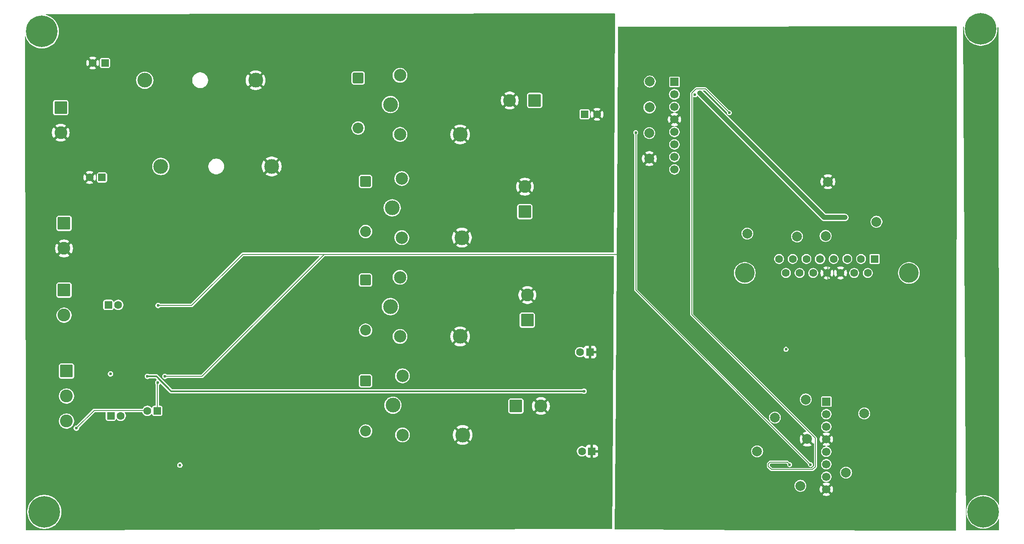
<source format=gbr>
%TF.GenerationSoftware,KiCad,Pcbnew,9.0.6*%
%TF.CreationDate,2026-01-14T23:40:17-08:00*%
%TF.ProjectId,ald_control_board,616c645f-636f-46e7-9472-6f6c5f626f61,rev?*%
%TF.SameCoordinates,Original*%
%TF.FileFunction,Copper,L2,Bot*%
%TF.FilePolarity,Positive*%
%FSLAX46Y46*%
G04 Gerber Fmt 4.6, Leading zero omitted, Abs format (unit mm)*
G04 Created by KiCad (PCBNEW 9.0.6) date 2026-01-14 23:40:17*
%MOMM*%
%LPD*%
G01*
G04 APERTURE LIST*
G04 Aperture macros list*
%AMRoundRect*
0 Rectangle with rounded corners*
0 $1 Rounding radius*
0 $2 $3 $4 $5 $6 $7 $8 $9 X,Y pos of 4 corners*
0 Add a 4 corners polygon primitive as box body*
4,1,4,$2,$3,$4,$5,$6,$7,$8,$9,$2,$3,0*
0 Add four circle primitives for the rounded corners*
1,1,$1+$1,$2,$3*
1,1,$1+$1,$4,$5*
1,1,$1+$1,$6,$7*
1,1,$1+$1,$8,$9*
0 Add four rect primitives between the rounded corners*
20,1,$1+$1,$2,$3,$4,$5,0*
20,1,$1+$1,$4,$5,$6,$7,0*
20,1,$1+$1,$6,$7,$8,$9,0*
20,1,$1+$1,$8,$9,$2,$3,0*%
G04 Aperture macros list end*
%TA.AperFunction,ComponentPad*%
%ADD10C,0.800000*%
%TD*%
%TA.AperFunction,ComponentPad*%
%ADD11C,6.400000*%
%TD*%
%TA.AperFunction,ComponentPad*%
%ADD12C,2.000000*%
%TD*%
%TA.AperFunction,ComponentPad*%
%ADD13C,1.600000*%
%TD*%
%TA.AperFunction,ComponentPad*%
%ADD14R,1.600000X1.600000*%
%TD*%
%TA.AperFunction,ComponentPad*%
%ADD15C,4.000000*%
%TD*%
%TA.AperFunction,ComponentPad*%
%ADD16C,2.500000*%
%TD*%
%TA.AperFunction,ComponentPad*%
%ADD17C,3.000000*%
%TD*%
%TA.AperFunction,ComponentPad*%
%ADD18RoundRect,0.249999X-0.850001X0.850001X-0.850001X-0.850001X0.850001X-0.850001X0.850001X0.850001X0*%
%TD*%
%TA.AperFunction,ComponentPad*%
%ADD19C,2.200000*%
%TD*%
%TA.AperFunction,ComponentPad*%
%ADD20RoundRect,0.250000X-0.550000X-0.550000X0.550000X-0.550000X0.550000X0.550000X-0.550000X0.550000X0*%
%TD*%
%TA.AperFunction,ComponentPad*%
%ADD21R,1.700000X1.700000*%
%TD*%
%TA.AperFunction,ComponentPad*%
%ADD22C,1.700000*%
%TD*%
%TA.AperFunction,ComponentPad*%
%ADD23RoundRect,0.250000X-1.050000X1.050000X-1.050000X-1.050000X1.050000X-1.050000X1.050000X1.050000X0*%
%TD*%
%TA.AperFunction,ComponentPad*%
%ADD24C,2.600000*%
%TD*%
%TA.AperFunction,ComponentPad*%
%ADD25RoundRect,0.250000X0.550000X0.550000X-0.550000X0.550000X-0.550000X-0.550000X0.550000X-0.550000X0*%
%TD*%
%TA.AperFunction,ComponentPad*%
%ADD26RoundRect,0.250000X1.050000X-1.050000X1.050000X1.050000X-1.050000X1.050000X-1.050000X-1.050000X0*%
%TD*%
%TA.AperFunction,ComponentPad*%
%ADD27RoundRect,0.250000X1.050000X1.050000X-1.050000X1.050000X-1.050000X-1.050000X1.050000X-1.050000X0*%
%TD*%
%TA.AperFunction,ComponentPad*%
%ADD28RoundRect,0.250000X-1.050000X-1.050000X1.050000X-1.050000X1.050000X1.050000X-1.050000X1.050000X0*%
%TD*%
%TA.AperFunction,ViaPad*%
%ADD29C,0.600000*%
%TD*%
%TA.AperFunction,Conductor*%
%ADD30C,0.200000*%
%TD*%
%TA.AperFunction,Conductor*%
%ADD31C,0.350000*%
%TD*%
%TA.AperFunction,Conductor*%
%ADD32C,1.000000*%
%TD*%
G04 APERTURE END LIST*
D10*
%TO.P,REF\u002A\u002A,1*%
%TO.N,N/C*%
X59100000Y-47500000D03*
X59802944Y-45802944D03*
X59802944Y-49197056D03*
X61500000Y-45100000D03*
D11*
X61500000Y-47500000D03*
D10*
X61500000Y-49900000D03*
X63197056Y-45802944D03*
X63197056Y-49197056D03*
X63900000Y-47500000D03*
%TD*%
%TO.P,REF\u002A\u002A,1*%
%TO.N,N/C*%
X59600000Y-145000000D03*
X60302944Y-143302944D03*
X60302944Y-146697056D03*
X62000000Y-142600000D03*
D11*
X62000000Y-145000000D03*
D10*
X62000000Y-147400000D03*
X63697056Y-143302944D03*
X63697056Y-146697056D03*
X64400000Y-145000000D03*
%TD*%
%TO.P,REF\u002A\u002A,1*%
%TO.N,N/C*%
X250100000Y-145000000D03*
X250802944Y-143302944D03*
X250802944Y-146697056D03*
X252500000Y-142600000D03*
D11*
X252500000Y-145000000D03*
D10*
X252500000Y-147400000D03*
X254197056Y-143302944D03*
X254197056Y-146697056D03*
X254900000Y-145000000D03*
%TD*%
%TO.P,REF\u002A\u002A,1*%
%TO.N,N/C*%
X249600000Y-47000000D03*
X250302944Y-45302944D03*
X250302944Y-48697056D03*
X252000000Y-44600000D03*
D11*
X252000000Y-47000000D03*
D10*
X252000000Y-49400000D03*
X253697056Y-45302944D03*
X253697056Y-48697056D03*
X254400000Y-47000000D03*
%TD*%
D12*
%TO.P,TP13,1,1*%
%TO.N,GND_SIG*%
X221000000Y-78000000D03*
%TD*%
%TO.P,TP9,1,1*%
%TO.N,Net-(C15-Pad1)*%
X230834900Y-86126800D03*
%TD*%
%TO.P,TP11,1,1*%
%TO.N,-15V*%
X220522800Y-89001600D03*
%TD*%
D13*
%TO.P,J10,15,P15*%
%TO.N,CHASSIS_GND*%
X212470100Y-96508800D03*
%TO.P,J10,14,P14*%
%TO.N,unconnected-(J10-P14-Pad14)*%
X215240100Y-96508800D03*
%TO.P,J10,13,P13*%
%TO.N,unconnected-(J10-P13-Pad13)*%
X218010100Y-96508800D03*
%TO.P,J10,12,P12*%
%TO.N,GND_SIG*%
X220780100Y-96508800D03*
%TO.P,J10,11,P111*%
X223550100Y-96508800D03*
%TO.P,J10,10,P10*%
%TO.N,unconnected-(J10-P10-Pad10)*%
X226320100Y-96508800D03*
%TO.P,J10,9,P9*%
%TO.N,unconnected-(J10-P9-Pad9)*%
X229090100Y-96508800D03*
%TO.P,J10,8,8*%
%TO.N,Net-(C14-Pad1)*%
X211085100Y-93668800D03*
%TO.P,J10,7,7*%
%TO.N,+15V*%
X213855100Y-93668800D03*
%TO.P,J10,6,6*%
%TO.N,-15V*%
X216625100Y-93668800D03*
%TO.P,J10,5,5*%
%TO.N,GND_PWR*%
X219395100Y-93668800D03*
%TO.P,J10,4,4*%
%TO.N,unconnected-(J10-Pad4)*%
X222165100Y-93668800D03*
%TO.P,J10,3,3*%
%TO.N,unconnected-(J10-Pad3)*%
X224935100Y-93668800D03*
%TO.P,J10,2,2*%
%TO.N,Net-(C15-Pad1)*%
X227705100Y-93668800D03*
D14*
%TO.P,J10,1,1*%
%TO.N,unconnected-(J10-Pad1)*%
X230475100Y-93668800D03*
D15*
%TO.P,J10,0*%
%TO.N,N/C*%
X237430100Y-96508800D03*
X204130100Y-96508800D03*
%TD*%
D12*
%TO.P,TP10,1,1*%
%TO.N,Net-(C14-Pad1)*%
X204622100Y-88514400D03*
%TD*%
%TO.P,TP12,1,1*%
%TO.N,+15V*%
X214731600Y-89103200D03*
%TD*%
D16*
%TO.P,K1,5*%
%TO.N,+24V*%
X134531200Y-77344000D03*
D17*
%TO.P,K1,3*%
%TO.N,GND_PWR*%
X146731200Y-89344000D03*
D16*
%TO.P,K1,2*%
%TO.N,/relay_board/P0.1*%
X134531200Y-89344000D03*
D17*
%TO.P,K1,1*%
%TO.N,Net-(J6-Pin_1)*%
X132581200Y-83294000D03*
%TD*%
%TO.P,F2,1*%
%TO.N,GND_PWR*%
X108131200Y-74894000D03*
%TO.P,F2,2*%
%TO.N,+12V*%
X85631200Y-74894000D03*
%TD*%
D18*
%TO.P,D1,1,K*%
%TO.N,+24V*%
X127186200Y-77948000D03*
D19*
%TO.P,D1,2,A*%
%TO.N,/relay_board/P0.1*%
X127186200Y-88108000D03*
%TD*%
D12*
%TO.P,TP15,1,1*%
%TO.N,+24V*%
X184861200Y-57658000D03*
%TD*%
D18*
%TO.P,D3,1,K*%
%TO.N,+24V*%
X127181400Y-97963200D03*
D19*
%TO.P,D3,2,A*%
%TO.N,/relay_board/P0.2*%
X127181400Y-108123200D03*
%TD*%
D18*
%TO.P,D4,1,K*%
%TO.N,+24V*%
X127186200Y-118435600D03*
D19*
%TO.P,D4,2,A*%
%TO.N,/relay_board/P0.3*%
X127186200Y-128595600D03*
%TD*%
D20*
%TO.P,C21,1*%
%TO.N,+24V*%
X171639221Y-64312800D03*
D13*
%TO.P,C21,2*%
%TO.N,GND_PWR*%
X174139221Y-64312800D03*
%TD*%
D21*
%TO.P,J9,1,Pin_1*%
%TO.N,/daq_interface/DO_FORELINE*%
X220675200Y-122631200D03*
D22*
%TO.P,J9,2,Pin_2*%
%TO.N,/daq_interface/DO_PRECURSOR*%
X220675200Y-125171200D03*
%TO.P,J9,3,Pin_3*%
%TO.N,/daq_interface/DO_N2*%
X220675200Y-127711200D03*
%TO.P,J9,4,Pin_4*%
%TO.N,GND_SIG*%
X220675200Y-130251200D03*
%TO.P,J9,5,Pin_5*%
%TO.N,/daq_interface/AO_MFC_SETPOINT*%
X220675200Y-132791200D03*
%TO.P,J9,6,Pin_6*%
%TO.N,/vacuum_gauge_interface/AI_PRESSURE*%
X220675200Y-135331200D03*
%TO.P,J9,7,Pin_7*%
%TO.N,/daq_interface/AI_MFC_FLOW*%
X220675200Y-137871200D03*
%TO.P,J9,8,Pin_8*%
%TO.N,GND_SIG*%
X220675200Y-140411200D03*
%TD*%
D23*
%TO.P,J2,1,Pin_1*%
%TO.N,+12V*%
X66000000Y-86455000D03*
D24*
%TO.P,J2,2,Pin_2*%
%TO.N,GND_PWR*%
X66000000Y-91535000D03*
%TD*%
D12*
%TO.P,TP8,1,1*%
%TO.N,/daq_interface/AI_MFC_FLOW*%
X215421000Y-139720800D03*
%TD*%
%TO.P,TP5,1,1*%
%TO.N,GND_SIG*%
X216792600Y-130221200D03*
%TD*%
D25*
%TO.P,C19,1*%
%TO.N,GND_PWR*%
X173075600Y-132689600D03*
D13*
%TO.P,C19,2*%
%TO.N,Net-(C18-Pad1)*%
X171075600Y-132689600D03*
%TD*%
D26*
%TO.P,J7,1,Pin_1*%
%TO.N,Net-(J7-Pin_1)*%
X160000000Y-106080000D03*
D24*
%TO.P,J7,2,Pin_2*%
%TO.N,GND_PWR*%
X160000000Y-101000000D03*
%TD*%
D23*
%TO.P,J3,1,Pin_1*%
%TO.N,+5V*%
X66000000Y-100000000D03*
D24*
%TO.P,J3,2,Pin_2*%
%TO.N,GND_SIG*%
X66000000Y-105080000D03*
%TD*%
D23*
%TO.P,J1,1,Pin_1*%
%TO.N,+24V*%
X65327500Y-62955000D03*
D24*
%TO.P,J1,2,Pin_2*%
%TO.N,GND_PWR*%
X65327500Y-68035000D03*
%TD*%
D20*
%TO.P,C6,1*%
%TO.N,+5V*%
X75000000Y-103000000D03*
D13*
%TO.P,C6,2*%
%TO.N,GND_SIG*%
X77000000Y-103000000D03*
%TD*%
D17*
%TO.P,K4,1*%
%TO.N,Net-(J8-Pin_1)*%
X132731200Y-123344000D03*
D16*
%TO.P,K4,2*%
%TO.N,/relay_board/P0.3*%
X134681200Y-129394000D03*
D17*
%TO.P,K4,3*%
%TO.N,GND_PWR*%
X146881200Y-129394000D03*
D16*
%TO.P,K4,5*%
%TO.N,+24V*%
X134681200Y-117394000D03*
%TD*%
D25*
%TO.P,C16,1*%
%TO.N,GND_PWR*%
X172720000Y-112572800D03*
D13*
%TO.P,C16,2*%
%TO.N,Net-(C16-Pad2)*%
X170720000Y-112572800D03*
%TD*%
D21*
%TO.P,J11,1,Pin_1*%
%TO.N,+24V*%
X189862000Y-57743200D03*
D22*
%TO.P,J11,2,Pin_2*%
%TO.N,GND_PWR*%
X189862000Y-60283200D03*
%TO.P,J11,3,Pin_3*%
%TO.N,/vacuum_gauge_interface/AI_PRESSURE*%
X189862000Y-62823200D03*
%TO.P,J11,4,Pin_4*%
%TO.N,GND_SIG*%
X189862000Y-65363200D03*
%TO.P,J11,5,Pin_5*%
%TO.N,unconnected-(J11-Pin_5-Pad5)*%
X189862000Y-67903200D03*
%TO.P,J11,6,Pin_6*%
%TO.N,unconnected-(J11-Pin_6-Pad6)*%
X189862000Y-70443200D03*
%TO.P,J11,7,Pin_7*%
%TO.N,unconnected-(J11-Pin_7-Pad7)*%
X189862000Y-72983200D03*
%TO.P,J11,8,Pin_8*%
%TO.N,unconnected-(J11-Pin_8-Pad8)*%
X189862000Y-75523200D03*
%TD*%
D18*
%TO.P,D2,1,K*%
%TO.N,+12V*%
X125686200Y-56936500D03*
D19*
%TO.P,D2,2,A*%
%TO.N,/relay_board/P0.0*%
X125686200Y-67096500D03*
%TD*%
D17*
%TO.P,K3,1*%
%TO.N,Net-(J7-Pin_1)*%
X132231200Y-103344000D03*
%TO.P,K3,3*%
%TO.N,GND_PWR*%
X146381200Y-109394000D03*
D16*
%TO.P,K3,5*%
%TO.N,+24V*%
X134181200Y-97394000D03*
%TO.P,K3,P0.2*%
%TO.N,/relay_board/P0.2*%
X134181200Y-109394000D03*
%TD*%
D25*
%TO.P,C10,1*%
%TO.N,GND_SIG*%
X84925000Y-124500000D03*
D13*
%TO.P,C10,2*%
%TO.N,-15V*%
X82925000Y-124500000D03*
%TD*%
D12*
%TO.P,TP3,1,1*%
%TO.N,/daq_interface/DO_PRECURSOR*%
X228375000Y-125039600D03*
%TD*%
D27*
%TO.P,J5,1,Pin_1*%
%TO.N,Net-(J5-Pin_1)*%
X161500000Y-61500000D03*
D24*
%TO.P,J5,2,Pin_2*%
%TO.N,GND_PWR*%
X156420000Y-61500000D03*
%TD*%
D25*
%TO.P,C1,1*%
%TO.N,+24V*%
X74306200Y-53894000D03*
D13*
%TO.P,C1,2*%
%TO.N,GND_PWR*%
X71806200Y-53894000D03*
%TD*%
D12*
%TO.P,TP7,1,1*%
%TO.N,/vacuum_gauge_interface/AI_PRESSURE*%
X224666600Y-137028400D03*
%TD*%
%TO.P,TP16,1,1*%
%TO.N,GND_PWR*%
X184810400Y-62890400D03*
%TD*%
%TO.P,TP1,1,1*%
%TO.N,/daq_interface/DO_FORELINE*%
X216487800Y-122194800D03*
%TD*%
D17*
%TO.P,K2,1*%
%TO.N,Net-(J5-Pin_1)*%
X132231200Y-62344000D03*
D16*
%TO.P,K2,2*%
%TO.N,/relay_board/P0.0*%
X134181200Y-68394000D03*
D17*
%TO.P,K2,3*%
%TO.N,GND_PWR*%
X146381200Y-68394000D03*
D16*
%TO.P,K2,5*%
%TO.N,+12V*%
X134181200Y-56394000D03*
%TD*%
D17*
%TO.P,F1,1*%
%TO.N,GND_PWR*%
X104881200Y-57394000D03*
%TO.P,F1,2*%
%TO.N,+24V*%
X82381200Y-57394000D03*
%TD*%
D25*
%TO.P,C4,1*%
%TO.N,+12V*%
X73699800Y-77135200D03*
D13*
%TO.P,C4,2*%
%TO.N,GND_PWR*%
X71199800Y-77135200D03*
%TD*%
D12*
%TO.P,TP18,1,1*%
%TO.N,GND_SIG*%
X184759600Y-73304400D03*
%TD*%
%TO.P,TP17,1,1*%
%TO.N,/vacuum_gauge_interface/AI_PRESSURE*%
X184759600Y-68122800D03*
%TD*%
D26*
%TO.P,J6,1,Pin_1*%
%TO.N,Net-(J6-Pin_1)*%
X159500000Y-84080000D03*
D24*
%TO.P,J6,2,Pin_2*%
%TO.N,GND_PWR*%
X159500000Y-79000000D03*
%TD*%
D28*
%TO.P,J8,1,Pin_1*%
%TO.N,Net-(J8-Pin_1)*%
X157686200Y-123516500D03*
D24*
%TO.P,J8,2,Pin_2*%
%TO.N,GND_PWR*%
X162766200Y-123516500D03*
%TD*%
D12*
%TO.P,TP4,1,1*%
%TO.N,/daq_interface/DO_N2*%
X210239400Y-125852400D03*
%TD*%
%TO.P,TP6,1,1*%
%TO.N,/daq_interface/AO_MFC_SETPOINT*%
X206632600Y-132710400D03*
%TD*%
D20*
%TO.P,C8,1*%
%TO.N,+15V*%
X75500000Y-125500000D03*
D13*
%TO.P,C8,2*%
%TO.N,GND_SIG*%
X77500000Y-125500000D03*
%TD*%
D23*
%TO.P,J4,1,Pin_1*%
%TO.N,+15V*%
X66500000Y-116420000D03*
D24*
%TO.P,J4,2,Pin_2*%
%TO.N,GND_SIG*%
X66500000Y-121500000D03*
%TO.P,J4,3,Pin_3*%
%TO.N,-15V*%
X66500000Y-126580000D03*
%TD*%
D29*
%TO.N,-15V*%
X68500000Y-128000000D03*
X171500000Y-120500000D03*
X82925000Y-117500000D03*
%TO.N,GND_SIG*%
X233000000Y-90000000D03*
%TO.N,GND_PWR*%
X224434400Y-85242400D03*
%TO.N,GND_SIG*%
X209500000Y-88500000D03*
%TO.N,GND_PWR*%
X224434400Y-85242400D03*
%TO.N,CHASSIS_GND*%
X212496400Y-112014000D03*
%TO.N,-15V*%
X82925000Y-117500000D03*
%TO.N,+15V*%
X75425000Y-117000000D03*
%TO.N,GND_SIG*%
X86462500Y-117500000D03*
X178582200Y-92730800D03*
%TO.N,/vacuum_gauge_interface/AI_PRESSURE_FILT*%
X200990035Y-63990035D03*
X213236600Y-135402800D03*
%TO.N,GND_SIG*%
X233000000Y-141000000D03*
X230653200Y-132862800D03*
X209500000Y-135500000D03*
%TO.N,/vacuum_gauge_interface/AI_PRESSURE*%
X182000000Y-68000000D03*
X217453000Y-135402800D03*
%TO.N,GND_SIG*%
X85073912Y-103106000D03*
X178582200Y-92730800D03*
%TO.N,GND_PWR*%
X195000000Y-60000000D03*
%TO.N,GND_SIG*%
X85038800Y-118778500D03*
%TO.N,GND_PWR*%
X194005200Y-60299600D03*
%TO.N,GND_SIG*%
X220500000Y-98500000D03*
%TO.N,+15V*%
X89500000Y-135500000D03*
%TD*%
D30*
%TO.N,-15V*%
X68500000Y-128000000D02*
X72101000Y-124399000D01*
X72101000Y-124399000D02*
X82824000Y-124399000D01*
X82824000Y-124399000D02*
X82925000Y-124500000D01*
D31*
X171500000Y-120500000D02*
X87716309Y-120500000D01*
X87716309Y-120500000D02*
X84716309Y-117500000D01*
X84716309Y-117500000D02*
X82925000Y-117500000D01*
D30*
%TO.N,GND_SIG*%
X85073912Y-103106000D02*
X91894000Y-103106000D01*
X91894000Y-103106000D02*
X102269200Y-92730800D01*
X102269200Y-92730800D02*
X178582200Y-92730800D01*
X86462500Y-117500000D02*
X94000000Y-117500000D01*
X94000000Y-117500000D02*
X118769200Y-92730800D01*
X118769200Y-92730800D02*
X178582200Y-92730800D01*
X212186100Y-91186100D02*
X212186100Y-93556850D01*
X212186100Y-93556850D02*
X213629250Y-95000000D01*
X219271300Y-95000000D02*
X220780100Y-96508800D01*
X209500000Y-88500000D02*
X212186100Y-91186100D01*
X213629250Y-95000000D02*
X219271300Y-95000000D01*
X233000000Y-90000000D02*
X229816850Y-90000000D01*
X226604100Y-93556850D02*
X223652150Y-96508800D01*
X223652150Y-96508800D02*
X223550100Y-96508800D01*
X226604100Y-93212750D02*
X226604100Y-93556850D01*
X229816850Y-90000000D02*
X226604100Y-93212750D01*
%TO.N,/vacuum_gauge_interface/AI_PRESSURE_FILT*%
X218455000Y-130043708D02*
X218455000Y-135817843D01*
X217868043Y-136404800D02*
X209554857Y-136404800D01*
X200990035Y-63990035D02*
X196149000Y-59149000D01*
X196149000Y-59149000D02*
X194235146Y-59149000D01*
X194235146Y-59149000D02*
X193354200Y-60029946D01*
X193354200Y-60029946D02*
X193354200Y-104942908D01*
X209554857Y-136404800D02*
X208899000Y-135748943D01*
X208899000Y-135251057D02*
X209251057Y-134899000D01*
X193354200Y-104942908D02*
X218455000Y-130043708D01*
X218455000Y-135817843D02*
X217868043Y-136404800D01*
X212732800Y-134899000D02*
X213236600Y-135402800D01*
X208899000Y-135748943D02*
X208899000Y-135251057D01*
X209251057Y-134899000D02*
X212732800Y-134899000D01*
%TO.N,GND_SIG*%
X233000000Y-141000000D02*
X233000000Y-135209600D01*
X233000000Y-135209600D02*
X230653200Y-132862800D01*
X217701943Y-136003800D02*
X218054000Y-135651743D01*
X218054000Y-135651743D02*
X218054000Y-131482600D01*
X209500000Y-135500000D02*
X210003800Y-136003800D01*
X210003800Y-136003800D02*
X217701943Y-136003800D01*
X218054000Y-131482600D02*
X216792600Y-130221200D01*
%TO.N,/vacuum_gauge_interface/AI_PRESSURE*%
X182000000Y-68000000D02*
X182000000Y-99949800D01*
X182000000Y-99949800D02*
X217453000Y-135402800D01*
%TO.N,GND_SIG*%
X85038800Y-118778500D02*
X84925000Y-118892300D01*
X84925000Y-118892300D02*
X84925000Y-124500000D01*
D32*
%TO.N,GND_PWR*%
X220242400Y-85242400D02*
X224434400Y-85242400D01*
X195000000Y-60000000D02*
X220242400Y-85242400D01*
D30*
%TO.N,GND_SIG*%
X225285400Y-88991450D02*
X225285400Y-82285400D01*
X221000000Y-93276850D02*
X225285400Y-88991450D01*
X221000000Y-98000000D02*
X221000000Y-93276850D01*
X220500000Y-98500000D02*
X221000000Y-98000000D01*
X225285400Y-82285400D02*
X221000000Y-78000000D01*
%TD*%
%TA.AperFunction,Conductor*%
%TO.N,GND_SIG*%
G36*
X247120223Y-46503680D02*
G01*
X247141913Y-46556000D01*
X247141913Y-46556108D01*
X247040400Y-133603866D01*
X247040398Y-133604275D01*
X246939292Y-148719551D01*
X246917269Y-148771731D01*
X246865149Y-148793056D01*
X206287454Y-148713725D01*
X206287454Y-148713724D01*
X206287287Y-148713724D01*
X193881912Y-148661600D01*
X193881614Y-148661598D01*
X181537460Y-148560000D01*
X181537400Y-148560000D01*
X177823706Y-148560000D01*
X177771380Y-148538326D01*
X177749706Y-148486000D01*
X177749708Y-148485495D01*
X177805496Y-140304951D01*
X177810124Y-139626318D01*
X214220500Y-139626318D01*
X214220500Y-139815281D01*
X214250059Y-140001915D01*
X214250062Y-140001928D01*
X214308449Y-140181624D01*
X214394239Y-140349998D01*
X214438704Y-140411199D01*
X214505310Y-140502873D01*
X214638927Y-140636490D01*
X214791801Y-140747560D01*
X214960168Y-140833347D01*
X214960171Y-140833347D01*
X214960175Y-140833350D01*
X215139871Y-140891737D01*
X215139877Y-140891738D01*
X215139882Y-140891740D01*
X215262749Y-140911200D01*
X215326518Y-140921300D01*
X215326519Y-140921300D01*
X215515482Y-140921300D01*
X215562140Y-140913910D01*
X215702118Y-140891740D01*
X215702125Y-140891737D01*
X215702128Y-140891737D01*
X215881824Y-140833350D01*
X215881826Y-140833348D01*
X215881832Y-140833347D01*
X216050199Y-140747560D01*
X216203073Y-140636490D01*
X216336690Y-140502873D01*
X216447760Y-140349999D01*
X216470713Y-140304951D01*
X219325200Y-140304951D01*
X219325200Y-140517448D01*
X219358441Y-140727323D01*
X219358444Y-140727336D01*
X219424104Y-140929417D01*
X219424106Y-140929421D01*
X219520575Y-141118750D01*
X219520578Y-141118756D01*
X219559928Y-141172916D01*
X220192237Y-140540607D01*
X220209275Y-140604193D01*
X220275101Y-140718207D01*
X220368193Y-140811299D01*
X220482207Y-140877125D01*
X220545790Y-140894162D01*
X219913482Y-141526470D01*
X219967649Y-141565824D01*
X220156978Y-141662293D01*
X220156982Y-141662295D01*
X220359063Y-141727955D01*
X220359076Y-141727958D01*
X220568951Y-141761200D01*
X220781449Y-141761200D01*
X220991323Y-141727958D01*
X220991336Y-141727955D01*
X221193417Y-141662295D01*
X221193421Y-141662293D01*
X221382754Y-141565823D01*
X221382761Y-141565818D01*
X221436916Y-141526470D01*
X221436917Y-141526470D01*
X220804609Y-140894162D01*
X220868193Y-140877125D01*
X220982207Y-140811299D01*
X221075299Y-140718207D01*
X221141125Y-140604193D01*
X221158162Y-140540609D01*
X221790470Y-141172917D01*
X221790470Y-141172916D01*
X221829818Y-141118761D01*
X221829823Y-141118754D01*
X221926293Y-140929421D01*
X221926295Y-140929417D01*
X221991955Y-140727336D01*
X221991958Y-140727323D01*
X222025200Y-140517448D01*
X222025200Y-140304951D01*
X221991958Y-140095076D01*
X221991955Y-140095063D01*
X221926295Y-139892982D01*
X221926293Y-139892978D01*
X221829824Y-139703649D01*
X221829825Y-139703649D01*
X221790469Y-139649482D01*
X221158162Y-140281790D01*
X221141125Y-140218207D01*
X221075299Y-140104193D01*
X220982207Y-140011101D01*
X220868193Y-139945275D01*
X220804607Y-139928237D01*
X221436916Y-139295928D01*
X221382756Y-139256578D01*
X221382750Y-139256575D01*
X221193421Y-139160106D01*
X221193417Y-139160104D01*
X220991336Y-139094444D01*
X220991325Y-139094442D01*
X220798749Y-139063940D01*
X220750459Y-139034347D01*
X220737237Y-138979274D01*
X220766830Y-138930984D01*
X220795886Y-138918274D01*
X220981620Y-138881330D01*
X221172798Y-138802141D01*
X221344855Y-138687177D01*
X221491177Y-138540855D01*
X221606141Y-138368798D01*
X221685330Y-138177620D01*
X221725700Y-137974665D01*
X221725700Y-137767735D01*
X221685330Y-137564780D01*
X221606141Y-137373602D01*
X221491177Y-137201545D01*
X221344855Y-137055223D01*
X221172798Y-136940259D01*
X221157490Y-136933918D01*
X223466100Y-136933918D01*
X223466100Y-137122881D01*
X223495659Y-137309515D01*
X223495662Y-137309528D01*
X223554049Y-137489224D01*
X223592549Y-137564786D01*
X223639840Y-137657599D01*
X223750910Y-137810473D01*
X223884527Y-137944090D01*
X224037401Y-138055160D01*
X224205768Y-138140947D01*
X224205771Y-138140947D01*
X224205775Y-138140950D01*
X224385471Y-138199337D01*
X224385477Y-138199338D01*
X224385482Y-138199340D01*
X224509906Y-138219046D01*
X224572118Y-138228900D01*
X224572119Y-138228900D01*
X224761082Y-138228900D01*
X224807740Y-138221510D01*
X224947718Y-138199340D01*
X224947725Y-138199337D01*
X224947728Y-138199337D01*
X225127424Y-138140950D01*
X225127426Y-138140948D01*
X225127432Y-138140947D01*
X225295799Y-138055160D01*
X225448673Y-137944090D01*
X225582290Y-137810473D01*
X225693360Y-137657599D01*
X225779147Y-137489232D01*
X225837540Y-137309518D01*
X225867100Y-137122881D01*
X225867100Y-136933919D01*
X225837540Y-136747282D01*
X225837538Y-136747277D01*
X225837537Y-136747271D01*
X225779150Y-136567575D01*
X225779147Y-136567571D01*
X225779147Y-136567568D01*
X225693360Y-136399201D01*
X225582290Y-136246327D01*
X225448673Y-136112710D01*
X225448670Y-136112707D01*
X225448668Y-136112706D01*
X225295798Y-136001639D01*
X225127424Y-135915849D01*
X224947728Y-135857462D01*
X224947715Y-135857459D01*
X224761082Y-135827900D01*
X224761081Y-135827900D01*
X224572119Y-135827900D01*
X224572118Y-135827900D01*
X224385484Y-135857459D01*
X224385471Y-135857462D01*
X224205775Y-135915849D01*
X224037401Y-136001639D01*
X223884531Y-136112706D01*
X223750906Y-136246331D01*
X223639839Y-136399201D01*
X223554049Y-136567575D01*
X223495662Y-136747271D01*
X223495659Y-136747284D01*
X223466100Y-136933918D01*
X221157490Y-136933918D01*
X220981620Y-136861070D01*
X220981613Y-136861068D01*
X220828716Y-136830655D01*
X220778665Y-136820700D01*
X220571735Y-136820700D01*
X220531585Y-136828686D01*
X220368786Y-136861068D01*
X220368779Y-136861070D01*
X220177601Y-136940259D01*
X220005545Y-137055222D01*
X220005544Y-137055224D01*
X219859224Y-137201544D01*
X219859222Y-137201545D01*
X219744259Y-137373601D01*
X219665070Y-137564779D01*
X219665068Y-137564786D01*
X219624700Y-137767735D01*
X219624700Y-137974664D01*
X219665068Y-138177613D01*
X219665070Y-138177620D01*
X219744259Y-138368798D01*
X219845488Y-138520300D01*
X219859223Y-138540855D01*
X220005545Y-138687177D01*
X220177602Y-138802141D01*
X220368780Y-138881330D01*
X220554510Y-138918273D01*
X220601602Y-138949738D01*
X220612651Y-139005287D01*
X220581186Y-139052380D01*
X220551650Y-139063940D01*
X220359074Y-139094442D01*
X220359063Y-139094444D01*
X220156985Y-139160103D01*
X219967650Y-139256574D01*
X219913482Y-139295929D01*
X220545790Y-139928237D01*
X220482207Y-139945275D01*
X220368193Y-140011101D01*
X220275101Y-140104193D01*
X220209275Y-140218207D01*
X220192237Y-140281790D01*
X219559929Y-139649482D01*
X219520574Y-139703650D01*
X219424103Y-139892985D01*
X219358444Y-140095063D01*
X219358441Y-140095076D01*
X219325200Y-140304951D01*
X216470713Y-140304951D01*
X216533547Y-140181632D01*
X216591940Y-140001918D01*
X216621500Y-139815281D01*
X216621500Y-139626319D01*
X216591940Y-139439682D01*
X216591938Y-139439677D01*
X216591937Y-139439671D01*
X216533550Y-139259975D01*
X216533547Y-139259971D01*
X216533547Y-139259968D01*
X216447760Y-139091601D01*
X216336690Y-138938727D01*
X216203073Y-138805110D01*
X216203070Y-138805107D01*
X216203068Y-138805106D01*
X216050198Y-138694039D01*
X215881824Y-138608249D01*
X215702128Y-138549862D01*
X215702115Y-138549859D01*
X215515482Y-138520300D01*
X215515481Y-138520300D01*
X215326519Y-138520300D01*
X215326518Y-138520300D01*
X215139884Y-138549859D01*
X215139871Y-138549862D01*
X214960175Y-138608249D01*
X214791801Y-138694039D01*
X214638931Y-138805106D01*
X214505306Y-138938731D01*
X214394239Y-139091601D01*
X214308449Y-139259975D01*
X214250062Y-139439671D01*
X214250059Y-139439684D01*
X214220500Y-139626318D01*
X177810124Y-139626318D01*
X177810147Y-139622907D01*
X177821387Y-137974664D01*
X177857931Y-132615918D01*
X205432100Y-132615918D01*
X205432100Y-132804881D01*
X205461659Y-132991515D01*
X205461662Y-132991528D01*
X205520049Y-133171224D01*
X205605839Y-133339598D01*
X205693938Y-133460856D01*
X205716910Y-133492473D01*
X205850527Y-133626090D01*
X206003401Y-133737160D01*
X206171768Y-133822947D01*
X206171771Y-133822947D01*
X206171775Y-133822950D01*
X206351471Y-133881337D01*
X206351477Y-133881338D01*
X206351482Y-133881340D01*
X206475906Y-133901046D01*
X206538118Y-133910900D01*
X206538119Y-133910900D01*
X206727082Y-133910900D01*
X206773740Y-133903510D01*
X206913718Y-133881340D01*
X206913725Y-133881337D01*
X206913728Y-133881337D01*
X207093424Y-133822950D01*
X207093426Y-133822948D01*
X207093432Y-133822947D01*
X207261799Y-133737160D01*
X207414673Y-133626090D01*
X207548290Y-133492473D01*
X207659360Y-133339599D01*
X207745147Y-133171232D01*
X207769068Y-133097613D01*
X207803537Y-132991528D01*
X207803537Y-132991525D01*
X207803540Y-132991518D01*
X207833100Y-132804881D01*
X207833100Y-132615919D01*
X207803540Y-132429282D01*
X207803538Y-132429277D01*
X207803537Y-132429271D01*
X207745150Y-132249575D01*
X207745147Y-132249571D01*
X207745147Y-132249568D01*
X207659360Y-132081201D01*
X207548290Y-131928327D01*
X207414673Y-131794710D01*
X207414670Y-131794707D01*
X207414668Y-131794706D01*
X207261798Y-131683639D01*
X207093424Y-131597849D01*
X206913728Y-131539462D01*
X206913715Y-131539459D01*
X206727082Y-131509900D01*
X206727081Y-131509900D01*
X206538119Y-131509900D01*
X206538118Y-131509900D01*
X206351484Y-131539459D01*
X206351471Y-131539462D01*
X206171775Y-131597849D01*
X206003401Y-131683639D01*
X205850531Y-131794706D01*
X205716906Y-131928331D01*
X205605839Y-132081201D01*
X205520049Y-132249575D01*
X205461662Y-132429271D01*
X205461659Y-132429284D01*
X205432100Y-132615918D01*
X177857931Y-132615918D01*
X178299031Y-67934105D01*
X181499500Y-67934105D01*
X181499500Y-68065894D01*
X181533606Y-68193181D01*
X181533610Y-68193190D01*
X181599500Y-68307314D01*
X181677826Y-68385640D01*
X181699500Y-68437966D01*
X181699500Y-99989364D01*
X181719977Y-100065785D01*
X181719979Y-100065790D01*
X181759540Y-100134311D01*
X216930826Y-135305597D01*
X216952500Y-135357923D01*
X216952500Y-135468694D01*
X216986606Y-135595981D01*
X216986607Y-135595984D01*
X216986608Y-135595986D01*
X217052500Y-135710114D01*
X217145686Y-135803300D01*
X217259814Y-135869192D01*
X217387105Y-135903299D01*
X217387106Y-135903300D01*
X217387108Y-135903300D01*
X217518894Y-135903300D01*
X217518894Y-135903299D01*
X217646186Y-135869192D01*
X217760314Y-135803300D01*
X217853500Y-135710114D01*
X217919392Y-135595986D01*
X217953499Y-135468694D01*
X217953500Y-135468694D01*
X217953500Y-135336906D01*
X217953499Y-135336905D01*
X217919393Y-135209618D01*
X217919392Y-135209614D01*
X217853500Y-135095486D01*
X217760314Y-135002300D01*
X217646190Y-134936410D01*
X217646181Y-134936406D01*
X217518894Y-134902300D01*
X217518892Y-134902300D01*
X217408123Y-134902300D01*
X217355797Y-134880626D01*
X208233089Y-125757918D01*
X209038900Y-125757918D01*
X209038900Y-125946881D01*
X209068459Y-126133515D01*
X209068462Y-126133528D01*
X209126849Y-126313224D01*
X209126852Y-126313231D01*
X209126853Y-126313232D01*
X209212640Y-126481599D01*
X209323710Y-126634473D01*
X209457327Y-126768090D01*
X209610201Y-126879160D01*
X209778568Y-126964947D01*
X209778571Y-126964947D01*
X209778575Y-126964950D01*
X209958271Y-127023337D01*
X209958277Y-127023338D01*
X209958282Y-127023340D01*
X210082706Y-127043046D01*
X210144918Y-127052900D01*
X210144919Y-127052900D01*
X210333882Y-127052900D01*
X210380540Y-127045510D01*
X210520518Y-127023340D01*
X210520525Y-127023337D01*
X210520528Y-127023337D01*
X210700224Y-126964950D01*
X210700226Y-126964948D01*
X210700232Y-126964947D01*
X210868599Y-126879160D01*
X211021473Y-126768090D01*
X211155090Y-126634473D01*
X211266160Y-126481599D01*
X211351947Y-126313232D01*
X211375710Y-126240100D01*
X211410337Y-126133528D01*
X211410337Y-126133525D01*
X211410340Y-126133518D01*
X211439900Y-125946881D01*
X211439900Y-125757919D01*
X211410340Y-125571282D01*
X211410338Y-125571277D01*
X211410337Y-125571271D01*
X211351950Y-125391575D01*
X211351947Y-125391571D01*
X211351947Y-125391568D01*
X211266160Y-125223201D01*
X211155090Y-125070327D01*
X211021473Y-124936710D01*
X211021470Y-124936707D01*
X211021468Y-124936706D01*
X210868598Y-124825639D01*
X210700224Y-124739849D01*
X210520528Y-124681462D01*
X210520515Y-124681459D01*
X210333882Y-124651900D01*
X210333881Y-124651900D01*
X210144919Y-124651900D01*
X210144918Y-124651900D01*
X209958284Y-124681459D01*
X209958271Y-124681462D01*
X209778575Y-124739849D01*
X209610201Y-124825639D01*
X209457331Y-124936706D01*
X209323706Y-125070331D01*
X209212639Y-125223201D01*
X209126849Y-125391575D01*
X209068462Y-125571271D01*
X209068459Y-125571284D01*
X209038900Y-125757918D01*
X208233089Y-125757918D01*
X182322174Y-99847003D01*
X182300500Y-99794677D01*
X182300500Y-75419735D01*
X188811500Y-75419735D01*
X188811500Y-75626664D01*
X188851868Y-75829613D01*
X188851870Y-75829620D01*
X188931059Y-76020798D01*
X189046023Y-76192855D01*
X189192345Y-76339177D01*
X189364402Y-76454141D01*
X189555580Y-76533330D01*
X189758535Y-76573700D01*
X189758536Y-76573700D01*
X189965464Y-76573700D01*
X189965465Y-76573700D01*
X190168420Y-76533330D01*
X190359598Y-76454141D01*
X190531655Y-76339177D01*
X190677977Y-76192855D01*
X190792941Y-76020798D01*
X190872130Y-75829620D01*
X190912500Y-75626665D01*
X190912500Y-75419735D01*
X190872130Y-75216780D01*
X190792941Y-75025602D01*
X190677977Y-74853545D01*
X190531655Y-74707223D01*
X190359598Y-74592259D01*
X190168420Y-74513070D01*
X190168413Y-74513068D01*
X190015516Y-74482655D01*
X189965465Y-74472700D01*
X189758535Y-74472700D01*
X189718385Y-74480686D01*
X189555586Y-74513068D01*
X189555579Y-74513070D01*
X189364401Y-74592259D01*
X189192345Y-74707222D01*
X189192344Y-74707224D01*
X189046024Y-74853544D01*
X189046022Y-74853545D01*
X188931059Y-75025601D01*
X188851870Y-75216779D01*
X188851868Y-75216786D01*
X188811500Y-75419735D01*
X182300500Y-75419735D01*
X182300500Y-73186346D01*
X183259600Y-73186346D01*
X183259600Y-73422453D01*
X183296534Y-73655648D01*
X183296537Y-73655661D01*
X183369492Y-73880192D01*
X183476682Y-74090566D01*
X183536940Y-74173505D01*
X184276637Y-73433808D01*
X184293675Y-73497393D01*
X184359501Y-73611407D01*
X184452593Y-73704499D01*
X184566607Y-73770325D01*
X184630190Y-73787362D01*
X183890493Y-74527058D01*
X183973433Y-74587317D01*
X184183807Y-74694507D01*
X184408338Y-74767462D01*
X184408351Y-74767465D01*
X184641546Y-74804400D01*
X184877654Y-74804400D01*
X185110848Y-74767465D01*
X185110861Y-74767462D01*
X185335392Y-74694507D01*
X185545770Y-74587315D01*
X185628705Y-74527059D01*
X184889009Y-73787362D01*
X184952593Y-73770325D01*
X185066607Y-73704499D01*
X185159699Y-73611407D01*
X185225525Y-73497393D01*
X185242562Y-73433808D01*
X185982259Y-74173505D01*
X186042515Y-74090570D01*
X186149707Y-73880192D01*
X186222662Y-73655661D01*
X186222665Y-73655648D01*
X186259600Y-73422453D01*
X186259600Y-73186346D01*
X186222665Y-72953151D01*
X186222662Y-72953138D01*
X186205061Y-72898967D01*
X186198812Y-72879735D01*
X188811500Y-72879735D01*
X188811500Y-73086665D01*
X188821455Y-73136716D01*
X188851868Y-73289613D01*
X188851870Y-73289620D01*
X188931059Y-73480798D01*
X189018328Y-73611407D01*
X189046023Y-73652855D01*
X189192345Y-73799177D01*
X189364402Y-73914141D01*
X189555580Y-73993330D01*
X189758535Y-74033700D01*
X189758536Y-74033700D01*
X189965464Y-74033700D01*
X189965465Y-74033700D01*
X190168420Y-73993330D01*
X190359598Y-73914141D01*
X190531655Y-73799177D01*
X190677977Y-73652855D01*
X190792941Y-73480798D01*
X190872130Y-73289620D01*
X190912500Y-73086665D01*
X190912500Y-72879735D01*
X190872130Y-72676780D01*
X190792941Y-72485602D01*
X190677977Y-72313545D01*
X190531655Y-72167223D01*
X190359598Y-72052259D01*
X190168420Y-71973070D01*
X190168413Y-71973068D01*
X190015516Y-71942655D01*
X189965465Y-71932700D01*
X189758535Y-71932700D01*
X189718385Y-71940686D01*
X189555586Y-71973068D01*
X189555579Y-71973070D01*
X189364401Y-72052259D01*
X189192345Y-72167222D01*
X189192344Y-72167224D01*
X189046024Y-72313544D01*
X189046022Y-72313545D01*
X188931059Y-72485601D01*
X188851870Y-72676779D01*
X188851868Y-72676786D01*
X188826485Y-72804400D01*
X188811500Y-72879735D01*
X186198812Y-72879735D01*
X186149706Y-72728605D01*
X186042517Y-72518233D01*
X185982258Y-72435293D01*
X185242562Y-73174989D01*
X185225525Y-73111407D01*
X185159699Y-72997393D01*
X185066607Y-72904301D01*
X184952593Y-72838475D01*
X184889007Y-72821437D01*
X185628705Y-72081740D01*
X185628706Y-72081740D01*
X185545766Y-72021482D01*
X185335392Y-71914292D01*
X185110861Y-71841337D01*
X185110848Y-71841334D01*
X184877654Y-71804400D01*
X184641546Y-71804400D01*
X184408351Y-71841334D01*
X184408338Y-71841337D01*
X184183807Y-71914292D01*
X183973428Y-72021484D01*
X183890493Y-72081739D01*
X183890493Y-72081740D01*
X184630190Y-72821437D01*
X184566607Y-72838475D01*
X184452593Y-72904301D01*
X184359501Y-72997393D01*
X184293675Y-73111407D01*
X184276637Y-73174990D01*
X183536940Y-72435293D01*
X183536939Y-72435293D01*
X183476684Y-72518228D01*
X183369492Y-72728607D01*
X183296537Y-72953138D01*
X183296534Y-72953151D01*
X183259600Y-73186346D01*
X182300500Y-73186346D01*
X182300500Y-70339735D01*
X188811500Y-70339735D01*
X188811500Y-70546664D01*
X188851868Y-70749613D01*
X188851870Y-70749620D01*
X188931059Y-70940798D01*
X189046023Y-71112855D01*
X189192345Y-71259177D01*
X189364402Y-71374141D01*
X189555580Y-71453330D01*
X189758535Y-71493700D01*
X189758536Y-71493700D01*
X189965464Y-71493700D01*
X189965465Y-71493700D01*
X190168420Y-71453330D01*
X190359598Y-71374141D01*
X190531655Y-71259177D01*
X190677977Y-71112855D01*
X190792941Y-70940798D01*
X190872130Y-70749620D01*
X190912500Y-70546665D01*
X190912500Y-70339735D01*
X190872130Y-70136780D01*
X190792941Y-69945602D01*
X190677977Y-69773545D01*
X190531655Y-69627223D01*
X190359598Y-69512259D01*
X190168420Y-69433070D01*
X190168413Y-69433068D01*
X190015516Y-69402655D01*
X189965465Y-69392700D01*
X189758535Y-69392700D01*
X189718385Y-69400686D01*
X189555586Y-69433068D01*
X189555579Y-69433070D01*
X189364401Y-69512259D01*
X189192345Y-69627222D01*
X189192344Y-69627224D01*
X189046024Y-69773544D01*
X189046022Y-69773545D01*
X188931059Y-69945601D01*
X188851870Y-70136779D01*
X188851868Y-70136786D01*
X188811500Y-70339735D01*
X182300500Y-70339735D01*
X182300500Y-68437966D01*
X182322174Y-68385640D01*
X182400500Y-68307314D01*
X182466392Y-68193186D01*
X182500499Y-68065894D01*
X182500500Y-68065894D01*
X182500500Y-68028318D01*
X183559100Y-68028318D01*
X183559100Y-68217281D01*
X183588659Y-68403915D01*
X183588662Y-68403928D01*
X183647049Y-68583624D01*
X183647052Y-68583631D01*
X183647053Y-68583632D01*
X183732840Y-68751999D01*
X183843910Y-68904873D01*
X183977527Y-69038490D01*
X184130401Y-69149560D01*
X184298768Y-69235347D01*
X184298771Y-69235347D01*
X184298775Y-69235350D01*
X184478471Y-69293737D01*
X184478477Y-69293738D01*
X184478482Y-69293740D01*
X184602906Y-69313446D01*
X184665118Y-69323300D01*
X184665119Y-69323300D01*
X184854082Y-69323300D01*
X184900740Y-69315910D01*
X185040718Y-69293740D01*
X185040725Y-69293737D01*
X185040728Y-69293737D01*
X185220424Y-69235350D01*
X185220426Y-69235348D01*
X185220432Y-69235347D01*
X185388799Y-69149560D01*
X185541673Y-69038490D01*
X185675290Y-68904873D01*
X185786360Y-68751999D01*
X185872147Y-68583632D01*
X185875649Y-68572856D01*
X185930537Y-68403928D01*
X185930537Y-68403925D01*
X185930540Y-68403918D01*
X185960100Y-68217281D01*
X185960100Y-68028319D01*
X185930540Y-67841682D01*
X185930538Y-67841677D01*
X185930537Y-67841671D01*
X185923160Y-67818967D01*
X185872150Y-67661975D01*
X185872147Y-67661971D01*
X185872147Y-67661968D01*
X185786360Y-67493601D01*
X185675290Y-67340727D01*
X185541673Y-67207110D01*
X185541670Y-67207107D01*
X185541668Y-67207106D01*
X185388798Y-67096039D01*
X185220424Y-67010249D01*
X185040728Y-66951862D01*
X185040715Y-66951859D01*
X184854082Y-66922300D01*
X184854081Y-66922300D01*
X184665119Y-66922300D01*
X184665118Y-66922300D01*
X184478484Y-66951859D01*
X184478471Y-66951862D01*
X184298775Y-67010249D01*
X184130401Y-67096039D01*
X183977531Y-67207106D01*
X183843906Y-67340731D01*
X183732839Y-67493601D01*
X183647049Y-67661975D01*
X183588662Y-67841671D01*
X183588659Y-67841684D01*
X183559100Y-68028318D01*
X182500500Y-68028318D01*
X182500500Y-67934106D01*
X182500499Y-67934105D01*
X182466393Y-67806818D01*
X182466392Y-67806814D01*
X182400500Y-67692686D01*
X182307314Y-67599500D01*
X182302601Y-67596779D01*
X182193190Y-67533610D01*
X182193181Y-67533606D01*
X182065894Y-67499500D01*
X182065892Y-67499500D01*
X181934108Y-67499500D01*
X181934106Y-67499500D01*
X181806818Y-67533606D01*
X181806809Y-67533610D01*
X181692685Y-67599500D01*
X181599500Y-67692685D01*
X181533610Y-67806809D01*
X181533606Y-67806818D01*
X181499500Y-67934105D01*
X178299031Y-67934105D01*
X178317288Y-65256951D01*
X188512000Y-65256951D01*
X188512000Y-65469448D01*
X188545241Y-65679323D01*
X188545244Y-65679336D01*
X188610904Y-65881417D01*
X188610906Y-65881421D01*
X188707375Y-66070750D01*
X188707378Y-66070756D01*
X188746728Y-66124916D01*
X189379037Y-65492607D01*
X189396075Y-65556193D01*
X189461901Y-65670207D01*
X189554993Y-65763299D01*
X189669007Y-65829125D01*
X189732590Y-65846162D01*
X189100282Y-66478470D01*
X189154449Y-66517824D01*
X189343778Y-66614293D01*
X189343782Y-66614295D01*
X189545863Y-66679955D01*
X189545876Y-66679958D01*
X189738449Y-66710459D01*
X189786740Y-66740052D01*
X189799962Y-66795124D01*
X189770369Y-66843415D01*
X189741310Y-66856126D01*
X189555585Y-66893068D01*
X189555579Y-66893070D01*
X189364401Y-66972259D01*
X189192345Y-67087222D01*
X189192344Y-67087224D01*
X189046024Y-67233544D01*
X189046022Y-67233545D01*
X188931059Y-67405601D01*
X188851870Y-67596779D01*
X188851868Y-67596786D01*
X188811500Y-67799735D01*
X188811500Y-68006664D01*
X188851868Y-68209613D01*
X188851870Y-68209620D01*
X188931059Y-68400798D01*
X189046023Y-68572855D01*
X189192345Y-68719177D01*
X189364402Y-68834141D01*
X189555580Y-68913330D01*
X189758535Y-68953700D01*
X189758536Y-68953700D01*
X189965464Y-68953700D01*
X189965465Y-68953700D01*
X190168420Y-68913330D01*
X190359598Y-68834141D01*
X190531655Y-68719177D01*
X190677977Y-68572855D01*
X190792941Y-68400798D01*
X190872130Y-68209620D01*
X190912500Y-68006665D01*
X190912500Y-67799735D01*
X190872130Y-67596780D01*
X190792941Y-67405602D01*
X190677977Y-67233545D01*
X190531655Y-67087223D01*
X190416460Y-67010253D01*
X190359598Y-66972259D01*
X190168420Y-66893070D01*
X190168414Y-66893068D01*
X189982689Y-66856126D01*
X189935597Y-66824660D01*
X189924548Y-66769111D01*
X189956014Y-66722019D01*
X189985550Y-66710459D01*
X190178123Y-66679958D01*
X190178136Y-66679955D01*
X190380217Y-66614295D01*
X190380221Y-66614293D01*
X190569554Y-66517823D01*
X190569561Y-66517818D01*
X190623716Y-66478470D01*
X190623717Y-66478470D01*
X189991409Y-65846162D01*
X190054993Y-65829125D01*
X190169007Y-65763299D01*
X190262099Y-65670207D01*
X190327925Y-65556193D01*
X190344962Y-65492609D01*
X190977270Y-66124917D01*
X190977270Y-66124916D01*
X191016618Y-66070761D01*
X191016623Y-66070754D01*
X191113093Y-65881421D01*
X191113095Y-65881417D01*
X191178755Y-65679336D01*
X191178758Y-65679323D01*
X191212000Y-65469448D01*
X191212000Y-65256951D01*
X191178758Y-65047076D01*
X191178755Y-65047063D01*
X191113095Y-64844982D01*
X191113093Y-64844978D01*
X191016624Y-64655649D01*
X191016625Y-64655649D01*
X190977269Y-64601482D01*
X190344962Y-65233790D01*
X190327925Y-65170207D01*
X190262099Y-65056193D01*
X190169007Y-64963101D01*
X190054993Y-64897275D01*
X189991407Y-64880237D01*
X190623716Y-64247928D01*
X190569556Y-64208578D01*
X190569550Y-64208575D01*
X190380221Y-64112106D01*
X190380217Y-64112104D01*
X190178136Y-64046444D01*
X190178125Y-64046442D01*
X189985549Y-64015940D01*
X189937259Y-63986347D01*
X189924037Y-63931274D01*
X189953630Y-63882984D01*
X189982686Y-63870274D01*
X190168420Y-63833330D01*
X190359598Y-63754141D01*
X190531655Y-63639177D01*
X190677977Y-63492855D01*
X190792941Y-63320798D01*
X190872130Y-63129620D01*
X190912500Y-62926665D01*
X190912500Y-62719735D01*
X190872130Y-62516780D01*
X190792941Y-62325602D01*
X190677977Y-62153545D01*
X190531655Y-62007223D01*
X190359598Y-61892259D01*
X190168420Y-61813070D01*
X190168413Y-61813068D01*
X190015516Y-61782655D01*
X189965465Y-61772700D01*
X189758535Y-61772700D01*
X189718385Y-61780686D01*
X189555586Y-61813068D01*
X189555579Y-61813070D01*
X189364401Y-61892259D01*
X189192345Y-62007222D01*
X189192344Y-62007224D01*
X189046024Y-62153544D01*
X189046022Y-62153545D01*
X188931059Y-62325601D01*
X188851870Y-62516779D01*
X188851868Y-62516786D01*
X188811500Y-62719735D01*
X188811500Y-62926664D01*
X188851868Y-63129613D01*
X188851870Y-63129620D01*
X188931059Y-63320798D01*
X189043804Y-63489535D01*
X189046023Y-63492855D01*
X189192345Y-63639177D01*
X189364402Y-63754141D01*
X189555580Y-63833330D01*
X189741310Y-63870273D01*
X189788402Y-63901738D01*
X189799451Y-63957287D01*
X189767986Y-64004380D01*
X189738450Y-64015940D01*
X189545874Y-64046442D01*
X189545863Y-64046444D01*
X189343785Y-64112103D01*
X189154450Y-64208574D01*
X189100282Y-64247929D01*
X189732590Y-64880237D01*
X189669007Y-64897275D01*
X189554993Y-64963101D01*
X189461901Y-65056193D01*
X189396075Y-65170207D01*
X189379037Y-65233790D01*
X188746729Y-64601482D01*
X188707374Y-64655650D01*
X188610903Y-64844985D01*
X188545244Y-65047063D01*
X188545241Y-65047076D01*
X188512000Y-65256951D01*
X178317288Y-65256951D01*
X178329341Y-63489535D01*
X178334098Y-62791982D01*
X183559900Y-62791982D01*
X183559900Y-62988817D01*
X183590690Y-63183223D01*
X183590693Y-63183236D01*
X183651513Y-63370419D01*
X183740875Y-63545804D01*
X183840351Y-63682721D01*
X183856572Y-63705046D01*
X183995754Y-63844228D01*
X183995757Y-63844230D01*
X183995758Y-63844231D01*
X184154995Y-63959924D01*
X184330375Y-64049284D01*
X184330377Y-64049284D01*
X184330380Y-64049286D01*
X184517563Y-64110106D01*
X184517569Y-64110107D01*
X184517574Y-64110109D01*
X184647180Y-64130636D01*
X184711982Y-64140900D01*
X184711983Y-64140900D01*
X184908818Y-64140900D01*
X184957419Y-64133202D01*
X185103226Y-64110109D01*
X185103233Y-64110106D01*
X185103236Y-64110106D01*
X185290419Y-64049286D01*
X185290419Y-64049285D01*
X185290425Y-64049284D01*
X185465805Y-63959924D01*
X185625046Y-63844228D01*
X185764228Y-63705046D01*
X185879924Y-63545805D01*
X185969284Y-63370425D01*
X186030109Y-63183226D01*
X186060900Y-62988817D01*
X186060900Y-62791983D01*
X186030109Y-62597574D01*
X186030107Y-62597569D01*
X186030106Y-62597563D01*
X185969286Y-62410380D01*
X185969284Y-62410377D01*
X185969284Y-62410375D01*
X185879924Y-62234995D01*
X185764228Y-62075754D01*
X185625046Y-61936572D01*
X185625043Y-61936569D01*
X185625041Y-61936568D01*
X185465804Y-61820875D01*
X185290419Y-61731513D01*
X185103236Y-61670693D01*
X185103223Y-61670690D01*
X184908818Y-61639900D01*
X184908817Y-61639900D01*
X184711983Y-61639900D01*
X184711982Y-61639900D01*
X184517576Y-61670690D01*
X184517563Y-61670693D01*
X184330380Y-61731513D01*
X184154995Y-61820875D01*
X183995758Y-61936568D01*
X183856568Y-62075758D01*
X183740875Y-62234995D01*
X183651513Y-62410380D01*
X183590693Y-62597563D01*
X183590690Y-62597576D01*
X183559900Y-62791982D01*
X178334098Y-62791982D01*
X178334121Y-62788571D01*
X178351798Y-60196588D01*
X188761500Y-60196588D01*
X188761500Y-60369811D01*
X188788597Y-60540898D01*
X188788600Y-60540911D01*
X188842125Y-60705642D01*
X188842127Y-60705646D01*
X188920767Y-60859987D01*
X188921555Y-60861072D01*
X189022586Y-61000128D01*
X189145072Y-61122614D01*
X189145075Y-61122616D01*
X189145076Y-61122617D01*
X189285212Y-61224432D01*
X189439553Y-61303072D01*
X189439557Y-61303074D01*
X189604288Y-61356599D01*
X189604294Y-61356600D01*
X189604299Y-61356602D01*
X189718359Y-61374667D01*
X189775388Y-61383700D01*
X189775389Y-61383700D01*
X189948612Y-61383700D01*
X189991383Y-61376925D01*
X190119701Y-61356602D01*
X190119708Y-61356599D01*
X190119711Y-61356599D01*
X190284442Y-61303074D01*
X190284442Y-61303073D01*
X190284445Y-61303073D01*
X190438788Y-61224432D01*
X190578928Y-61122614D01*
X190701414Y-61000128D01*
X190803232Y-60859988D01*
X190881873Y-60705645D01*
X190881874Y-60705642D01*
X190935399Y-60540911D01*
X190935399Y-60540908D01*
X190935402Y-60540901D01*
X190962500Y-60369811D01*
X190962500Y-60196589D01*
X190935402Y-60025499D01*
X190935398Y-60025488D01*
X190929847Y-60008402D01*
X190929847Y-60008401D01*
X190923992Y-59990381D01*
X193053700Y-59990381D01*
X193053700Y-104982472D01*
X193074177Y-105058893D01*
X193074179Y-105058898D01*
X193113740Y-105127419D01*
X216600317Y-128613996D01*
X216621991Y-128666322D01*
X216600317Y-128718648D01*
X216559567Y-128739411D01*
X216441351Y-128758134D01*
X216441338Y-128758137D01*
X216216807Y-128831092D01*
X216006428Y-128938284D01*
X215923493Y-128998539D01*
X215923493Y-128998540D01*
X216663191Y-129738237D01*
X216599607Y-129755275D01*
X216485593Y-129821101D01*
X216392501Y-129914193D01*
X216326675Y-130028207D01*
X216309637Y-130091790D01*
X215569940Y-129352093D01*
X215569939Y-129352093D01*
X215509684Y-129435028D01*
X215402492Y-129645407D01*
X215329537Y-129869938D01*
X215329534Y-129869951D01*
X215292600Y-130103146D01*
X215292600Y-130339253D01*
X215329534Y-130572448D01*
X215329537Y-130572461D01*
X215402492Y-130796992D01*
X215509682Y-131007366D01*
X215569940Y-131090305D01*
X216309637Y-130350608D01*
X216326675Y-130414193D01*
X216392501Y-130528207D01*
X216485593Y-130621299D01*
X216599607Y-130687125D01*
X216663190Y-130704162D01*
X215923493Y-131443858D01*
X216006433Y-131504117D01*
X216216807Y-131611307D01*
X216441338Y-131684262D01*
X216441351Y-131684265D01*
X216674546Y-131721200D01*
X216910654Y-131721200D01*
X217143848Y-131684265D01*
X217143861Y-131684262D01*
X217368392Y-131611307D01*
X217578770Y-131504115D01*
X217661705Y-131443859D01*
X216922009Y-130704162D01*
X216985593Y-130687125D01*
X217099607Y-130621299D01*
X217192699Y-130528207D01*
X217258525Y-130414193D01*
X217275562Y-130350608D01*
X218015259Y-131090305D01*
X218020633Y-131082909D01*
X218068924Y-131053316D01*
X218123996Y-131066538D01*
X218153589Y-131114829D01*
X218154500Y-131126405D01*
X218154500Y-135662720D01*
X218132826Y-135715046D01*
X217765246Y-136082626D01*
X217712920Y-136104300D01*
X209709980Y-136104300D01*
X209657654Y-136082626D01*
X209221174Y-135646146D01*
X209199500Y-135593820D01*
X209199500Y-135406180D01*
X209221174Y-135353854D01*
X209353854Y-135221174D01*
X209406180Y-135199500D01*
X212577677Y-135199500D01*
X212630003Y-135221174D01*
X212714426Y-135305597D01*
X212736100Y-135357923D01*
X212736100Y-135468694D01*
X212770206Y-135595981D01*
X212770207Y-135595984D01*
X212770208Y-135595986D01*
X212836100Y-135710114D01*
X212929286Y-135803300D01*
X213043414Y-135869192D01*
X213170705Y-135903299D01*
X213170706Y-135903300D01*
X213170708Y-135903300D01*
X213302494Y-135903300D01*
X213302494Y-135903299D01*
X213429786Y-135869192D01*
X213543914Y-135803300D01*
X213637100Y-135710114D01*
X213702992Y-135595986D01*
X213737099Y-135468694D01*
X213737100Y-135468694D01*
X213737100Y-135336906D01*
X213737099Y-135336905D01*
X213702993Y-135209618D01*
X213702992Y-135209614D01*
X213637100Y-135095486D01*
X213543914Y-135002300D01*
X213429790Y-134936410D01*
X213429781Y-134936406D01*
X213302494Y-134902300D01*
X213302492Y-134902300D01*
X213191723Y-134902300D01*
X213139397Y-134880626D01*
X212917311Y-134658540D01*
X212848790Y-134618979D01*
X212848785Y-134618977D01*
X212772364Y-134598500D01*
X212772362Y-134598500D01*
X209290619Y-134598500D01*
X209211495Y-134598500D01*
X209135069Y-134618978D01*
X209135068Y-134618978D01*
X209135066Y-134618979D01*
X209135064Y-134618980D01*
X209066549Y-134658537D01*
X208714489Y-135010597D01*
X208658540Y-135066545D01*
X208618979Y-135135066D01*
X208618977Y-135135071D01*
X208598500Y-135211492D01*
X208598500Y-135788507D01*
X208618978Y-135864931D01*
X208648378Y-135915854D01*
X208658536Y-135933449D01*
X208658538Y-135933451D01*
X208658540Y-135933454D01*
X209314397Y-136589311D01*
X209370346Y-136645260D01*
X209438868Y-136684821D01*
X209438869Y-136684821D01*
X209438871Y-136684822D01*
X209477081Y-136695060D01*
X209515292Y-136705299D01*
X209515293Y-136705300D01*
X209515295Y-136705300D01*
X217907607Y-136705300D01*
X217907607Y-136705299D01*
X217984032Y-136684821D01*
X218052554Y-136645260D01*
X218108503Y-136589311D01*
X218695460Y-136002354D01*
X218735022Y-135933831D01*
X218755500Y-135857405D01*
X218755500Y-135778281D01*
X218755500Y-135227735D01*
X219624700Y-135227735D01*
X219624700Y-135434664D01*
X219665068Y-135637613D01*
X219665070Y-135637620D01*
X219744259Y-135828798D01*
X219814440Y-135933833D01*
X219859223Y-136000855D01*
X220005545Y-136147177D01*
X220177602Y-136262141D01*
X220368780Y-136341330D01*
X220571735Y-136381700D01*
X220571736Y-136381700D01*
X220778664Y-136381700D01*
X220778665Y-136381700D01*
X220981620Y-136341330D01*
X221172798Y-136262141D01*
X221344855Y-136147177D01*
X221491177Y-136000855D01*
X221606141Y-135828798D01*
X221685330Y-135637620D01*
X221725700Y-135434665D01*
X221725700Y-135227735D01*
X221685330Y-135024780D01*
X221606141Y-134833602D01*
X221491177Y-134661545D01*
X221344855Y-134515223D01*
X221172798Y-134400259D01*
X220981620Y-134321070D01*
X220981613Y-134321068D01*
X220828716Y-134290655D01*
X220778665Y-134280700D01*
X220571735Y-134280700D01*
X220531585Y-134288686D01*
X220368786Y-134321068D01*
X220368779Y-134321070D01*
X220177601Y-134400259D01*
X220005545Y-134515222D01*
X220005544Y-134515224D01*
X219859224Y-134661544D01*
X219859222Y-134661545D01*
X219744259Y-134833601D01*
X219665070Y-135024779D01*
X219665068Y-135024786D01*
X219624700Y-135227735D01*
X218755500Y-135227735D01*
X218755500Y-130144951D01*
X219325200Y-130144951D01*
X219325200Y-130357448D01*
X219358441Y-130567323D01*
X219358444Y-130567336D01*
X219424104Y-130769417D01*
X219424106Y-130769421D01*
X219520575Y-130958750D01*
X219520578Y-130958756D01*
X219559928Y-131012916D01*
X220192237Y-130380607D01*
X220209275Y-130444193D01*
X220275101Y-130558207D01*
X220368193Y-130651299D01*
X220482207Y-130717125D01*
X220545790Y-130734162D01*
X219913482Y-131366470D01*
X219967649Y-131405824D01*
X220156978Y-131502293D01*
X220156982Y-131502295D01*
X220359063Y-131567955D01*
X220359076Y-131567958D01*
X220551649Y-131598459D01*
X220599940Y-131628052D01*
X220613162Y-131683124D01*
X220583569Y-131731415D01*
X220554510Y-131744126D01*
X220368785Y-131781068D01*
X220368779Y-131781070D01*
X220177601Y-131860259D01*
X220005545Y-131975222D01*
X220005544Y-131975224D01*
X219859224Y-132121544D01*
X219859222Y-132121545D01*
X219744259Y-132293601D01*
X219665070Y-132484779D01*
X219665068Y-132484786D01*
X219624700Y-132687735D01*
X219624700Y-132894664D01*
X219665068Y-133097613D01*
X219665070Y-133097620D01*
X219744259Y-133288798D01*
X219859223Y-133460855D01*
X220005545Y-133607177D01*
X220177602Y-133722141D01*
X220368780Y-133801330D01*
X220571735Y-133841700D01*
X220571736Y-133841700D01*
X220778664Y-133841700D01*
X220778665Y-133841700D01*
X220981620Y-133801330D01*
X221172798Y-133722141D01*
X221344855Y-133607177D01*
X221491177Y-133460855D01*
X221606141Y-133288798D01*
X221685330Y-133097620D01*
X221725700Y-132894665D01*
X221725700Y-132687735D01*
X221685330Y-132484780D01*
X221606141Y-132293602D01*
X221491177Y-132121545D01*
X221344855Y-131975223D01*
X221172798Y-131860259D01*
X220981620Y-131781070D01*
X220981614Y-131781068D01*
X220795889Y-131744126D01*
X220748797Y-131712660D01*
X220737748Y-131657111D01*
X220769214Y-131610019D01*
X220798750Y-131598459D01*
X220991323Y-131567958D01*
X220991336Y-131567955D01*
X221193417Y-131502295D01*
X221193421Y-131502293D01*
X221382754Y-131405823D01*
X221382761Y-131405818D01*
X221436916Y-131366470D01*
X221436917Y-131366470D01*
X220804609Y-130734162D01*
X220868193Y-130717125D01*
X220982207Y-130651299D01*
X221075299Y-130558207D01*
X221141125Y-130444193D01*
X221158162Y-130380609D01*
X221790470Y-131012917D01*
X221790470Y-131012916D01*
X221829818Y-130958761D01*
X221829823Y-130958754D01*
X221926293Y-130769421D01*
X221926295Y-130769417D01*
X221991955Y-130567336D01*
X221991958Y-130567323D01*
X222025200Y-130357448D01*
X222025200Y-130144951D01*
X221991958Y-129935076D01*
X221991955Y-129935063D01*
X221926295Y-129732982D01*
X221926293Y-129732978D01*
X221829824Y-129543649D01*
X221829825Y-129543649D01*
X221790469Y-129489482D01*
X221158162Y-130121790D01*
X221141125Y-130058207D01*
X221075299Y-129944193D01*
X220982207Y-129851101D01*
X220868193Y-129785275D01*
X220804607Y-129768237D01*
X221436916Y-129135928D01*
X221382756Y-129096578D01*
X221382750Y-129096575D01*
X221193421Y-129000106D01*
X221193417Y-129000104D01*
X220991336Y-128934444D01*
X220991325Y-128934442D01*
X220798749Y-128903940D01*
X220750459Y-128874347D01*
X220737237Y-128819274D01*
X220766830Y-128770984D01*
X220795886Y-128758274D01*
X220981620Y-128721330D01*
X221172798Y-128642141D01*
X221344855Y-128527177D01*
X221491177Y-128380855D01*
X221606141Y-128208798D01*
X221685330Y-128017620D01*
X221725700Y-127814665D01*
X221725700Y-127607735D01*
X221685330Y-127404780D01*
X221606141Y-127213602D01*
X221491177Y-127041545D01*
X221344855Y-126895223D01*
X221172798Y-126780259D01*
X220981620Y-126701070D01*
X220981613Y-126701068D01*
X220828716Y-126670655D01*
X220778665Y-126660700D01*
X220571735Y-126660700D01*
X220531585Y-126668686D01*
X220368786Y-126701068D01*
X220368779Y-126701070D01*
X220177601Y-126780259D01*
X220005545Y-126895222D01*
X220005544Y-126895224D01*
X219859224Y-127041544D01*
X219859222Y-127041545D01*
X219744259Y-127213601D01*
X219665070Y-127404779D01*
X219665068Y-127404786D01*
X219624700Y-127607735D01*
X219624700Y-127814664D01*
X219665068Y-128017613D01*
X219665070Y-128017620D01*
X219744259Y-128208798D01*
X219859223Y-128380855D01*
X220005545Y-128527177D01*
X220177602Y-128642141D01*
X220368780Y-128721330D01*
X220554510Y-128758273D01*
X220601602Y-128789738D01*
X220612651Y-128845287D01*
X220581186Y-128892380D01*
X220551650Y-128903940D01*
X220359074Y-128934442D01*
X220359063Y-128934444D01*
X220156985Y-129000103D01*
X219967650Y-129096574D01*
X219913482Y-129135929D01*
X220545790Y-129768237D01*
X220482207Y-129785275D01*
X220368193Y-129851101D01*
X220275101Y-129944193D01*
X220209275Y-130058207D01*
X220192237Y-130121790D01*
X219559929Y-129489482D01*
X219520574Y-129543650D01*
X219424103Y-129732985D01*
X219358444Y-129935063D01*
X219358441Y-129935076D01*
X219325200Y-130144951D01*
X218755500Y-130144951D01*
X218755500Y-130004146D01*
X218735022Y-129927720D01*
X218701669Y-129869951D01*
X218695462Y-129859200D01*
X218695461Y-129859199D01*
X218695460Y-129859197D01*
X213903998Y-125067735D01*
X219624700Y-125067735D01*
X219624700Y-125274664D01*
X219665068Y-125477613D01*
X219665070Y-125477620D01*
X219744259Y-125668798D01*
X219846402Y-125821668D01*
X219859223Y-125840855D01*
X220005545Y-125987177D01*
X220177602Y-126102141D01*
X220368780Y-126181330D01*
X220571735Y-126221700D01*
X220571736Y-126221700D01*
X220778664Y-126221700D01*
X220778665Y-126221700D01*
X220981620Y-126181330D01*
X221172798Y-126102141D01*
X221344855Y-125987177D01*
X221491177Y-125840855D01*
X221606141Y-125668798D01*
X221685330Y-125477620D01*
X221725700Y-125274665D01*
X221725700Y-125067735D01*
X221701310Y-124945119D01*
X221701310Y-124945118D01*
X227174500Y-124945118D01*
X227174500Y-125134081D01*
X227204059Y-125320715D01*
X227204062Y-125320728D01*
X227262449Y-125500424D01*
X227348239Y-125668798D01*
X227412989Y-125757919D01*
X227459310Y-125821673D01*
X227592927Y-125955290D01*
X227745801Y-126066360D01*
X227914168Y-126152147D01*
X227914171Y-126152147D01*
X227914175Y-126152150D01*
X228093871Y-126210537D01*
X228093877Y-126210538D01*
X228093882Y-126210540D01*
X228218306Y-126230246D01*
X228280518Y-126240100D01*
X228280519Y-126240100D01*
X228469482Y-126240100D01*
X228516140Y-126232710D01*
X228656118Y-126210540D01*
X228656125Y-126210537D01*
X228656128Y-126210537D01*
X228835824Y-126152150D01*
X228835826Y-126152148D01*
X228835832Y-126152147D01*
X229004199Y-126066360D01*
X229157073Y-125955290D01*
X229290690Y-125821673D01*
X229401760Y-125668799D01*
X229487547Y-125500432D01*
X229494962Y-125477613D01*
X229545937Y-125320728D01*
X229545937Y-125320725D01*
X229545940Y-125320718D01*
X229575500Y-125134081D01*
X229575500Y-124945119D01*
X229545940Y-124758482D01*
X229545938Y-124758477D01*
X229545937Y-124758471D01*
X229487550Y-124578775D01*
X229487547Y-124578771D01*
X229487547Y-124578768D01*
X229401760Y-124410401D01*
X229290690Y-124257527D01*
X229157073Y-124123910D01*
X229157070Y-124123907D01*
X229157068Y-124123906D01*
X229004198Y-124012839D01*
X228835824Y-123927049D01*
X228656128Y-123868662D01*
X228656115Y-123868659D01*
X228469482Y-123839100D01*
X228469481Y-123839100D01*
X228280519Y-123839100D01*
X228280518Y-123839100D01*
X228093884Y-123868659D01*
X228093871Y-123868662D01*
X227914175Y-123927049D01*
X227745801Y-124012839D01*
X227592931Y-124123906D01*
X227459306Y-124257531D01*
X227348239Y-124410401D01*
X227262449Y-124578775D01*
X227204062Y-124758471D01*
X227204059Y-124758484D01*
X227174500Y-124945118D01*
X221701310Y-124945118D01*
X221685331Y-124864785D01*
X221685330Y-124864784D01*
X221685330Y-124864780D01*
X221606141Y-124673602D01*
X221491177Y-124501545D01*
X221344855Y-124355223D01*
X221172798Y-124240259D01*
X220981620Y-124161070D01*
X220981613Y-124161068D01*
X220828716Y-124130655D01*
X220778665Y-124120700D01*
X220571735Y-124120700D01*
X220531585Y-124128686D01*
X220368786Y-124161068D01*
X220368779Y-124161070D01*
X220177601Y-124240259D01*
X220005545Y-124355222D01*
X220005544Y-124355224D01*
X219859224Y-124501544D01*
X219859222Y-124501545D01*
X219744259Y-124673601D01*
X219665070Y-124864779D01*
X219665068Y-124864786D01*
X219624700Y-125067735D01*
X213903998Y-125067735D01*
X210936581Y-122100318D01*
X215287300Y-122100318D01*
X215287300Y-122289281D01*
X215316859Y-122475915D01*
X215316862Y-122475928D01*
X215375249Y-122655624D01*
X215375252Y-122655631D01*
X215375253Y-122655632D01*
X215461040Y-122823999D01*
X215572110Y-122976873D01*
X215705727Y-123110490D01*
X215858601Y-123221560D01*
X216026968Y-123307347D01*
X216026971Y-123307347D01*
X216026975Y-123307350D01*
X216206671Y-123365737D01*
X216206677Y-123365738D01*
X216206682Y-123365740D01*
X216331106Y-123385446D01*
X216393318Y-123395300D01*
X216393319Y-123395300D01*
X216582282Y-123395300D01*
X216628940Y-123387910D01*
X216768918Y-123365740D01*
X216768925Y-123365737D01*
X216768928Y-123365737D01*
X216948624Y-123307350D01*
X216948626Y-123307348D01*
X216948632Y-123307347D01*
X217116999Y-123221560D01*
X217269873Y-123110490D01*
X217403490Y-122976873D01*
X217514560Y-122823999D01*
X217600347Y-122655632D01*
X217658740Y-122475918D01*
X217688300Y-122289281D01*
X217688300Y-122100319D01*
X217658740Y-121913682D01*
X217658738Y-121913677D01*
X217658737Y-121913671D01*
X217615527Y-121780684D01*
X217609278Y-121761453D01*
X219624700Y-121761453D01*
X219624700Y-123500946D01*
X219636333Y-123559432D01*
X219665808Y-123603543D01*
X219680648Y-123625752D01*
X219724760Y-123655227D01*
X219746967Y-123670066D01*
X219746968Y-123670066D01*
X219746969Y-123670067D01*
X219805452Y-123681700D01*
X219805454Y-123681700D01*
X221544946Y-123681700D01*
X221544948Y-123681700D01*
X221603431Y-123670067D01*
X221669752Y-123625752D01*
X221714067Y-123559431D01*
X221725700Y-123500948D01*
X221725700Y-121761452D01*
X221714067Y-121702969D01*
X221669752Y-121636648D01*
X221647543Y-121621808D01*
X221603432Y-121592333D01*
X221603433Y-121592333D01*
X221574189Y-121586516D01*
X221544948Y-121580700D01*
X219805452Y-121580700D01*
X219776210Y-121586516D01*
X219746967Y-121592333D01*
X219680649Y-121636647D01*
X219680647Y-121636649D01*
X219636333Y-121702967D01*
X219624700Y-121761453D01*
X217609278Y-121761453D01*
X217600349Y-121733973D01*
X217600347Y-121733970D01*
X217600347Y-121733968D01*
X217514560Y-121565601D01*
X217403490Y-121412727D01*
X217269873Y-121279110D01*
X217269870Y-121279107D01*
X217269868Y-121279106D01*
X217116998Y-121168039D01*
X216948624Y-121082249D01*
X216768928Y-121023862D01*
X216768915Y-121023859D01*
X216582282Y-120994300D01*
X216582281Y-120994300D01*
X216393319Y-120994300D01*
X216393318Y-120994300D01*
X216206684Y-121023859D01*
X216206671Y-121023862D01*
X216026975Y-121082249D01*
X215858601Y-121168039D01*
X215705731Y-121279106D01*
X215572106Y-121412731D01*
X215461039Y-121565601D01*
X215375249Y-121733975D01*
X215316862Y-121913671D01*
X215316859Y-121913684D01*
X215287300Y-122100318D01*
X210936581Y-122100318D01*
X200784368Y-111948105D01*
X211995900Y-111948105D01*
X211995900Y-112079894D01*
X212030006Y-112207181D01*
X212030007Y-112207184D01*
X212030008Y-112207186D01*
X212095900Y-112321314D01*
X212189086Y-112414500D01*
X212303214Y-112480392D01*
X212430505Y-112514499D01*
X212430506Y-112514500D01*
X212430508Y-112514500D01*
X212562294Y-112514500D01*
X212562294Y-112514499D01*
X212689586Y-112480392D01*
X212803714Y-112414500D01*
X212896900Y-112321314D01*
X212962792Y-112207186D01*
X212996899Y-112079894D01*
X212996900Y-112079894D01*
X212996900Y-111948106D01*
X212996899Y-111948105D01*
X212962793Y-111820818D01*
X212962792Y-111820814D01*
X212896900Y-111706686D01*
X212803714Y-111613500D01*
X212689590Y-111547610D01*
X212689581Y-111547606D01*
X212562294Y-111513500D01*
X212562292Y-111513500D01*
X212430508Y-111513500D01*
X212430506Y-111513500D01*
X212303218Y-111547606D01*
X212303209Y-111547610D01*
X212189085Y-111613500D01*
X212095900Y-111706685D01*
X212030010Y-111820809D01*
X212030006Y-111820818D01*
X211995900Y-111948105D01*
X200784368Y-111948105D01*
X193676374Y-104840111D01*
X193654700Y-104787785D01*
X193654700Y-96364573D01*
X201929600Y-96364573D01*
X201929600Y-96653026D01*
X201967250Y-96939015D01*
X202041909Y-97217646D01*
X202152292Y-97484136D01*
X202152295Y-97484144D01*
X202296522Y-97733952D01*
X202296526Y-97733958D01*
X202472126Y-97962804D01*
X202676096Y-98166774D01*
X202904944Y-98342375D01*
X203154755Y-98486604D01*
X203421255Y-98596991D01*
X203699883Y-98671649D01*
X203985872Y-98709300D01*
X203985874Y-98709300D01*
X204274326Y-98709300D01*
X204274328Y-98709300D01*
X204560317Y-98671649D01*
X204838945Y-98596991D01*
X205105445Y-98486604D01*
X205355256Y-98342375D01*
X205584104Y-98166774D01*
X205788074Y-97962804D01*
X205963675Y-97733956D01*
X206107904Y-97484145D01*
X206218291Y-97217645D01*
X206292949Y-96939017D01*
X206330600Y-96653028D01*
X206330600Y-96410259D01*
X211469600Y-96410259D01*
X211469600Y-96607341D01*
X211478688Y-96653028D01*
X211508047Y-96800629D01*
X211508050Y-96800639D01*
X211583467Y-96982713D01*
X211583468Y-96982714D01*
X211692961Y-97146582D01*
X211832318Y-97285939D01*
X211996186Y-97395432D01*
X212178265Y-97470851D01*
X212371559Y-97509300D01*
X212371561Y-97509300D01*
X212568639Y-97509300D01*
X212568641Y-97509300D01*
X212761935Y-97470851D01*
X212944014Y-97395432D01*
X213107882Y-97285939D01*
X213247239Y-97146582D01*
X213356732Y-96982714D01*
X213432151Y-96800635D01*
X213470600Y-96607341D01*
X213470600Y-96410259D01*
X214239600Y-96410259D01*
X214239600Y-96607341D01*
X214248688Y-96653028D01*
X214278047Y-96800629D01*
X214278050Y-96800639D01*
X214353467Y-96982713D01*
X214353468Y-96982714D01*
X214462961Y-97146582D01*
X214602318Y-97285939D01*
X214766186Y-97395432D01*
X214948265Y-97470851D01*
X215141559Y-97509300D01*
X215141561Y-97509300D01*
X215338639Y-97509300D01*
X215338641Y-97509300D01*
X215531935Y-97470851D01*
X215714014Y-97395432D01*
X215877882Y-97285939D01*
X216017239Y-97146582D01*
X216126732Y-96982714D01*
X216202151Y-96800635D01*
X216240600Y-96607341D01*
X216240600Y-96410259D01*
X217009600Y-96410259D01*
X217009600Y-96607341D01*
X217018688Y-96653028D01*
X217048047Y-96800629D01*
X217048050Y-96800639D01*
X217123467Y-96982713D01*
X217123468Y-96982714D01*
X217232961Y-97146582D01*
X217372318Y-97285939D01*
X217536186Y-97395432D01*
X217718265Y-97470851D01*
X217911559Y-97509300D01*
X217911561Y-97509300D01*
X218108639Y-97509300D01*
X218108641Y-97509300D01*
X218301935Y-97470851D01*
X218484014Y-97395432D01*
X218647882Y-97285939D01*
X218787239Y-97146582D01*
X218896732Y-96982714D01*
X218972151Y-96800635D01*
X219010600Y-96607341D01*
X219010600Y-96410259D01*
X219009850Y-96406487D01*
X219480100Y-96406487D01*
X219480100Y-96611112D01*
X219512109Y-96813214D01*
X219512112Y-96813227D01*
X219575340Y-97007821D01*
X219668239Y-97190149D01*
X219700624Y-97234721D01*
X220297137Y-96638208D01*
X220314175Y-96701793D01*
X220380001Y-96815807D01*
X220473093Y-96908899D01*
X220587107Y-96974725D01*
X220650690Y-96991762D01*
X220054177Y-97588275D01*
X220098751Y-97620660D01*
X220281078Y-97713559D01*
X220475672Y-97776787D01*
X220475685Y-97776790D01*
X220677787Y-97808800D01*
X220882413Y-97808800D01*
X221084514Y-97776790D01*
X221084527Y-97776787D01*
X221279121Y-97713559D01*
X221461448Y-97620660D01*
X221506022Y-97588275D01*
X220909509Y-96991762D01*
X220973093Y-96974725D01*
X221087107Y-96908899D01*
X221180199Y-96815807D01*
X221246025Y-96701793D01*
X221263062Y-96638209D01*
X221859575Y-97234722D01*
X221859575Y-97234721D01*
X221891960Y-97190148D01*
X221984859Y-97007821D01*
X222048087Y-96813227D01*
X222048090Y-96813214D01*
X222080100Y-96611112D01*
X222080100Y-96406487D01*
X222250100Y-96406487D01*
X222250100Y-96611112D01*
X222282109Y-96813214D01*
X222282112Y-96813227D01*
X222345340Y-97007821D01*
X222438239Y-97190149D01*
X222470624Y-97234721D01*
X223067137Y-96638208D01*
X223084175Y-96701793D01*
X223150001Y-96815807D01*
X223243093Y-96908899D01*
X223357107Y-96974725D01*
X223420690Y-96991762D01*
X222824177Y-97588275D01*
X222868751Y-97620660D01*
X223051078Y-97713559D01*
X223245672Y-97776787D01*
X223245685Y-97776790D01*
X223447787Y-97808800D01*
X223652413Y-97808800D01*
X223854514Y-97776790D01*
X223854527Y-97776787D01*
X224049121Y-97713559D01*
X224231448Y-97620660D01*
X224276021Y-97588275D01*
X224276022Y-97588275D01*
X223679509Y-96991762D01*
X223743093Y-96974725D01*
X223857107Y-96908899D01*
X223950199Y-96815807D01*
X224016025Y-96701793D01*
X224033062Y-96638209D01*
X224629575Y-97234722D01*
X224629575Y-97234721D01*
X224661960Y-97190148D01*
X224754859Y-97007821D01*
X224818087Y-96813227D01*
X224818090Y-96813214D01*
X224850100Y-96611112D01*
X224850100Y-96410259D01*
X225319600Y-96410259D01*
X225319600Y-96607341D01*
X225328688Y-96653028D01*
X225358047Y-96800629D01*
X225358050Y-96800639D01*
X225433467Y-96982713D01*
X225433468Y-96982714D01*
X225542961Y-97146582D01*
X225682318Y-97285939D01*
X225846186Y-97395432D01*
X226028265Y-97470851D01*
X226221559Y-97509300D01*
X226221561Y-97509300D01*
X226418639Y-97509300D01*
X226418641Y-97509300D01*
X226611935Y-97470851D01*
X226794014Y-97395432D01*
X226957882Y-97285939D01*
X227097239Y-97146582D01*
X227206732Y-96982714D01*
X227282151Y-96800635D01*
X227320600Y-96607341D01*
X227320600Y-96410259D01*
X228089600Y-96410259D01*
X228089600Y-96607341D01*
X228098688Y-96653028D01*
X228128047Y-96800629D01*
X228128050Y-96800639D01*
X228203467Y-96982713D01*
X228203468Y-96982714D01*
X228312961Y-97146582D01*
X228452318Y-97285939D01*
X228616186Y-97395432D01*
X228798265Y-97470851D01*
X228991559Y-97509300D01*
X228991561Y-97509300D01*
X229188639Y-97509300D01*
X229188641Y-97509300D01*
X229381935Y-97470851D01*
X229564014Y-97395432D01*
X229727882Y-97285939D01*
X229867239Y-97146582D01*
X229976732Y-96982714D01*
X230052151Y-96800635D01*
X230090600Y-96607341D01*
X230090600Y-96410259D01*
X230081512Y-96364573D01*
X235229600Y-96364573D01*
X235229600Y-96653026D01*
X235267250Y-96939015D01*
X235341909Y-97217646D01*
X235452292Y-97484136D01*
X235452295Y-97484144D01*
X235596522Y-97733952D01*
X235596526Y-97733958D01*
X235772126Y-97962804D01*
X235976096Y-98166774D01*
X236204944Y-98342375D01*
X236454755Y-98486604D01*
X236721255Y-98596991D01*
X236999883Y-98671649D01*
X237285872Y-98709300D01*
X237285874Y-98709300D01*
X237574326Y-98709300D01*
X237574328Y-98709300D01*
X237860317Y-98671649D01*
X238138945Y-98596991D01*
X238405445Y-98486604D01*
X238655256Y-98342375D01*
X238884104Y-98166774D01*
X239088074Y-97962804D01*
X239263675Y-97733956D01*
X239407904Y-97484145D01*
X239518291Y-97217645D01*
X239592949Y-96939017D01*
X239630600Y-96653028D01*
X239630600Y-96364572D01*
X239592949Y-96078583D01*
X239518291Y-95799955D01*
X239407904Y-95533455D01*
X239263675Y-95283644D01*
X239088074Y-95054796D01*
X238884104Y-94850826D01*
X238660086Y-94678931D01*
X238655258Y-94675226D01*
X238655252Y-94675222D01*
X238405444Y-94530995D01*
X238405436Y-94530992D01*
X238138946Y-94420609D01*
X237860315Y-94345950D01*
X237649628Y-94318213D01*
X237574328Y-94308300D01*
X237285872Y-94308300D01*
X237219332Y-94317060D01*
X236999884Y-94345950D01*
X236721253Y-94420609D01*
X236454763Y-94530992D01*
X236454755Y-94530995D01*
X236204947Y-94675222D01*
X236204941Y-94675226D01*
X235976095Y-94850826D01*
X235772126Y-95054795D01*
X235596526Y-95283641D01*
X235596522Y-95283647D01*
X235452295Y-95533455D01*
X235452292Y-95533463D01*
X235341909Y-95799953D01*
X235267250Y-96078584D01*
X235229600Y-96364573D01*
X230081512Y-96364573D01*
X230052151Y-96216965D01*
X229976732Y-96034886D01*
X229867239Y-95871018D01*
X229727882Y-95731661D01*
X229564014Y-95622168D01*
X229564015Y-95622168D01*
X229564013Y-95622167D01*
X229381939Y-95546750D01*
X229381929Y-95546747D01*
X229252488Y-95521000D01*
X229188641Y-95508300D01*
X228991559Y-95508300D01*
X228936762Y-95519199D01*
X228798270Y-95546747D01*
X228798260Y-95546750D01*
X228616186Y-95622167D01*
X228452318Y-95731660D01*
X228452317Y-95731662D01*
X228312962Y-95871017D01*
X228312960Y-95871018D01*
X228203467Y-96034886D01*
X228128050Y-96216960D01*
X228128047Y-96216970D01*
X228098688Y-96364572D01*
X228089600Y-96410259D01*
X227320600Y-96410259D01*
X227282151Y-96216965D01*
X227206732Y-96034886D01*
X227097239Y-95871018D01*
X226957882Y-95731661D01*
X226794014Y-95622168D01*
X226794015Y-95622168D01*
X226794013Y-95622167D01*
X226611939Y-95546750D01*
X226611929Y-95546747D01*
X226482488Y-95521000D01*
X226418641Y-95508300D01*
X226221559Y-95508300D01*
X226166762Y-95519199D01*
X226028270Y-95546747D01*
X226028260Y-95546750D01*
X225846186Y-95622167D01*
X225682318Y-95731660D01*
X225682317Y-95731662D01*
X225542962Y-95871017D01*
X225542960Y-95871018D01*
X225433467Y-96034886D01*
X225358050Y-96216960D01*
X225358047Y-96216970D01*
X225328688Y-96364572D01*
X225319600Y-96410259D01*
X224850100Y-96410259D01*
X224850100Y-96406487D01*
X224818090Y-96204385D01*
X224818087Y-96204372D01*
X224754859Y-96009778D01*
X224661960Y-95827451D01*
X224629575Y-95782877D01*
X224033062Y-96379390D01*
X224016025Y-96315807D01*
X223950199Y-96201793D01*
X223857107Y-96108701D01*
X223743093Y-96042875D01*
X223679507Y-96025837D01*
X224276021Y-95429324D01*
X224231449Y-95396939D01*
X224049121Y-95304040D01*
X223854527Y-95240812D01*
X223854514Y-95240809D01*
X223652413Y-95208800D01*
X223447787Y-95208800D01*
X223245685Y-95240809D01*
X223245672Y-95240812D01*
X223051078Y-95304040D01*
X222868750Y-95396939D01*
X222824177Y-95429323D01*
X222824177Y-95429324D01*
X223420690Y-96025837D01*
X223357107Y-96042875D01*
X223243093Y-96108701D01*
X223150001Y-96201793D01*
X223084175Y-96315807D01*
X223067137Y-96379390D01*
X222470624Y-95782877D01*
X222470623Y-95782877D01*
X222438239Y-95827450D01*
X222345340Y-96009778D01*
X222282112Y-96204372D01*
X222282109Y-96204385D01*
X222250100Y-96406487D01*
X222080100Y-96406487D01*
X222048090Y-96204385D01*
X222048087Y-96204372D01*
X221984859Y-96009778D01*
X221891960Y-95827451D01*
X221859575Y-95782877D01*
X221263062Y-96379390D01*
X221246025Y-96315807D01*
X221180199Y-96201793D01*
X221087107Y-96108701D01*
X220973093Y-96042875D01*
X220909507Y-96025837D01*
X221506021Y-95429324D01*
X221461449Y-95396939D01*
X221279121Y-95304040D01*
X221084527Y-95240812D01*
X221084514Y-95240809D01*
X220882413Y-95208800D01*
X220677787Y-95208800D01*
X220475685Y-95240809D01*
X220475672Y-95240812D01*
X220281078Y-95304040D01*
X220098750Y-95396939D01*
X220054177Y-95429323D01*
X220054177Y-95429324D01*
X220650690Y-96025837D01*
X220587107Y-96042875D01*
X220473093Y-96108701D01*
X220380001Y-96201793D01*
X220314175Y-96315807D01*
X220297137Y-96379390D01*
X219700624Y-95782877D01*
X219700623Y-95782877D01*
X219668239Y-95827450D01*
X219575340Y-96009778D01*
X219512112Y-96204372D01*
X219512109Y-96204385D01*
X219480100Y-96406487D01*
X219009850Y-96406487D01*
X218972151Y-96216965D01*
X218896732Y-96034886D01*
X218787239Y-95871018D01*
X218647882Y-95731661D01*
X218484014Y-95622168D01*
X218484015Y-95622168D01*
X218484013Y-95622167D01*
X218301939Y-95546750D01*
X218301929Y-95546747D01*
X218218261Y-95530105D01*
X218213215Y-95529101D01*
X218108641Y-95508300D01*
X217911559Y-95508300D01*
X217856762Y-95519199D01*
X217718270Y-95546747D01*
X217718260Y-95546750D01*
X217536186Y-95622167D01*
X217372318Y-95731660D01*
X217372317Y-95731662D01*
X217232962Y-95871017D01*
X217232960Y-95871018D01*
X217123467Y-96034886D01*
X217048050Y-96216960D01*
X217048047Y-96216970D01*
X217018688Y-96364572D01*
X217009600Y-96410259D01*
X216240600Y-96410259D01*
X216202151Y-96216965D01*
X216126732Y-96034886D01*
X216017239Y-95871018D01*
X215877882Y-95731661D01*
X215714014Y-95622168D01*
X215714015Y-95622168D01*
X215714013Y-95622167D01*
X215531939Y-95546750D01*
X215531929Y-95546747D01*
X215402488Y-95521000D01*
X215338641Y-95508300D01*
X215141559Y-95508300D01*
X215086762Y-95519199D01*
X214948270Y-95546747D01*
X214948260Y-95546750D01*
X214766186Y-95622167D01*
X214602318Y-95731660D01*
X214602317Y-95731662D01*
X214462962Y-95871017D01*
X214462960Y-95871018D01*
X214353467Y-96034886D01*
X214278050Y-96216960D01*
X214278047Y-96216970D01*
X214248688Y-96364572D01*
X214239600Y-96410259D01*
X213470600Y-96410259D01*
X213432151Y-96216965D01*
X213356732Y-96034886D01*
X213247239Y-95871018D01*
X213107882Y-95731661D01*
X212944014Y-95622168D01*
X212944015Y-95622168D01*
X212944013Y-95622167D01*
X212761939Y-95546750D01*
X212761929Y-95546747D01*
X212632488Y-95521000D01*
X212568641Y-95508300D01*
X212371559Y-95508300D01*
X212316762Y-95519199D01*
X212178270Y-95546747D01*
X212178260Y-95546750D01*
X211996186Y-95622167D01*
X211832318Y-95731660D01*
X211832317Y-95731662D01*
X211692962Y-95871017D01*
X211692960Y-95871018D01*
X211583467Y-96034886D01*
X211508050Y-96216960D01*
X211508047Y-96216970D01*
X211478688Y-96364572D01*
X211469600Y-96410259D01*
X206330600Y-96410259D01*
X206330600Y-96364572D01*
X206292949Y-96078583D01*
X206218291Y-95799955D01*
X206107904Y-95533455D01*
X205963675Y-95283644D01*
X205788074Y-95054796D01*
X205584104Y-94850826D01*
X205360086Y-94678931D01*
X205355258Y-94675226D01*
X205355252Y-94675222D01*
X205105444Y-94530995D01*
X205105436Y-94530992D01*
X204838946Y-94420609D01*
X204560315Y-94345950D01*
X204349628Y-94318213D01*
X204274328Y-94308300D01*
X203985872Y-94308300D01*
X203919332Y-94317060D01*
X203699884Y-94345950D01*
X203421253Y-94420609D01*
X203154763Y-94530992D01*
X203154755Y-94530995D01*
X202904947Y-94675222D01*
X202904941Y-94675226D01*
X202676095Y-94850826D01*
X202472126Y-95054795D01*
X202296526Y-95283641D01*
X202296522Y-95283647D01*
X202152295Y-95533455D01*
X202152292Y-95533463D01*
X202041909Y-95799953D01*
X201967250Y-96078584D01*
X201929600Y-96364573D01*
X193654700Y-96364573D01*
X193654700Y-93570259D01*
X210084600Y-93570259D01*
X210084600Y-93767341D01*
X210097300Y-93831188D01*
X210123047Y-93960629D01*
X210123050Y-93960639D01*
X210198467Y-94142713D01*
X210307960Y-94306581D01*
X210447318Y-94445939D01*
X210611186Y-94555432D01*
X210751013Y-94613350D01*
X210793265Y-94630851D01*
X210986559Y-94669300D01*
X210986561Y-94669300D01*
X211183639Y-94669300D01*
X211183641Y-94669300D01*
X211376935Y-94630851D01*
X211559014Y-94555432D01*
X211722882Y-94445939D01*
X211862239Y-94306582D01*
X211971732Y-94142714D01*
X212047151Y-93960635D01*
X212085600Y-93767341D01*
X212085600Y-93570259D01*
X212854600Y-93570259D01*
X212854600Y-93767341D01*
X212867300Y-93831188D01*
X212893047Y-93960629D01*
X212893050Y-93960639D01*
X212968467Y-94142713D01*
X213077960Y-94306581D01*
X213217318Y-94445939D01*
X213381186Y-94555432D01*
X213521013Y-94613350D01*
X213563265Y-94630851D01*
X213756559Y-94669300D01*
X213756561Y-94669300D01*
X213953639Y-94669300D01*
X213953641Y-94669300D01*
X214146935Y-94630851D01*
X214329014Y-94555432D01*
X214492882Y-94445939D01*
X214632239Y-94306582D01*
X214741732Y-94142714D01*
X214817151Y-93960635D01*
X214855600Y-93767341D01*
X214855600Y-93570259D01*
X215624600Y-93570259D01*
X215624600Y-93767341D01*
X215637300Y-93831188D01*
X215663047Y-93960629D01*
X215663050Y-93960639D01*
X215738467Y-94142713D01*
X215847960Y-94306581D01*
X215987318Y-94445939D01*
X216151186Y-94555432D01*
X216291013Y-94613350D01*
X216333265Y-94630851D01*
X216526559Y-94669300D01*
X216526561Y-94669300D01*
X216723639Y-94669300D01*
X216723641Y-94669300D01*
X216916935Y-94630851D01*
X217099014Y-94555432D01*
X217262882Y-94445939D01*
X217402239Y-94306582D01*
X217511732Y-94142714D01*
X217587151Y-93960635D01*
X217625600Y-93767341D01*
X217625600Y-93570259D01*
X217624621Y-93565335D01*
X218344600Y-93565335D01*
X218344600Y-93772264D01*
X218384968Y-93975213D01*
X218384970Y-93975220D01*
X218464159Y-94166398D01*
X218557825Y-94306581D01*
X218579123Y-94338455D01*
X218725445Y-94484777D01*
X218897502Y-94599741D01*
X219088680Y-94678930D01*
X219291635Y-94719300D01*
X219291636Y-94719300D01*
X219498564Y-94719300D01*
X219498565Y-94719300D01*
X219701520Y-94678930D01*
X219892698Y-94599741D01*
X220064755Y-94484777D01*
X220211077Y-94338455D01*
X220326041Y-94166398D01*
X220405230Y-93975220D01*
X220445600Y-93772265D01*
X220445600Y-93570259D01*
X221164600Y-93570259D01*
X221164600Y-93767341D01*
X221177300Y-93831188D01*
X221203047Y-93960629D01*
X221203050Y-93960639D01*
X221278467Y-94142713D01*
X221387960Y-94306581D01*
X221527318Y-94445939D01*
X221691186Y-94555432D01*
X221831013Y-94613350D01*
X221873265Y-94630851D01*
X222066559Y-94669300D01*
X222066561Y-94669300D01*
X222263639Y-94669300D01*
X222263641Y-94669300D01*
X222456935Y-94630851D01*
X222639014Y-94555432D01*
X222802882Y-94445939D01*
X222942239Y-94306582D01*
X223051732Y-94142714D01*
X223127151Y-93960635D01*
X223165600Y-93767341D01*
X223165600Y-93570259D01*
X223934600Y-93570259D01*
X223934600Y-93767341D01*
X223947300Y-93831188D01*
X223973047Y-93960629D01*
X223973050Y-93960639D01*
X224048467Y-94142713D01*
X224157960Y-94306581D01*
X224297318Y-94445939D01*
X224461186Y-94555432D01*
X224601013Y-94613350D01*
X224643265Y-94630851D01*
X224836559Y-94669300D01*
X224836561Y-94669300D01*
X225033639Y-94669300D01*
X225033641Y-94669300D01*
X225226935Y-94630851D01*
X225409014Y-94555432D01*
X225572882Y-94445939D01*
X225712239Y-94306582D01*
X225821732Y-94142714D01*
X225897151Y-93960635D01*
X225935600Y-93767341D01*
X225935600Y-93570259D01*
X226704600Y-93570259D01*
X226704600Y-93767341D01*
X226717300Y-93831188D01*
X226743047Y-93960629D01*
X226743050Y-93960639D01*
X226818467Y-94142713D01*
X226927960Y-94306581D01*
X227067318Y-94445939D01*
X227231186Y-94555432D01*
X227371013Y-94613350D01*
X227413265Y-94630851D01*
X227606559Y-94669300D01*
X227606561Y-94669300D01*
X227803639Y-94669300D01*
X227803641Y-94669300D01*
X227996935Y-94630851D01*
X228179014Y-94555432D01*
X228342882Y-94445939D01*
X228482239Y-94306582D01*
X228591732Y-94142714D01*
X228667151Y-93960635D01*
X228705600Y-93767341D01*
X228705600Y-93570259D01*
X228667151Y-93376965D01*
X228591732Y-93194886D01*
X228482239Y-93031018D01*
X228342882Y-92891661D01*
X228284759Y-92852824D01*
X228279115Y-92849053D01*
X229474600Y-92849053D01*
X229474600Y-94488546D01*
X229486233Y-94547032D01*
X229491846Y-94555432D01*
X229530548Y-94613352D01*
X229574660Y-94642827D01*
X229596867Y-94657666D01*
X229596868Y-94657666D01*
X229596869Y-94657667D01*
X229655352Y-94669300D01*
X229655354Y-94669300D01*
X231294846Y-94669300D01*
X231294848Y-94669300D01*
X231353331Y-94657667D01*
X231419652Y-94613352D01*
X231463967Y-94547031D01*
X231475600Y-94488548D01*
X231475600Y-92849052D01*
X231463967Y-92790569D01*
X231419652Y-92724248D01*
X231393460Y-92706747D01*
X231353332Y-92679933D01*
X231353333Y-92679933D01*
X231324089Y-92674116D01*
X231294848Y-92668300D01*
X229655352Y-92668300D01*
X229626110Y-92674116D01*
X229596867Y-92679933D01*
X229530549Y-92724247D01*
X229530547Y-92724249D01*
X229486233Y-92790567D01*
X229474600Y-92849053D01*
X228279115Y-92849053D01*
X228179013Y-92782167D01*
X227996939Y-92706750D01*
X227996929Y-92706747D01*
X227862123Y-92679933D01*
X227803641Y-92668300D01*
X227606559Y-92668300D01*
X227551762Y-92679199D01*
X227413270Y-92706747D01*
X227413260Y-92706750D01*
X227231186Y-92782167D01*
X227067318Y-92891660D01*
X227067317Y-92891662D01*
X226927962Y-93031017D01*
X226927960Y-93031018D01*
X226818467Y-93194886D01*
X226743050Y-93376960D01*
X226743047Y-93376970D01*
X226710950Y-93538335D01*
X226704600Y-93570259D01*
X225935600Y-93570259D01*
X225897151Y-93376965D01*
X225821732Y-93194886D01*
X225712239Y-93031018D01*
X225572882Y-92891661D01*
X225514759Y-92852824D01*
X225409013Y-92782167D01*
X225226939Y-92706750D01*
X225226929Y-92706747D01*
X225092123Y-92679933D01*
X225033641Y-92668300D01*
X224836559Y-92668300D01*
X224781762Y-92679199D01*
X224643270Y-92706747D01*
X224643260Y-92706750D01*
X224461186Y-92782167D01*
X224297318Y-92891660D01*
X224297317Y-92891662D01*
X224157962Y-93031017D01*
X224157960Y-93031018D01*
X224048467Y-93194886D01*
X223973050Y-93376960D01*
X223973047Y-93376970D01*
X223940950Y-93538335D01*
X223934600Y-93570259D01*
X223165600Y-93570259D01*
X223127151Y-93376965D01*
X223051732Y-93194886D01*
X222942239Y-93031018D01*
X222802882Y-92891661D01*
X222744759Y-92852824D01*
X222639013Y-92782167D01*
X222456939Y-92706750D01*
X222456929Y-92706747D01*
X222322123Y-92679933D01*
X222263641Y-92668300D01*
X222066559Y-92668300D01*
X222011762Y-92679199D01*
X221873270Y-92706747D01*
X221873260Y-92706750D01*
X221691186Y-92782167D01*
X221527318Y-92891660D01*
X221527317Y-92891662D01*
X221387962Y-93031017D01*
X221387960Y-93031018D01*
X221278467Y-93194886D01*
X221203050Y-93376960D01*
X221203047Y-93376970D01*
X221170950Y-93538335D01*
X221164600Y-93570259D01*
X220445600Y-93570259D01*
X220445600Y-93565335D01*
X220405230Y-93362380D01*
X220326041Y-93171202D01*
X220211077Y-92999145D01*
X220064755Y-92852823D01*
X220059111Y-92849052D01*
X219892698Y-92737859D01*
X219701520Y-92658670D01*
X219701513Y-92658668D01*
X219548616Y-92628255D01*
X219498565Y-92618300D01*
X219291635Y-92618300D01*
X219251485Y-92626286D01*
X219088686Y-92658668D01*
X219088679Y-92658670D01*
X218897501Y-92737859D01*
X218725445Y-92852822D01*
X218725444Y-92852824D01*
X218579124Y-92999144D01*
X218579122Y-92999145D01*
X218464159Y-93171201D01*
X218384970Y-93362379D01*
X218384968Y-93362386D01*
X218344600Y-93565335D01*
X217624621Y-93565335D01*
X217587151Y-93376965D01*
X217511732Y-93194886D01*
X217402239Y-93031018D01*
X217262882Y-92891661D01*
X217204759Y-92852824D01*
X217099013Y-92782167D01*
X216916939Y-92706750D01*
X216916929Y-92706747D01*
X216782123Y-92679933D01*
X216723641Y-92668300D01*
X216526559Y-92668300D01*
X216471762Y-92679199D01*
X216333270Y-92706747D01*
X216333260Y-92706750D01*
X216151186Y-92782167D01*
X215987318Y-92891660D01*
X215987317Y-92891662D01*
X215847962Y-93031017D01*
X215847960Y-93031018D01*
X215738467Y-93194886D01*
X215663050Y-93376960D01*
X215663047Y-93376970D01*
X215630950Y-93538335D01*
X215624600Y-93570259D01*
X214855600Y-93570259D01*
X214817151Y-93376965D01*
X214741732Y-93194886D01*
X214632239Y-93031018D01*
X214492882Y-92891661D01*
X214434759Y-92852824D01*
X214329013Y-92782167D01*
X214146939Y-92706750D01*
X214146929Y-92706747D01*
X214012123Y-92679933D01*
X213953641Y-92668300D01*
X213756559Y-92668300D01*
X213701762Y-92679199D01*
X213563270Y-92706747D01*
X213563260Y-92706750D01*
X213381186Y-92782167D01*
X213217318Y-92891660D01*
X213217317Y-92891662D01*
X213077962Y-93031017D01*
X213077960Y-93031018D01*
X212968467Y-93194886D01*
X212893050Y-93376960D01*
X212893047Y-93376970D01*
X212860950Y-93538335D01*
X212854600Y-93570259D01*
X212085600Y-93570259D01*
X212047151Y-93376965D01*
X211971732Y-93194886D01*
X211862239Y-93031018D01*
X211722882Y-92891661D01*
X211664759Y-92852824D01*
X211559013Y-92782167D01*
X211376939Y-92706750D01*
X211376929Y-92706747D01*
X211242123Y-92679933D01*
X211183641Y-92668300D01*
X210986559Y-92668300D01*
X210931762Y-92679199D01*
X210793270Y-92706747D01*
X210793260Y-92706750D01*
X210611186Y-92782167D01*
X210447318Y-92891660D01*
X210447317Y-92891662D01*
X210307962Y-93031017D01*
X210307960Y-93031018D01*
X210198467Y-93194886D01*
X210123050Y-93376960D01*
X210123047Y-93376970D01*
X210090950Y-93538335D01*
X210084600Y-93570259D01*
X193654700Y-93570259D01*
X193654700Y-88419918D01*
X203421600Y-88419918D01*
X203421600Y-88608881D01*
X203451159Y-88795515D01*
X203451162Y-88795528D01*
X203509549Y-88975224D01*
X203595339Y-89143598D01*
X203696423Y-89282728D01*
X203706410Y-89296473D01*
X203840027Y-89430090D01*
X203992901Y-89541160D01*
X204161268Y-89626947D01*
X204161271Y-89626947D01*
X204161275Y-89626950D01*
X204340971Y-89685337D01*
X204340977Y-89685338D01*
X204340982Y-89685340D01*
X204465406Y-89705046D01*
X204527618Y-89714900D01*
X204527619Y-89714900D01*
X204716582Y-89714900D01*
X204763240Y-89707510D01*
X204903218Y-89685340D01*
X204903225Y-89685337D01*
X204903228Y-89685337D01*
X205082924Y-89626950D01*
X205082926Y-89626948D01*
X205082932Y-89626947D01*
X205251299Y-89541160D01*
X205404173Y-89430090D01*
X205537790Y-89296473D01*
X205648860Y-89143599D01*
X205717585Y-89008718D01*
X213531100Y-89008718D01*
X213531100Y-89197681D01*
X213560659Y-89384315D01*
X213560662Y-89384328D01*
X213619049Y-89564024D01*
X213704839Y-89732398D01*
X213742096Y-89783678D01*
X213815910Y-89885273D01*
X213949527Y-90018890D01*
X213949530Y-90018892D01*
X213949531Y-90018893D01*
X214102401Y-90129960D01*
X214270768Y-90215747D01*
X214270771Y-90215747D01*
X214270775Y-90215750D01*
X214450471Y-90274137D01*
X214450477Y-90274138D01*
X214450482Y-90274140D01*
X214574906Y-90293846D01*
X214637118Y-90303700D01*
X214637119Y-90303700D01*
X214826082Y-90303700D01*
X214872740Y-90296310D01*
X215012718Y-90274140D01*
X215012725Y-90274137D01*
X215012728Y-90274137D01*
X215192424Y-90215750D01*
X215192426Y-90215748D01*
X215192432Y-90215747D01*
X215360799Y-90129960D01*
X215513673Y-90018890D01*
X215647290Y-89885273D01*
X215758360Y-89732399D01*
X215844147Y-89564032D01*
X215887670Y-89430085D01*
X215902537Y-89384328D01*
X215902537Y-89384325D01*
X215902540Y-89384318D01*
X215932100Y-89197681D01*
X215932100Y-89008719D01*
X215916008Y-88907118D01*
X219322300Y-88907118D01*
X219322300Y-89096081D01*
X219351859Y-89282715D01*
X219351862Y-89282728D01*
X219410249Y-89462424D01*
X219496039Y-89630798D01*
X219535666Y-89685340D01*
X219607110Y-89783673D01*
X219740727Y-89917290D01*
X219893601Y-90028360D01*
X220061968Y-90114147D01*
X220061971Y-90114147D01*
X220061975Y-90114150D01*
X220241671Y-90172537D01*
X220241677Y-90172538D01*
X220241682Y-90172540D01*
X220366106Y-90192246D01*
X220428318Y-90202100D01*
X220428319Y-90202100D01*
X220617282Y-90202100D01*
X220663940Y-90194710D01*
X220803918Y-90172540D01*
X220803925Y-90172537D01*
X220803928Y-90172537D01*
X220983624Y-90114150D01*
X220983626Y-90114148D01*
X220983632Y-90114147D01*
X221151999Y-90028360D01*
X221304873Y-89917290D01*
X221438490Y-89783673D01*
X221549560Y-89630799D01*
X221635347Y-89462432D01*
X221645858Y-89430085D01*
X221693737Y-89282728D01*
X221693737Y-89282725D01*
X221693740Y-89282718D01*
X221723300Y-89096081D01*
X221723300Y-88907119D01*
X221693740Y-88720482D01*
X221693738Y-88720477D01*
X221693737Y-88720471D01*
X221635350Y-88540775D01*
X221635347Y-88540771D01*
X221635347Y-88540768D01*
X221549560Y-88372401D01*
X221438490Y-88219527D01*
X221304873Y-88085910D01*
X221304870Y-88085907D01*
X221304868Y-88085906D01*
X221151998Y-87974839D01*
X220983624Y-87889049D01*
X220803928Y-87830662D01*
X220803915Y-87830659D01*
X220617282Y-87801100D01*
X220617281Y-87801100D01*
X220428319Y-87801100D01*
X220428318Y-87801100D01*
X220241684Y-87830659D01*
X220241671Y-87830662D01*
X220061975Y-87889049D01*
X219893601Y-87974839D01*
X219740731Y-88085906D01*
X219607106Y-88219531D01*
X219496039Y-88372401D01*
X219410249Y-88540775D01*
X219351862Y-88720471D01*
X219351859Y-88720484D01*
X219322300Y-88907118D01*
X215916008Y-88907118D01*
X215902540Y-88822082D01*
X215902538Y-88822077D01*
X215902537Y-88822071D01*
X215844150Y-88642375D01*
X215844147Y-88642371D01*
X215844147Y-88642368D01*
X215758360Y-88474001D01*
X215647290Y-88321127D01*
X215513673Y-88187510D01*
X215513670Y-88187507D01*
X215513668Y-88187506D01*
X215360798Y-88076439D01*
X215192424Y-87990649D01*
X215012728Y-87932262D01*
X215012715Y-87932259D01*
X214826082Y-87902700D01*
X214826081Y-87902700D01*
X214637119Y-87902700D01*
X214637118Y-87902700D01*
X214450484Y-87932259D01*
X214450471Y-87932262D01*
X214270775Y-87990649D01*
X214102401Y-88076439D01*
X213949531Y-88187506D01*
X213815906Y-88321131D01*
X213704839Y-88474001D01*
X213619049Y-88642375D01*
X213560662Y-88822071D01*
X213560659Y-88822084D01*
X213531100Y-89008718D01*
X205717585Y-89008718D01*
X205734647Y-88975232D01*
X205756779Y-88907119D01*
X205793037Y-88795528D01*
X205793037Y-88795525D01*
X205793040Y-88795518D01*
X205822600Y-88608881D01*
X205822600Y-88419919D01*
X205793040Y-88233282D01*
X205793038Y-88233277D01*
X205793037Y-88233271D01*
X205734650Y-88053575D01*
X205734647Y-88053571D01*
X205734647Y-88053568D01*
X205648860Y-87885201D01*
X205537790Y-87732327D01*
X205404173Y-87598710D01*
X205404170Y-87598707D01*
X205404168Y-87598706D01*
X205251298Y-87487639D01*
X205082924Y-87401849D01*
X204903228Y-87343462D01*
X204903215Y-87343459D01*
X204716582Y-87313900D01*
X204716581Y-87313900D01*
X204527619Y-87313900D01*
X204527618Y-87313900D01*
X204340984Y-87343459D01*
X204340971Y-87343462D01*
X204161275Y-87401849D01*
X203992901Y-87487639D01*
X203840031Y-87598706D01*
X203706406Y-87732331D01*
X203595339Y-87885201D01*
X203509549Y-88053575D01*
X203451162Y-88233271D01*
X203451159Y-88233284D01*
X203421600Y-88419918D01*
X193654700Y-88419918D01*
X193654700Y-86032318D01*
X229634400Y-86032318D01*
X229634400Y-86221281D01*
X229663959Y-86407915D01*
X229663962Y-86407928D01*
X229722349Y-86587624D01*
X229722352Y-86587631D01*
X229722353Y-86587632D01*
X229808140Y-86755999D01*
X229919210Y-86908873D01*
X230052827Y-87042490D01*
X230205701Y-87153560D01*
X230374068Y-87239347D01*
X230374071Y-87239347D01*
X230374075Y-87239350D01*
X230553771Y-87297737D01*
X230553777Y-87297738D01*
X230553782Y-87297740D01*
X230655814Y-87313900D01*
X230740418Y-87327300D01*
X230740419Y-87327300D01*
X230929382Y-87327300D01*
X231013986Y-87313900D01*
X231116018Y-87297740D01*
X231116025Y-87297737D01*
X231116028Y-87297737D01*
X231295724Y-87239350D01*
X231295726Y-87239348D01*
X231295732Y-87239347D01*
X231464099Y-87153560D01*
X231616973Y-87042490D01*
X231750590Y-86908873D01*
X231861660Y-86755999D01*
X231947447Y-86587632D01*
X232005840Y-86407918D01*
X232035400Y-86221281D01*
X232035400Y-86032319D01*
X232005840Y-85845682D01*
X232005838Y-85845677D01*
X232005837Y-85845671D01*
X231947450Y-85665975D01*
X231947447Y-85665971D01*
X231947447Y-85665968D01*
X231861660Y-85497601D01*
X231750590Y-85344727D01*
X231616973Y-85211110D01*
X231616970Y-85211107D01*
X231616968Y-85211106D01*
X231464098Y-85100039D01*
X231295724Y-85014249D01*
X231116028Y-84955862D01*
X231116015Y-84955859D01*
X230929382Y-84926300D01*
X230929381Y-84926300D01*
X230740419Y-84926300D01*
X230740418Y-84926300D01*
X230553784Y-84955859D01*
X230553771Y-84955862D01*
X230374075Y-85014249D01*
X230205701Y-85100039D01*
X230052831Y-85211106D01*
X229919206Y-85344731D01*
X229808139Y-85497601D01*
X229722349Y-85665975D01*
X229663962Y-85845671D01*
X229663959Y-85845684D01*
X229634400Y-86032318D01*
X193654700Y-86032318D01*
X193654700Y-60861072D01*
X193676374Y-60808746D01*
X193728700Y-60787072D01*
X193765698Y-60796986D01*
X193792715Y-60812584D01*
X193792717Y-60812584D01*
X193792718Y-60812585D01*
X193862720Y-60831342D01*
X193932722Y-60850099D01*
X193932723Y-60850100D01*
X193932725Y-60850100D01*
X194077677Y-60850100D01*
X194077677Y-60850099D01*
X194217685Y-60812584D01*
X194343215Y-60740109D01*
X194445709Y-60637615D01*
X194445710Y-60637612D01*
X194448661Y-60633768D01*
X194449971Y-60634773D01*
X194490185Y-60603901D01*
X194546340Y-60611280D01*
X194561681Y-60623049D01*
X219763982Y-85825349D01*
X219763984Y-85825351D01*
X219886905Y-85907484D01*
X220016210Y-85961044D01*
X220023487Y-85964058D01*
X220168482Y-85992900D01*
X220168484Y-85992900D01*
X224508316Y-85992900D01*
X224508318Y-85992900D01*
X224653313Y-85964058D01*
X224789895Y-85907484D01*
X224912816Y-85825351D01*
X225017351Y-85720816D01*
X225099484Y-85597895D01*
X225156058Y-85461313D01*
X225184900Y-85316318D01*
X225184900Y-85168482D01*
X225156058Y-85023487D01*
X225099484Y-84886905D01*
X225017351Y-84763984D01*
X224912816Y-84659449D01*
X224789895Y-84577316D01*
X224789896Y-84577316D01*
X224789894Y-84577315D01*
X224653317Y-84520743D01*
X224653307Y-84520740D01*
X224556211Y-84501426D01*
X224508318Y-84491900D01*
X224508316Y-84491900D01*
X220583919Y-84491900D01*
X220531593Y-84470226D01*
X213943313Y-77881946D01*
X219500000Y-77881946D01*
X219500000Y-78118053D01*
X219536934Y-78351248D01*
X219536937Y-78351261D01*
X219609892Y-78575792D01*
X219717082Y-78786166D01*
X219777340Y-78869105D01*
X220517037Y-78129408D01*
X220534075Y-78192993D01*
X220599901Y-78307007D01*
X220692993Y-78400099D01*
X220807007Y-78465925D01*
X220870590Y-78482962D01*
X220130893Y-79222658D01*
X220213833Y-79282917D01*
X220424207Y-79390107D01*
X220648738Y-79463062D01*
X220648751Y-79463065D01*
X220881946Y-79500000D01*
X221118054Y-79500000D01*
X221351248Y-79463065D01*
X221351261Y-79463062D01*
X221575792Y-79390107D01*
X221786170Y-79282915D01*
X221869105Y-79222659D01*
X221129409Y-78482962D01*
X221192993Y-78465925D01*
X221307007Y-78400099D01*
X221400099Y-78307007D01*
X221465925Y-78192993D01*
X221482962Y-78129408D01*
X222222659Y-78869105D01*
X222282915Y-78786170D01*
X222390107Y-78575792D01*
X222463062Y-78351261D01*
X222463065Y-78351248D01*
X222500000Y-78118053D01*
X222500000Y-77881946D01*
X222463065Y-77648751D01*
X222463062Y-77648738D01*
X222390107Y-77424207D01*
X222282917Y-77213833D01*
X222222658Y-77130893D01*
X221482962Y-77870589D01*
X221465925Y-77807007D01*
X221400099Y-77692993D01*
X221307007Y-77599901D01*
X221192993Y-77534075D01*
X221129407Y-77517037D01*
X221869105Y-76777340D01*
X221869106Y-76777340D01*
X221786166Y-76717082D01*
X221575792Y-76609892D01*
X221351261Y-76536937D01*
X221351248Y-76536934D01*
X221118054Y-76500000D01*
X220881946Y-76500000D01*
X220648751Y-76536934D01*
X220648738Y-76536937D01*
X220424207Y-76609892D01*
X220213828Y-76717084D01*
X220130893Y-76777339D01*
X220130893Y-76777340D01*
X220870590Y-77517037D01*
X220807007Y-77534075D01*
X220692993Y-77599901D01*
X220599901Y-77692993D01*
X220534075Y-77807007D01*
X220517037Y-77870590D01*
X219777340Y-77130893D01*
X219777339Y-77130893D01*
X219717084Y-77213828D01*
X219609892Y-77424207D01*
X219536937Y-77648738D01*
X219536934Y-77648751D01*
X219500000Y-77881946D01*
X213943313Y-77881946D01*
X212919236Y-76857869D01*
X207994067Y-71932700D01*
X195637194Y-59575826D01*
X195615520Y-59523500D01*
X195637194Y-59471174D01*
X195689520Y-59449500D01*
X195993877Y-59449500D01*
X196046203Y-59471174D01*
X200467861Y-63892832D01*
X200489535Y-63945158D01*
X200489535Y-64055929D01*
X200523641Y-64183216D01*
X200523645Y-64183225D01*
X200538281Y-64208575D01*
X200589535Y-64297349D01*
X200682721Y-64390535D01*
X200796849Y-64456427D01*
X200924140Y-64490534D01*
X200924141Y-64490535D01*
X200924143Y-64490535D01*
X201055929Y-64490535D01*
X201055929Y-64490534D01*
X201183221Y-64456427D01*
X201297349Y-64390535D01*
X201390535Y-64297349D01*
X201456427Y-64183221D01*
X201490534Y-64055929D01*
X201490535Y-64055929D01*
X201490535Y-63924141D01*
X201490534Y-63924140D01*
X201484531Y-63901738D01*
X201456427Y-63796849D01*
X201390535Y-63682721D01*
X201297349Y-63589535D01*
X201221605Y-63545804D01*
X201183225Y-63523645D01*
X201183216Y-63523641D01*
X201055929Y-63489535D01*
X201055927Y-63489535D01*
X200945158Y-63489535D01*
X200892832Y-63467861D01*
X196333511Y-58908540D01*
X196264990Y-58868979D01*
X196264985Y-58868977D01*
X196188564Y-58848500D01*
X196188562Y-58848500D01*
X194274708Y-58848500D01*
X194195584Y-58848500D01*
X194119158Y-58868978D01*
X194119157Y-58868978D01*
X194119155Y-58868979D01*
X194119153Y-58868980D01*
X194050638Y-58908537D01*
X193169689Y-59789486D01*
X193113740Y-59845434D01*
X193074179Y-59913955D01*
X193074177Y-59913960D01*
X193053700Y-59990381D01*
X190923992Y-59990381D01*
X190881874Y-59860757D01*
X190881872Y-59860753D01*
X190803232Y-59706412D01*
X190701417Y-59566276D01*
X190701416Y-59566275D01*
X190701414Y-59566272D01*
X190578928Y-59443786D01*
X190578925Y-59443783D01*
X190578923Y-59443782D01*
X190438787Y-59341967D01*
X190284446Y-59263327D01*
X190284442Y-59263325D01*
X190119711Y-59209800D01*
X190119698Y-59209797D01*
X189948612Y-59182700D01*
X189948611Y-59182700D01*
X189775389Y-59182700D01*
X189775388Y-59182700D01*
X189604301Y-59209797D01*
X189604288Y-59209800D01*
X189439557Y-59263325D01*
X189439553Y-59263327D01*
X189285212Y-59341967D01*
X189145076Y-59443782D01*
X189022582Y-59566276D01*
X188920767Y-59706412D01*
X188842127Y-59860753D01*
X188842125Y-59860757D01*
X188788600Y-60025488D01*
X188788597Y-60025501D01*
X188761500Y-60196588D01*
X178351798Y-60196588D01*
X178351821Y-60193177D01*
X178369754Y-57563518D01*
X183660700Y-57563518D01*
X183660700Y-57752481D01*
X183690259Y-57939115D01*
X183690262Y-57939128D01*
X183748649Y-58118824D01*
X183748652Y-58118831D01*
X183748653Y-58118832D01*
X183834440Y-58287199D01*
X183945510Y-58440073D01*
X184079127Y-58573690D01*
X184232001Y-58684760D01*
X184400368Y-58770547D01*
X184400371Y-58770547D01*
X184400375Y-58770550D01*
X184580071Y-58828937D01*
X184580077Y-58828938D01*
X184580082Y-58828940D01*
X184703581Y-58848500D01*
X184766718Y-58858500D01*
X184766719Y-58858500D01*
X184955682Y-58858500D01*
X185018819Y-58848500D01*
X185142318Y-58828940D01*
X185142325Y-58828937D01*
X185142328Y-58828937D01*
X185322024Y-58770550D01*
X185322026Y-58770548D01*
X185322032Y-58770547D01*
X185490399Y-58684760D01*
X185643273Y-58573690D01*
X185776890Y-58440073D01*
X185887960Y-58287199D01*
X185973747Y-58118832D01*
X186032140Y-57939118D01*
X186061700Y-57752481D01*
X186061700Y-57563519D01*
X186032140Y-57376882D01*
X186032138Y-57376877D01*
X186032137Y-57376871D01*
X185973750Y-57197175D01*
X185973747Y-57197171D01*
X185973747Y-57197168D01*
X185928577Y-57108517D01*
X185887960Y-57028800D01*
X185804057Y-56913319D01*
X185804053Y-56913314D01*
X185776890Y-56875927D01*
X185774416Y-56873453D01*
X188811500Y-56873453D01*
X188811500Y-58612946D01*
X188823133Y-58671432D01*
X188832039Y-58684760D01*
X188867448Y-58737752D01*
X188911560Y-58767227D01*
X188933767Y-58782066D01*
X188933768Y-58782066D01*
X188933769Y-58782067D01*
X188992252Y-58793700D01*
X188992254Y-58793700D01*
X190731746Y-58793700D01*
X190731748Y-58793700D01*
X190790231Y-58782067D01*
X190856552Y-58737752D01*
X190900867Y-58671431D01*
X190912500Y-58612948D01*
X190912500Y-56873452D01*
X190900867Y-56814969D01*
X190856552Y-56748648D01*
X190834343Y-56733808D01*
X190790232Y-56704333D01*
X190790233Y-56704333D01*
X190760989Y-56698516D01*
X190731748Y-56692700D01*
X188992252Y-56692700D01*
X188963010Y-56698516D01*
X188933767Y-56704333D01*
X188867449Y-56748647D01*
X188867447Y-56748649D01*
X188823133Y-56814967D01*
X188811500Y-56873453D01*
X185774416Y-56873453D01*
X185643273Y-56742310D01*
X185643270Y-56742307D01*
X185643268Y-56742306D01*
X185490398Y-56631239D01*
X185322024Y-56545449D01*
X185142328Y-56487062D01*
X185142315Y-56487059D01*
X184955682Y-56457500D01*
X184955681Y-56457500D01*
X184766719Y-56457500D01*
X184766718Y-56457500D01*
X184580084Y-56487059D01*
X184580071Y-56487062D01*
X184400375Y-56545449D01*
X184232001Y-56631239D01*
X184079131Y-56742306D01*
X183945506Y-56875931D01*
X183834439Y-57028801D01*
X183748649Y-57197175D01*
X183690262Y-57376871D01*
X183690259Y-57376884D01*
X183660700Y-57563518D01*
X178369754Y-57563518D01*
X178369777Y-57560107D01*
X178438600Y-47468040D01*
X178438600Y-46576777D01*
X178460274Y-46524451D01*
X178512576Y-46502777D01*
X247067892Y-46482022D01*
X247120223Y-46503680D01*
G37*
%TD.AperFunction*%
%TD*%
%TA.AperFunction,Conductor*%
%TO.N,CHASSIS_GND*%
G36*
X248487331Y-46535274D02*
G01*
X248548123Y-46536124D01*
X248600140Y-46558528D01*
X248621080Y-46611152D01*
X248620731Y-46617370D01*
X248599500Y-46832944D01*
X248599500Y-47167055D01*
X248632249Y-47499563D01*
X248697429Y-47827246D01*
X248697431Y-47827251D01*
X248794418Y-48146976D01*
X248906765Y-48418206D01*
X248922279Y-48455659D01*
X249079774Y-48750312D01*
X249079776Y-48750315D01*
X249265399Y-49028118D01*
X249477357Y-49286390D01*
X249713610Y-49522643D01*
X249971882Y-49734601D01*
X250249685Y-49920224D01*
X250544346Y-50077723D01*
X250853024Y-50205582D01*
X251172749Y-50302569D01*
X251172751Y-50302569D01*
X251172753Y-50302570D01*
X251491941Y-50366060D01*
X251500441Y-50367751D01*
X251832944Y-50400500D01*
X251832945Y-50400500D01*
X252167055Y-50400500D01*
X252167056Y-50400500D01*
X252499559Y-50367751D01*
X252827251Y-50302569D01*
X253146976Y-50205582D01*
X253455654Y-50077723D01*
X253750315Y-49920224D01*
X254028118Y-49734601D01*
X254286390Y-49522643D01*
X254522643Y-49286390D01*
X254734601Y-49028118D01*
X254920224Y-48750315D01*
X255077723Y-48455654D01*
X255205582Y-48146976D01*
X255302569Y-47827251D01*
X255367751Y-47499559D01*
X255400500Y-47167056D01*
X255400500Y-46832944D01*
X255388793Y-46714087D01*
X255405234Y-46659890D01*
X255455183Y-46633191D01*
X255463454Y-46632842D01*
X255501945Y-46633381D01*
X255553960Y-46655784D01*
X255574908Y-46707263D01*
X255719396Y-143514242D01*
X255697800Y-143566600D01*
X255645506Y-143588352D01*
X255593148Y-143566756D01*
X255579883Y-143545328D01*
X255578625Y-143545923D01*
X255578580Y-143545948D01*
X255578578Y-143545945D01*
X255578498Y-143545984D01*
X255577720Y-143544340D01*
X255420225Y-143249687D01*
X255420224Y-143249685D01*
X255234601Y-142971882D01*
X255022643Y-142713610D01*
X254786390Y-142477357D01*
X254528118Y-142265399D01*
X254250315Y-142079776D01*
X254250314Y-142079775D01*
X254250312Y-142079774D01*
X253955659Y-141922279D01*
X253918206Y-141906765D01*
X253646976Y-141794418D01*
X253523677Y-141757016D01*
X253327246Y-141697429D01*
X252999563Y-141632249D01*
X252733556Y-141606049D01*
X252667056Y-141599500D01*
X252332944Y-141599500D01*
X252277526Y-141604958D01*
X252000436Y-141632249D01*
X251672753Y-141697429D01*
X251353024Y-141794418D01*
X251353017Y-141794421D01*
X251044340Y-141922279D01*
X250749687Y-142079774D01*
X250749685Y-142079775D01*
X250471883Y-142265398D01*
X250471878Y-142265402D01*
X250213611Y-142477356D01*
X249977356Y-142713611D01*
X249765402Y-142971878D01*
X249765398Y-142971883D01*
X249579775Y-143249685D01*
X249579774Y-143249687D01*
X249422279Y-143544340D01*
X249294421Y-143853017D01*
X249294418Y-143853024D01*
X249197429Y-144172753D01*
X249132249Y-144500436D01*
X249099500Y-144832944D01*
X249099500Y-145167055D01*
X249132249Y-145499563D01*
X249197429Y-145827246D01*
X249197431Y-145827251D01*
X249294418Y-146146976D01*
X249406765Y-146418206D01*
X249422279Y-146455659D01*
X249579774Y-146750312D01*
X249579776Y-146750315D01*
X249765399Y-147028118D01*
X249977357Y-147286390D01*
X250213610Y-147522643D01*
X250471882Y-147734601D01*
X250749685Y-147920224D01*
X251044346Y-148077723D01*
X251353024Y-148205582D01*
X251672749Y-148302569D01*
X251672751Y-148302569D01*
X251672753Y-148302570D01*
X251991941Y-148366060D01*
X252000441Y-148367751D01*
X252332944Y-148400500D01*
X252332945Y-148400500D01*
X252667055Y-148400500D01*
X252667056Y-148400500D01*
X252999559Y-148367751D01*
X253327251Y-148302569D01*
X253646976Y-148205582D01*
X253955654Y-148077723D01*
X254250315Y-147920224D01*
X254528118Y-147734601D01*
X254786390Y-147522643D01*
X255022643Y-147286390D01*
X255234601Y-147028118D01*
X255420224Y-146750315D01*
X255577723Y-146455654D01*
X255581447Y-146446662D01*
X255621494Y-146406613D01*
X255678131Y-146406611D01*
X255718181Y-146446658D01*
X255723815Y-146474869D01*
X255727089Y-148668290D01*
X255705493Y-148720648D01*
X255653199Y-148742400D01*
X249044397Y-148742400D01*
X248992071Y-148720726D01*
X248970398Y-148668805D01*
X248740320Y-106585681D01*
X248412419Y-46609671D01*
X248433807Y-46557229D01*
X248486013Y-46535269D01*
X248487331Y-46535274D01*
G37*
%TD.AperFunction*%
%TD*%
%TA.AperFunction,Conductor*%
%TO.N,GND_PWR*%
G36*
X177756103Y-43882902D02*
G01*
X177777844Y-43935200D01*
X177777843Y-43935648D01*
X177546403Y-92306654D01*
X177524479Y-92358876D01*
X177472404Y-92380300D01*
X102223054Y-92380300D01*
X102133915Y-92404184D01*
X102133910Y-92404186D01*
X102053987Y-92450330D01*
X91770492Y-102733826D01*
X91718166Y-102755500D01*
X85532588Y-102755500D01*
X85480262Y-102733826D01*
X85411927Y-102665491D01*
X85286398Y-102593016D01*
X85286393Y-102593014D01*
X85146389Y-102555500D01*
X85146387Y-102555500D01*
X85001437Y-102555500D01*
X85001435Y-102555500D01*
X84861430Y-102593014D01*
X84861425Y-102593016D01*
X84735896Y-102665491D01*
X84633403Y-102767984D01*
X84560928Y-102893513D01*
X84560926Y-102893518D01*
X84523412Y-103033522D01*
X84523412Y-103178477D01*
X84560926Y-103318481D01*
X84560928Y-103318486D01*
X84600179Y-103386470D01*
X84633403Y-103444015D01*
X84735897Y-103546509D01*
X84861427Y-103618984D01*
X84861428Y-103618984D01*
X84861430Y-103618985D01*
X84876030Y-103622897D01*
X85001434Y-103656499D01*
X85001435Y-103656500D01*
X85001437Y-103656500D01*
X85146389Y-103656500D01*
X85146389Y-103656499D01*
X85286397Y-103618984D01*
X85411927Y-103546509D01*
X85480262Y-103478174D01*
X85532588Y-103456500D01*
X91940146Y-103456500D01*
X91940146Y-103456499D01*
X92029288Y-103432614D01*
X92039908Y-103426482D01*
X92039913Y-103426481D01*
X92039912Y-103426480D01*
X92109212Y-103386470D01*
X102392708Y-93102974D01*
X102445034Y-93081300D01*
X117744366Y-93081300D01*
X117796692Y-93102974D01*
X117818366Y-93155300D01*
X117796692Y-93207626D01*
X93876492Y-117127826D01*
X93824166Y-117149500D01*
X86921176Y-117149500D01*
X86868850Y-117127826D01*
X86800515Y-117059491D01*
X86674986Y-116987016D01*
X86674981Y-116987014D01*
X86534977Y-116949500D01*
X86534975Y-116949500D01*
X86390025Y-116949500D01*
X86390023Y-116949500D01*
X86250018Y-116987014D01*
X86250013Y-116987016D01*
X86124484Y-117059491D01*
X86021991Y-117161984D01*
X85949516Y-117287513D01*
X85949514Y-117287518D01*
X85912000Y-117427522D01*
X85912000Y-117572477D01*
X85949514Y-117712481D01*
X85949516Y-117712486D01*
X85988767Y-117780470D01*
X86021991Y-117838015D01*
X86124485Y-117940509D01*
X86250015Y-118012984D01*
X86250016Y-118012984D01*
X86250018Y-118012985D01*
X86320020Y-118031742D01*
X86390022Y-118050499D01*
X86390023Y-118050500D01*
X86390025Y-118050500D01*
X86534977Y-118050500D01*
X86534977Y-118050499D01*
X86674985Y-118012984D01*
X86800515Y-117940509D01*
X86868850Y-117872174D01*
X86921176Y-117850500D01*
X94046146Y-117850500D01*
X94046146Y-117850499D01*
X94135288Y-117826614D01*
X94145908Y-117820482D01*
X94145913Y-117820481D01*
X94145912Y-117820480D01*
X94215212Y-117780470D01*
X94457957Y-117537725D01*
X125835700Y-117537725D01*
X125835700Y-119333474D01*
X125842109Y-119393083D01*
X125842110Y-119393088D01*
X125892403Y-119527929D01*
X125892403Y-119527930D01*
X125892404Y-119527931D01*
X125978653Y-119643147D01*
X126093869Y-119729396D01*
X126228716Y-119779691D01*
X126282538Y-119785477D01*
X126288325Y-119786100D01*
X126288326Y-119786100D01*
X128084075Y-119786100D01*
X128089349Y-119785532D01*
X128143684Y-119779691D01*
X128278531Y-119729396D01*
X128393747Y-119643147D01*
X128479996Y-119527931D01*
X128530291Y-119393084D01*
X128536700Y-119333474D01*
X128536700Y-117537726D01*
X128530291Y-117478116D01*
X128479996Y-117343269D01*
X128429570Y-117275907D01*
X133180700Y-117275907D01*
X133180700Y-117512092D01*
X133217646Y-117745365D01*
X133217649Y-117745378D01*
X133290629Y-117969986D01*
X133397856Y-118180432D01*
X133471865Y-118282297D01*
X133536683Y-118371510D01*
X133703690Y-118538517D01*
X133894767Y-118677343D01*
X134105208Y-118784568D01*
X134105210Y-118784568D01*
X134105213Y-118784570D01*
X134329821Y-118857550D01*
X134329827Y-118857551D01*
X134329832Y-118857553D01*
X134485349Y-118882184D01*
X134563107Y-118894500D01*
X134563108Y-118894500D01*
X134799293Y-118894500D01*
X134857611Y-118885263D01*
X135032568Y-118857553D01*
X135032575Y-118857550D01*
X135032578Y-118857550D01*
X135257186Y-118784570D01*
X135257186Y-118784569D01*
X135257192Y-118784568D01*
X135467633Y-118677343D01*
X135658710Y-118538517D01*
X135825717Y-118371510D01*
X135964543Y-118180433D01*
X136071768Y-117969992D01*
X136103551Y-117872174D01*
X136144750Y-117745378D01*
X136144750Y-117745375D01*
X136144753Y-117745368D01*
X136181700Y-117512092D01*
X136181700Y-117275908D01*
X136144753Y-117042632D01*
X136144751Y-117042627D01*
X136144750Y-117042621D01*
X136071770Y-116818013D01*
X136071768Y-116818010D01*
X136071768Y-116818008D01*
X135964543Y-116607567D01*
X135825717Y-116416490D01*
X135658710Y-116249483D01*
X135658707Y-116249480D01*
X135658705Y-116249479D01*
X135467632Y-116110656D01*
X135257186Y-116003429D01*
X135032578Y-115930449D01*
X135032565Y-115930446D01*
X134799293Y-115893500D01*
X134799292Y-115893500D01*
X134563108Y-115893500D01*
X134563107Y-115893500D01*
X134329834Y-115930446D01*
X134329821Y-115930449D01*
X134105213Y-116003429D01*
X133894767Y-116110656D01*
X133703694Y-116249479D01*
X133536679Y-116416494D01*
X133397856Y-116607567D01*
X133290629Y-116818013D01*
X133217649Y-117042621D01*
X133217646Y-117042634D01*
X133180700Y-117275907D01*
X128429570Y-117275907D01*
X128393747Y-117228053D01*
X128372952Y-117212486D01*
X128278530Y-117141803D01*
X128143688Y-117091510D01*
X128143685Y-117091509D01*
X128143684Y-117091509D01*
X128113879Y-117088304D01*
X128084075Y-117085100D01*
X128084074Y-117085100D01*
X126288326Y-117085100D01*
X126288325Y-117085100D01*
X126228716Y-117091509D01*
X126228711Y-117091510D01*
X126093870Y-117141803D01*
X126093869Y-117141803D01*
X125978656Y-117228050D01*
X125978650Y-117228056D01*
X125892403Y-117343269D01*
X125892403Y-117343270D01*
X125842110Y-117478111D01*
X125842109Y-117478116D01*
X125835700Y-117537725D01*
X94457957Y-117537725D01*
X99526347Y-112469335D01*
X169669500Y-112469335D01*
X169669500Y-112676264D01*
X169709868Y-112879213D01*
X169709870Y-112879220D01*
X169789059Y-113070398D01*
X169857464Y-113172775D01*
X169904023Y-113242455D01*
X170050345Y-113388777D01*
X170222402Y-113503741D01*
X170413580Y-113582930D01*
X170616535Y-113623300D01*
X170616536Y-113623300D01*
X170823464Y-113623300D01*
X170823465Y-113623300D01*
X171026420Y-113582930D01*
X171217598Y-113503741D01*
X171373032Y-113399883D01*
X171428580Y-113388835D01*
X171475672Y-113420301D01*
X171484385Y-113438130D01*
X171485641Y-113441920D01*
X171577683Y-113591143D01*
X171577686Y-113591147D01*
X171701653Y-113715114D01*
X171701656Y-113715116D01*
X171850878Y-113807157D01*
X172017302Y-113862305D01*
X172120025Y-113872799D01*
X172470000Y-113872799D01*
X172470000Y-112888486D01*
X172474394Y-112892880D01*
X172565606Y-112945541D01*
X172667339Y-112972800D01*
X172772661Y-112972800D01*
X172874394Y-112945541D01*
X172965606Y-112892880D01*
X172970000Y-112888486D01*
X172970000Y-113872799D01*
X173319971Y-113872799D01*
X173319976Y-113872798D01*
X173422696Y-113862305D01*
X173589121Y-113807157D01*
X173738343Y-113715116D01*
X173738347Y-113715114D01*
X173862314Y-113591147D01*
X173862316Y-113591143D01*
X173954357Y-113441921D01*
X174009505Y-113275497D01*
X174019999Y-113172775D01*
X174020000Y-113172773D01*
X174020000Y-112822800D01*
X173035686Y-112822800D01*
X173040080Y-112818406D01*
X173092741Y-112727194D01*
X173120000Y-112625461D01*
X173120000Y-112520139D01*
X173092741Y-112418406D01*
X173040080Y-112327194D01*
X173035686Y-112322800D01*
X174019999Y-112322800D01*
X174019999Y-111972829D01*
X174019998Y-111972823D01*
X174009505Y-111870103D01*
X173954357Y-111703678D01*
X173862316Y-111554456D01*
X173862314Y-111554453D01*
X173738347Y-111430486D01*
X173738343Y-111430483D01*
X173589121Y-111338442D01*
X173422697Y-111283294D01*
X173319975Y-111272800D01*
X172970000Y-111272800D01*
X172970000Y-112257114D01*
X172965606Y-112252720D01*
X172874394Y-112200059D01*
X172772661Y-112172800D01*
X172667339Y-112172800D01*
X172565606Y-112200059D01*
X172474394Y-112252720D01*
X172470000Y-112257114D01*
X172470000Y-111272800D01*
X172120029Y-111272800D01*
X172120023Y-111272801D01*
X172017303Y-111283294D01*
X171850878Y-111338442D01*
X171701656Y-111430483D01*
X171577683Y-111554456D01*
X171485640Y-111703680D01*
X171484384Y-111707472D01*
X171447345Y-111750319D01*
X171390857Y-111754427D01*
X171373031Y-111745715D01*
X171217598Y-111641859D01*
X171026420Y-111562670D01*
X171026413Y-111562668D01*
X170873516Y-111532255D01*
X170823465Y-111522300D01*
X170616535Y-111522300D01*
X170576385Y-111530286D01*
X170413586Y-111562668D01*
X170413579Y-111562670D01*
X170222401Y-111641859D01*
X170050345Y-111756822D01*
X170050344Y-111756824D01*
X169904024Y-111903144D01*
X169904022Y-111903145D01*
X169789059Y-112075201D01*
X169709870Y-112266379D01*
X169709868Y-112266386D01*
X169669500Y-112469335D01*
X99526347Y-112469335D01*
X103978771Y-108016911D01*
X125830900Y-108016911D01*
X125830900Y-108229488D01*
X125864153Y-108439440D01*
X125864156Y-108439453D01*
X125929840Y-108641606D01*
X126026348Y-108831016D01*
X126102875Y-108936346D01*
X126151296Y-109002992D01*
X126301608Y-109153304D01*
X126371939Y-109204402D01*
X126473583Y-109278251D01*
X126564874Y-109324765D01*
X126662988Y-109374757D01*
X126662990Y-109374757D01*
X126662993Y-109374759D01*
X126865146Y-109440443D01*
X126865152Y-109440444D01*
X126865157Y-109440446D01*
X126970135Y-109457073D01*
X127075111Y-109473700D01*
X127075113Y-109473700D01*
X127287689Y-109473700D01*
X127386692Y-109458019D01*
X127497643Y-109440446D01*
X127497650Y-109440443D01*
X127497653Y-109440443D01*
X127699806Y-109374759D01*
X127699806Y-109374758D01*
X127699812Y-109374757D01*
X127889216Y-109278251D01*
X127892442Y-109275907D01*
X132680700Y-109275907D01*
X132680700Y-109512092D01*
X132717646Y-109745365D01*
X132717649Y-109745378D01*
X132790629Y-109969986D01*
X132815613Y-110019021D01*
X132897857Y-110180433D01*
X133036683Y-110371510D01*
X133203690Y-110538517D01*
X133394767Y-110677343D01*
X133605208Y-110784568D01*
X133605210Y-110784568D01*
X133605213Y-110784570D01*
X133829821Y-110857550D01*
X133829827Y-110857551D01*
X133829832Y-110857553D01*
X133922399Y-110872214D01*
X134063107Y-110894500D01*
X134063108Y-110894500D01*
X134299293Y-110894500D01*
X134440001Y-110872214D01*
X134532568Y-110857553D01*
X134532575Y-110857550D01*
X134532578Y-110857550D01*
X134757186Y-110784570D01*
X134757186Y-110784569D01*
X134757192Y-110784568D01*
X134967633Y-110677343D01*
X135158710Y-110538517D01*
X135325717Y-110371510D01*
X135464543Y-110180433D01*
X135571768Y-109969992D01*
X135644753Y-109745368D01*
X135681700Y-109512092D01*
X135681700Y-109275908D01*
X135679642Y-109262914D01*
X144381200Y-109262914D01*
X144381200Y-109525085D01*
X144415420Y-109785018D01*
X144483275Y-110038256D01*
X144583604Y-110280471D01*
X144583605Y-110280474D01*
X144714690Y-110507520D01*
X144714694Y-110507526D01*
X144801278Y-110620365D01*
X144801279Y-110620366D01*
X145780157Y-109641486D01*
X145805178Y-109701890D01*
X145876312Y-109808351D01*
X145966849Y-109898888D01*
X146073310Y-109970022D01*
X146133712Y-109995041D01*
X145154833Y-110973920D01*
X145267673Y-111060505D01*
X145267679Y-111060509D01*
X145494725Y-111191594D01*
X145494728Y-111191595D01*
X145736943Y-111291924D01*
X145990182Y-111359779D01*
X145990181Y-111359779D01*
X146250115Y-111394000D01*
X146512285Y-111394000D01*
X146772218Y-111359779D01*
X147025456Y-111291924D01*
X147267671Y-111191595D01*
X147267674Y-111191594D01*
X147494727Y-111060505D01*
X147607565Y-110973921D01*
X147607565Y-110973920D01*
X146628687Y-109995041D01*
X146689090Y-109970022D01*
X146795551Y-109898888D01*
X146886088Y-109808351D01*
X146957222Y-109701890D01*
X146982242Y-109641487D01*
X147961120Y-110620365D01*
X147961121Y-110620365D01*
X148047705Y-110507527D01*
X148178794Y-110280474D01*
X148178795Y-110280471D01*
X148279124Y-110038256D01*
X148346979Y-109785018D01*
X148381200Y-109525085D01*
X148381200Y-109262914D01*
X148346979Y-109002981D01*
X148279124Y-108749743D01*
X148178795Y-108507528D01*
X148178794Y-108507525D01*
X148047709Y-108280479D01*
X148047705Y-108280473D01*
X147961120Y-108167633D01*
X146982241Y-109146511D01*
X146957222Y-109086110D01*
X146886088Y-108979649D01*
X146795551Y-108889112D01*
X146689090Y-108817978D01*
X146628686Y-108792957D01*
X147607566Y-107814079D01*
X147607565Y-107814078D01*
X147494726Y-107727494D01*
X147494720Y-107727490D01*
X147267674Y-107596405D01*
X147267671Y-107596404D01*
X147025456Y-107496075D01*
X146772217Y-107428220D01*
X146772218Y-107428220D01*
X146512285Y-107394000D01*
X146250115Y-107394000D01*
X145990181Y-107428220D01*
X145736943Y-107496075D01*
X145494728Y-107596404D01*
X145494725Y-107596405D01*
X145267679Y-107727490D01*
X145267673Y-107727494D01*
X145154833Y-107814079D01*
X146133712Y-108792958D01*
X146073310Y-108817978D01*
X145966849Y-108889112D01*
X145876312Y-108979649D01*
X145805178Y-109086110D01*
X145780158Y-109146512D01*
X144801279Y-108167633D01*
X144714694Y-108280473D01*
X144714690Y-108280479D01*
X144583605Y-108507525D01*
X144583604Y-108507528D01*
X144483275Y-108749743D01*
X144415420Y-109002981D01*
X144381200Y-109262914D01*
X135679642Y-109262914D01*
X135644753Y-109042632D01*
X135644751Y-109042627D01*
X135644750Y-109042621D01*
X135571770Y-108818013D01*
X135571768Y-108818010D01*
X135571768Y-108818008D01*
X135464543Y-108607567D01*
X135325717Y-108416490D01*
X135158710Y-108249483D01*
X135158707Y-108249480D01*
X135158705Y-108249479D01*
X134967632Y-108110656D01*
X134757186Y-108003429D01*
X134532578Y-107930449D01*
X134532565Y-107930446D01*
X134439995Y-107915785D01*
X134299293Y-107893500D01*
X134299292Y-107893500D01*
X134063108Y-107893500D01*
X134063107Y-107893500D01*
X133829834Y-107930446D01*
X133829821Y-107930449D01*
X133605213Y-108003429D01*
X133394767Y-108110656D01*
X133203694Y-108249479D01*
X133036679Y-108416494D01*
X132897856Y-108607567D01*
X132790629Y-108818013D01*
X132717649Y-109042621D01*
X132717646Y-109042634D01*
X132680700Y-109275907D01*
X127892442Y-109275907D01*
X128061192Y-109153304D01*
X128211504Y-109002992D01*
X128336451Y-108831016D01*
X128432957Y-108641612D01*
X128498646Y-108439443D01*
X128531900Y-108229487D01*
X128531900Y-108016913D01*
X128529764Y-108003429D01*
X128498646Y-107806959D01*
X128498643Y-107806946D01*
X128432959Y-107604793D01*
X128432957Y-107604790D01*
X128432957Y-107604788D01*
X128373219Y-107487545D01*
X128336451Y-107415383D01*
X128280851Y-107338856D01*
X128211504Y-107243408D01*
X128061192Y-107093096D01*
X127994546Y-107044675D01*
X127889216Y-106968148D01*
X127699806Y-106871640D01*
X127497653Y-106805956D01*
X127497640Y-106805953D01*
X127287689Y-106772700D01*
X127287687Y-106772700D01*
X127075113Y-106772700D01*
X127075111Y-106772700D01*
X126865159Y-106805953D01*
X126865146Y-106805956D01*
X126662993Y-106871640D01*
X126473583Y-106968148D01*
X126301612Y-107093093D01*
X126301608Y-107093096D01*
X126151296Y-107243408D01*
X126151293Y-107243411D01*
X126151293Y-107243412D01*
X126026348Y-107415383D01*
X125929840Y-107604793D01*
X125864156Y-107806946D01*
X125864153Y-107806959D01*
X125830900Y-108016911D01*
X103978771Y-108016911D01*
X108766416Y-103229266D01*
X130480700Y-103229266D01*
X130480700Y-103458734D01*
X130485817Y-103497598D01*
X130510651Y-103686238D01*
X130570041Y-103907884D01*
X130657854Y-104119885D01*
X130657855Y-104119887D01*
X130742999Y-104267360D01*
X130772589Y-104318612D01*
X130912281Y-104500661D01*
X131074539Y-104662919D01*
X131237115Y-104787669D01*
X131256588Y-104802611D01*
X131455312Y-104917344D01*
X131455314Y-104917345D01*
X131491687Y-104932411D01*
X131667313Y-105005158D01*
X131888962Y-105064548D01*
X131888961Y-105064548D01*
X131964796Y-105074532D01*
X132116466Y-105094500D01*
X132116468Y-105094500D01*
X132345932Y-105094500D01*
X132345934Y-105094500D01*
X132573438Y-105064548D01*
X132795087Y-105005158D01*
X132850691Y-104982126D01*
X158449500Y-104982126D01*
X158449500Y-107177873D01*
X158455909Y-107237485D01*
X158506202Y-107372329D01*
X158506203Y-107372330D01*
X158506204Y-107372331D01*
X158592454Y-107487546D01*
X158707669Y-107573796D01*
X158707670Y-107573797D01*
X158790763Y-107604788D01*
X158842517Y-107624091D01*
X158902127Y-107630500D01*
X161097872Y-107630499D01*
X161157483Y-107624091D01*
X161231716Y-107596404D01*
X161292329Y-107573797D01*
X161292329Y-107573796D01*
X161292331Y-107573796D01*
X161407546Y-107487546D01*
X161493796Y-107372331D01*
X161544091Y-107237483D01*
X161550500Y-107177873D01*
X161550499Y-104982128D01*
X161544091Y-104922517D01*
X161542162Y-104917344D01*
X161493797Y-104787670D01*
X161493796Y-104787669D01*
X161407546Y-104672454D01*
X161292331Y-104586204D01*
X161292330Y-104586203D01*
X161292329Y-104586202D01*
X161157487Y-104535910D01*
X161157484Y-104535909D01*
X161157483Y-104535909D01*
X161097873Y-104529500D01*
X158902126Y-104529500D01*
X158842514Y-104535909D01*
X158707670Y-104586202D01*
X158707669Y-104586203D01*
X158592454Y-104672454D01*
X158506203Y-104787669D01*
X158506202Y-104787670D01*
X158455910Y-104922512D01*
X158455909Y-104922517D01*
X158449500Y-104982126D01*
X132850691Y-104982126D01*
X133007088Y-104917344D01*
X133205812Y-104802611D01*
X133387861Y-104662919D01*
X133550119Y-104500661D01*
X133689811Y-104318612D01*
X133804544Y-104119888D01*
X133892358Y-103907887D01*
X133951748Y-103686238D01*
X133981700Y-103458734D01*
X133981700Y-103229266D01*
X133951748Y-103001762D01*
X133892358Y-102780113D01*
X133804544Y-102568112D01*
X133689811Y-102369388D01*
X133550119Y-102187339D01*
X133387861Y-102025081D01*
X133205812Y-101885389D01*
X133205813Y-101885389D01*
X133205811Y-101885388D01*
X133007087Y-101770655D01*
X133007085Y-101770654D01*
X132846525Y-101704148D01*
X132795087Y-101682842D01*
X132795085Y-101682841D01*
X132795084Y-101682841D01*
X132573437Y-101623451D01*
X132573438Y-101623451D01*
X132393350Y-101599742D01*
X132345934Y-101593500D01*
X132116466Y-101593500D01*
X132073524Y-101599153D01*
X131888961Y-101623451D01*
X131667315Y-101682841D01*
X131455314Y-101770654D01*
X131455312Y-101770655D01*
X131256588Y-101885388D01*
X131074534Y-102025085D01*
X130912285Y-102187334D01*
X130772588Y-102369388D01*
X130657855Y-102568112D01*
X130657854Y-102568114D01*
X130570041Y-102780115D01*
X130510651Y-103001761D01*
X130483821Y-103205557D01*
X130480700Y-103229266D01*
X108766416Y-103229266D01*
X111113659Y-100882023D01*
X158200000Y-100882023D01*
X158200000Y-101117976D01*
X158230797Y-101351909D01*
X158291866Y-101579824D01*
X158291870Y-101579835D01*
X158382161Y-101797819D01*
X158382164Y-101797827D01*
X158500141Y-102002168D01*
X158500145Y-102002174D01*
X158562720Y-102083724D01*
X158562721Y-102083725D01*
X159398958Y-101247487D01*
X159423978Y-101307890D01*
X159495112Y-101414351D01*
X159585649Y-101504888D01*
X159692110Y-101576022D01*
X159752511Y-101601041D01*
X158916274Y-102437278D01*
X158997825Y-102499854D01*
X158997831Y-102499858D01*
X159202172Y-102617835D01*
X159202180Y-102617838D01*
X159420164Y-102708129D01*
X159420175Y-102708133D01*
X159648091Y-102769202D01*
X159648090Y-102769202D01*
X159882024Y-102800000D01*
X160117976Y-102800000D01*
X160351909Y-102769202D01*
X160579824Y-102708133D01*
X160579835Y-102708129D01*
X160797819Y-102617838D01*
X160797827Y-102617835D01*
X161002171Y-102499856D01*
X161083724Y-102437278D01*
X160247488Y-101601041D01*
X160307890Y-101576022D01*
X160414351Y-101504888D01*
X160504888Y-101414351D01*
X160576022Y-101307890D01*
X160601041Y-101247487D01*
X161437278Y-102083724D01*
X161499856Y-102002171D01*
X161617835Y-101797827D01*
X161617838Y-101797819D01*
X161708129Y-101579835D01*
X161708133Y-101579824D01*
X161769202Y-101351909D01*
X161800000Y-101117976D01*
X161800000Y-100882023D01*
X161769202Y-100648090D01*
X161708133Y-100420175D01*
X161708129Y-100420164D01*
X161617838Y-100202180D01*
X161617835Y-100202172D01*
X161499858Y-99997831D01*
X161499854Y-99997825D01*
X161437278Y-99916274D01*
X160601041Y-100752510D01*
X160576022Y-100692110D01*
X160504888Y-100585649D01*
X160414351Y-100495112D01*
X160307890Y-100423978D01*
X160247487Y-100398957D01*
X161083725Y-99562721D01*
X161083724Y-99562720D01*
X161002174Y-99500145D01*
X161002168Y-99500141D01*
X160797827Y-99382164D01*
X160797819Y-99382161D01*
X160579835Y-99291870D01*
X160579824Y-99291866D01*
X160351908Y-99230797D01*
X160351909Y-99230797D01*
X160117976Y-99200000D01*
X159882024Y-99200000D01*
X159648090Y-99230797D01*
X159420175Y-99291866D01*
X159420164Y-99291870D01*
X159202180Y-99382161D01*
X159202172Y-99382164D01*
X158997833Y-99500140D01*
X158916274Y-99562721D01*
X159752511Y-100398958D01*
X159692110Y-100423978D01*
X159585649Y-100495112D01*
X159495112Y-100585649D01*
X159423978Y-100692110D01*
X159398958Y-100752511D01*
X158562721Y-99916274D01*
X158500140Y-99997833D01*
X158382164Y-100202172D01*
X158382161Y-100202180D01*
X158291870Y-100420164D01*
X158291866Y-100420175D01*
X158230797Y-100648090D01*
X158200000Y-100882023D01*
X111113659Y-100882023D01*
X114930357Y-97065325D01*
X125830900Y-97065325D01*
X125830900Y-98861074D01*
X125837309Y-98920683D01*
X125837310Y-98920688D01*
X125887603Y-99055529D01*
X125887603Y-99055530D01*
X125887604Y-99055531D01*
X125973853Y-99170747D01*
X126089069Y-99256996D01*
X126223916Y-99307291D01*
X126277738Y-99313077D01*
X126283525Y-99313700D01*
X126283526Y-99313700D01*
X128079275Y-99313700D01*
X128084549Y-99313132D01*
X128138884Y-99307291D01*
X128273731Y-99256996D01*
X128388947Y-99170747D01*
X128475196Y-99055531D01*
X128525491Y-98920684D01*
X128531900Y-98861074D01*
X128531900Y-97275907D01*
X132680700Y-97275907D01*
X132680700Y-97512092D01*
X132717646Y-97745365D01*
X132717649Y-97745378D01*
X132790629Y-97969986D01*
X132897856Y-98180432D01*
X133024347Y-98354532D01*
X133036683Y-98371510D01*
X133203690Y-98538517D01*
X133394767Y-98677343D01*
X133605208Y-98784568D01*
X133605210Y-98784568D01*
X133605213Y-98784570D01*
X133829821Y-98857550D01*
X133829827Y-98857551D01*
X133829832Y-98857553D01*
X133985349Y-98882184D01*
X134063107Y-98894500D01*
X134063108Y-98894500D01*
X134299293Y-98894500D01*
X134357611Y-98885263D01*
X134532568Y-98857553D01*
X134532575Y-98857550D01*
X134532578Y-98857550D01*
X134757186Y-98784570D01*
X134757186Y-98784569D01*
X134757192Y-98784568D01*
X134967633Y-98677343D01*
X135158710Y-98538517D01*
X135325717Y-98371510D01*
X135464543Y-98180433D01*
X135571768Y-97969992D01*
X135644753Y-97745368D01*
X135681700Y-97512092D01*
X135681700Y-97275908D01*
X135678198Y-97253800D01*
X135644753Y-97042634D01*
X135644750Y-97042621D01*
X135571770Y-96818013D01*
X135571768Y-96818010D01*
X135571768Y-96818008D01*
X135464543Y-96607567D01*
X135339473Y-96435424D01*
X135325720Y-96416494D01*
X135325719Y-96416493D01*
X135325717Y-96416490D01*
X135158710Y-96249483D01*
X135158707Y-96249480D01*
X135158705Y-96249479D01*
X134967632Y-96110656D01*
X134757186Y-96003429D01*
X134532578Y-95930449D01*
X134532565Y-95930446D01*
X134299293Y-95893500D01*
X134299292Y-95893500D01*
X134063108Y-95893500D01*
X134063107Y-95893500D01*
X133829834Y-95930446D01*
X133829821Y-95930449D01*
X133605213Y-96003429D01*
X133394767Y-96110656D01*
X133203694Y-96249479D01*
X133036679Y-96416494D01*
X132897856Y-96607567D01*
X132790629Y-96818013D01*
X132717649Y-97042621D01*
X132717646Y-97042634D01*
X132680700Y-97275907D01*
X128531900Y-97275907D01*
X128531900Y-97065326D01*
X128525491Y-97005716D01*
X128475196Y-96870869D01*
X128388947Y-96755653D01*
X128349481Y-96726109D01*
X128273730Y-96669403D01*
X128138888Y-96619110D01*
X128138885Y-96619109D01*
X128138884Y-96619109D01*
X128109079Y-96615904D01*
X128079275Y-96612700D01*
X128079274Y-96612700D01*
X126283526Y-96612700D01*
X126283525Y-96612700D01*
X126223916Y-96619109D01*
X126223911Y-96619110D01*
X126089070Y-96669403D01*
X126089069Y-96669403D01*
X125973856Y-96755650D01*
X125973850Y-96755656D01*
X125887603Y-96870869D01*
X125887603Y-96870870D01*
X125837310Y-97005711D01*
X125837309Y-97005716D01*
X125830900Y-97065325D01*
X114930357Y-97065325D01*
X118892708Y-93102974D01*
X118945034Y-93081300D01*
X177468342Y-93081300D01*
X177520668Y-93102974D01*
X177542342Y-93155300D01*
X177542341Y-93155654D01*
X177321000Y-139415798D01*
X177320996Y-139416271D01*
X177220216Y-148436151D01*
X177197959Y-148488231D01*
X177146347Y-148509324D01*
X58370546Y-148712273D01*
X58318184Y-148690688D01*
X58296420Y-148638454D01*
X58287182Y-144830488D01*
X58549500Y-144830488D01*
X58549500Y-145169511D01*
X58582729Y-145506898D01*
X58648869Y-145839409D01*
X58747284Y-146163839D01*
X58747289Y-146163853D01*
X58877022Y-146477056D01*
X58877025Y-146477063D01*
X59036836Y-146776048D01*
X59036838Y-146776051D01*
X59225190Y-147057939D01*
X59440265Y-147320009D01*
X59679991Y-147559735D01*
X59942061Y-147774810D01*
X60223949Y-147963162D01*
X60522942Y-148122977D01*
X60836160Y-148252716D01*
X61160586Y-148351129D01*
X61160588Y-148351129D01*
X61160590Y-148351130D01*
X61217263Y-148362402D01*
X61493096Y-148417270D01*
X61830488Y-148450500D01*
X61830489Y-148450500D01*
X62169511Y-148450500D01*
X62169512Y-148450500D01*
X62506904Y-148417270D01*
X62839414Y-148351129D01*
X63163840Y-148252716D01*
X63477058Y-148122977D01*
X63776051Y-147963162D01*
X64057939Y-147774810D01*
X64320009Y-147559735D01*
X64559735Y-147320009D01*
X64774810Y-147057939D01*
X64963162Y-146776051D01*
X65122977Y-146477058D01*
X65252716Y-146163840D01*
X65351129Y-145839414D01*
X65417270Y-145506904D01*
X65450500Y-145169512D01*
X65450500Y-144830488D01*
X65417270Y-144493096D01*
X65351129Y-144160586D01*
X65252716Y-143836160D01*
X65122977Y-143522942D01*
X64963162Y-143223949D01*
X64774810Y-142942061D01*
X64559735Y-142679991D01*
X64320009Y-142440265D01*
X64057939Y-142225190D01*
X63776051Y-142036838D01*
X63776050Y-142036837D01*
X63776048Y-142036836D01*
X63477063Y-141877025D01*
X63477056Y-141877022D01*
X63163853Y-141747289D01*
X63163846Y-141747286D01*
X63163840Y-141747284D01*
X63038728Y-141709332D01*
X62839409Y-141648869D01*
X62560560Y-141593402D01*
X62506904Y-141582730D01*
X62506902Y-141582729D01*
X62506898Y-141582729D01*
X62234981Y-141555948D01*
X62169512Y-141549500D01*
X61830488Y-141549500D01*
X61775658Y-141554900D01*
X61493101Y-141582729D01*
X61160590Y-141648869D01*
X60836160Y-141747284D01*
X60836146Y-141747289D01*
X60522943Y-141877022D01*
X60522936Y-141877025D01*
X60223951Y-142036836D01*
X60223949Y-142036837D01*
X59942062Y-142225189D01*
X59942057Y-142225193D01*
X59679992Y-142440264D01*
X59440264Y-142679992D01*
X59225193Y-142942057D01*
X59225189Y-142942062D01*
X59036837Y-143223949D01*
X59036836Y-143223951D01*
X58877025Y-143522936D01*
X58877022Y-143522943D01*
X58747289Y-143836146D01*
X58747284Y-143836160D01*
X58648869Y-144160590D01*
X58582729Y-144493101D01*
X58549500Y-144830488D01*
X58287182Y-144830488D01*
X58264370Y-135427522D01*
X88949500Y-135427522D01*
X88949500Y-135572477D01*
X88987014Y-135712481D01*
X88987016Y-135712486D01*
X89024015Y-135776569D01*
X89059491Y-135838015D01*
X89161985Y-135940509D01*
X89287515Y-136012984D01*
X89287516Y-136012984D01*
X89287518Y-136012985D01*
X89357520Y-136031742D01*
X89427522Y-136050499D01*
X89427523Y-136050500D01*
X89427525Y-136050500D01*
X89572477Y-136050500D01*
X89572477Y-136050499D01*
X89712485Y-136012984D01*
X89838015Y-135940509D01*
X89940509Y-135838015D01*
X90012984Y-135712485D01*
X90050499Y-135572477D01*
X90050500Y-135572477D01*
X90050500Y-135427523D01*
X90050499Y-135427522D01*
X90045669Y-135409498D01*
X90012984Y-135287515D01*
X89940509Y-135161985D01*
X89838015Y-135059491D01*
X89805136Y-135040508D01*
X89712486Y-134987016D01*
X89712481Y-134987014D01*
X89572477Y-134949500D01*
X89572475Y-134949500D01*
X89427525Y-134949500D01*
X89427523Y-134949500D01*
X89287518Y-134987014D01*
X89287513Y-134987016D01*
X89161984Y-135059491D01*
X89059491Y-135161984D01*
X88987016Y-135287513D01*
X88987014Y-135287518D01*
X88949500Y-135427522D01*
X58264370Y-135427522D01*
X58257477Y-132586135D01*
X170025100Y-132586135D01*
X170025100Y-132793064D01*
X170065468Y-132996013D01*
X170065470Y-132996020D01*
X170144659Y-133187198D01*
X170218682Y-133297983D01*
X170259623Y-133359255D01*
X170405945Y-133505577D01*
X170578002Y-133620541D01*
X170769180Y-133699730D01*
X170972135Y-133740100D01*
X170972136Y-133740100D01*
X171179064Y-133740100D01*
X171179065Y-133740100D01*
X171382020Y-133699730D01*
X171573198Y-133620541D01*
X171728632Y-133516683D01*
X171784180Y-133505635D01*
X171831272Y-133537101D01*
X171839985Y-133554930D01*
X171841241Y-133558720D01*
X171933283Y-133707943D01*
X171933286Y-133707947D01*
X172057253Y-133831914D01*
X172057256Y-133831916D01*
X172206478Y-133923957D01*
X172372902Y-133979105D01*
X172475625Y-133989599D01*
X172825600Y-133989599D01*
X172825600Y-133005286D01*
X172829994Y-133009680D01*
X172921206Y-133062341D01*
X173022939Y-133089600D01*
X173128261Y-133089600D01*
X173229994Y-133062341D01*
X173321206Y-133009680D01*
X173325600Y-133005286D01*
X173325600Y-133989599D01*
X173675571Y-133989599D01*
X173675576Y-133989598D01*
X173778296Y-133979105D01*
X173944721Y-133923957D01*
X174093943Y-133831916D01*
X174093947Y-133831914D01*
X174217914Y-133707947D01*
X174217916Y-133707943D01*
X174309957Y-133558721D01*
X174365105Y-133392297D01*
X174375599Y-133289575D01*
X174375600Y-133289573D01*
X174375600Y-132939600D01*
X173391286Y-132939600D01*
X173395680Y-132935206D01*
X173448341Y-132843994D01*
X173475600Y-132742261D01*
X173475600Y-132636939D01*
X173448341Y-132535206D01*
X173395680Y-132443994D01*
X173391286Y-132439600D01*
X174375599Y-132439600D01*
X174375599Y-132089629D01*
X174375598Y-132089623D01*
X174365105Y-131986903D01*
X174309957Y-131820478D01*
X174217916Y-131671256D01*
X174217914Y-131671253D01*
X174093947Y-131547286D01*
X174093943Y-131547283D01*
X173944721Y-131455242D01*
X173778297Y-131400094D01*
X173675575Y-131389600D01*
X173325600Y-131389600D01*
X173325600Y-132373914D01*
X173321206Y-132369520D01*
X173229994Y-132316859D01*
X173128261Y-132289600D01*
X173022939Y-132289600D01*
X172921206Y-132316859D01*
X172829994Y-132369520D01*
X172825600Y-132373914D01*
X172825600Y-131389600D01*
X172475629Y-131389600D01*
X172475623Y-131389601D01*
X172372903Y-131400094D01*
X172206478Y-131455242D01*
X172057256Y-131547283D01*
X171933283Y-131671256D01*
X171841240Y-131820480D01*
X171839984Y-131824272D01*
X171802945Y-131867119D01*
X171746457Y-131871227D01*
X171728631Y-131862515D01*
X171573198Y-131758659D01*
X171382020Y-131679470D01*
X171382013Y-131679468D01*
X171229116Y-131649055D01*
X171179065Y-131639100D01*
X170972135Y-131639100D01*
X170931985Y-131647086D01*
X170769186Y-131679468D01*
X170769179Y-131679470D01*
X170578001Y-131758659D01*
X170405945Y-131873622D01*
X170405944Y-131873624D01*
X170259624Y-132019944D01*
X170259622Y-132019945D01*
X170144659Y-132192001D01*
X170065470Y-132383179D01*
X170065468Y-132383186D01*
X170025100Y-132586135D01*
X58257477Y-132586135D01*
X58242610Y-126457971D01*
X64949500Y-126457971D01*
X64949500Y-126702028D01*
X64987678Y-126943073D01*
X64987681Y-126943086D01*
X65063093Y-127175179D01*
X65173893Y-127392639D01*
X65299485Y-127565501D01*
X65317345Y-127590083D01*
X65489917Y-127762655D01*
X65489920Y-127762657D01*
X65489921Y-127762658D01*
X65687360Y-127906106D01*
X65759954Y-127943094D01*
X65904815Y-128016904D01*
X65904817Y-128016904D01*
X65904820Y-128016906D01*
X66136913Y-128092318D01*
X66136919Y-128092319D01*
X66136924Y-128092321D01*
X66252685Y-128110656D01*
X66377971Y-128130500D01*
X66377973Y-128130500D01*
X66622029Y-128130500D01*
X66718446Y-128115228D01*
X66863076Y-128092321D01*
X66863083Y-128092318D01*
X66863086Y-128092318D01*
X67095179Y-128016906D01*
X67095179Y-128016905D01*
X67095185Y-128016904D01*
X67270608Y-127927522D01*
X67949500Y-127927522D01*
X67949500Y-128072477D01*
X67987014Y-128212481D01*
X67987016Y-128212486D01*
X68025626Y-128279359D01*
X68059491Y-128338015D01*
X68161985Y-128440509D01*
X68246512Y-128489311D01*
X68278331Y-128507682D01*
X68287515Y-128512984D01*
X68287516Y-128512984D01*
X68287518Y-128512985D01*
X68329336Y-128524190D01*
X68427522Y-128550499D01*
X68427523Y-128550500D01*
X68427525Y-128550500D01*
X68572477Y-128550500D01*
X68572477Y-128550499D01*
X68712485Y-128512984D01*
X68753488Y-128489311D01*
X125835700Y-128489311D01*
X125835700Y-128701888D01*
X125868953Y-128911840D01*
X125868956Y-128911853D01*
X125934640Y-129114006D01*
X126031148Y-129303416D01*
X126050449Y-129329981D01*
X126156096Y-129475392D01*
X126306408Y-129625704D01*
X126401856Y-129695051D01*
X126478383Y-129750651D01*
X126545833Y-129785018D01*
X126667788Y-129847157D01*
X126667790Y-129847157D01*
X126667793Y-129847159D01*
X126869946Y-129912843D01*
X126869952Y-129912844D01*
X126869957Y-129912846D01*
X126974935Y-129929473D01*
X127079911Y-129946100D01*
X127079913Y-129946100D01*
X127292489Y-129946100D01*
X127376469Y-129932798D01*
X127502443Y-129912846D01*
X127502450Y-129912843D01*
X127502453Y-129912843D01*
X127704606Y-129847159D01*
X127704606Y-129847158D01*
X127704612Y-129847157D01*
X127894016Y-129750651D01*
X128065992Y-129625704D01*
X128216304Y-129475392D01*
X128341251Y-129303416D01*
X128355268Y-129275907D01*
X133180700Y-129275907D01*
X133180700Y-129512092D01*
X133217646Y-129745365D01*
X133217649Y-129745378D01*
X133290629Y-129969986D01*
X133397856Y-130180432D01*
X133496041Y-130315572D01*
X133536683Y-130371510D01*
X133703690Y-130538517D01*
X133894767Y-130677343D01*
X134105208Y-130784568D01*
X134105210Y-130784568D01*
X134105213Y-130784570D01*
X134329821Y-130857550D01*
X134329827Y-130857551D01*
X134329832Y-130857553D01*
X134422399Y-130872214D01*
X134563107Y-130894500D01*
X134563108Y-130894500D01*
X134799293Y-130894500D01*
X134940001Y-130872214D01*
X135032568Y-130857553D01*
X135032575Y-130857550D01*
X135032578Y-130857550D01*
X135257186Y-130784570D01*
X135257186Y-130784569D01*
X135257192Y-130784568D01*
X135467633Y-130677343D01*
X135658710Y-130538517D01*
X135825717Y-130371510D01*
X135964543Y-130180433D01*
X136071768Y-129969992D01*
X136135734Y-129773126D01*
X136144750Y-129745378D01*
X136144750Y-129745375D01*
X136144753Y-129745368D01*
X136181700Y-129512092D01*
X136181700Y-129275908D01*
X136179642Y-129262914D01*
X144881200Y-129262914D01*
X144881200Y-129525085D01*
X144915420Y-129785018D01*
X144983275Y-130038256D01*
X145083604Y-130280471D01*
X145083605Y-130280474D01*
X145214690Y-130507520D01*
X145214694Y-130507526D01*
X145301278Y-130620365D01*
X145301279Y-130620366D01*
X146280157Y-129641486D01*
X146305178Y-129701890D01*
X146376312Y-129808351D01*
X146466849Y-129898888D01*
X146573310Y-129970022D01*
X146633712Y-129995041D01*
X145654833Y-130973920D01*
X145767673Y-131060505D01*
X145767679Y-131060509D01*
X145994725Y-131191594D01*
X145994728Y-131191595D01*
X146236943Y-131291924D01*
X146490182Y-131359779D01*
X146490181Y-131359779D01*
X146750115Y-131394000D01*
X147012285Y-131394000D01*
X147272218Y-131359779D01*
X147525456Y-131291924D01*
X147767671Y-131191595D01*
X147767674Y-131191594D01*
X147994727Y-131060505D01*
X148107565Y-130973921D01*
X148107565Y-130973920D01*
X147128687Y-129995041D01*
X147189090Y-129970022D01*
X147295551Y-129898888D01*
X147386088Y-129808351D01*
X147457222Y-129701890D01*
X147482242Y-129641487D01*
X148461120Y-130620365D01*
X148461121Y-130620365D01*
X148547705Y-130507527D01*
X148678794Y-130280474D01*
X148678795Y-130280471D01*
X148779124Y-130038256D01*
X148846979Y-129785018D01*
X148881200Y-129525085D01*
X148881200Y-129262914D01*
X148846979Y-129002981D01*
X148779124Y-128749743D01*
X148678795Y-128507528D01*
X148678794Y-128507525D01*
X148547709Y-128280479D01*
X148547705Y-128280473D01*
X148461120Y-128167633D01*
X147482241Y-129146511D01*
X147457222Y-129086110D01*
X147386088Y-128979649D01*
X147295551Y-128889112D01*
X147189090Y-128817978D01*
X147128686Y-128792957D01*
X148107566Y-127814079D01*
X148107565Y-127814078D01*
X147994726Y-127727494D01*
X147994720Y-127727490D01*
X147767674Y-127596405D01*
X147767671Y-127596404D01*
X147525456Y-127496075D01*
X147272217Y-127428220D01*
X147272218Y-127428220D01*
X147012285Y-127394000D01*
X146750115Y-127394000D01*
X146490181Y-127428220D01*
X146236943Y-127496075D01*
X145994728Y-127596404D01*
X145994725Y-127596405D01*
X145767679Y-127727490D01*
X145767673Y-127727494D01*
X145654833Y-127814079D01*
X146633712Y-128792958D01*
X146573310Y-128817978D01*
X146466849Y-128889112D01*
X146376312Y-128979649D01*
X146305178Y-129086110D01*
X146280158Y-129146512D01*
X145301279Y-128167633D01*
X145214694Y-128280473D01*
X145214690Y-128280479D01*
X145083605Y-128507525D01*
X145083604Y-128507528D01*
X144983275Y-128749743D01*
X144915420Y-129002981D01*
X144881200Y-129262914D01*
X136179642Y-129262914D01*
X136144753Y-129042632D01*
X136144751Y-129042627D01*
X136144750Y-129042621D01*
X136071770Y-128818013D01*
X136071768Y-128818010D01*
X136071768Y-128818008D01*
X135964543Y-128607567D01*
X135895824Y-128512984D01*
X135825720Y-128416494D01*
X135825719Y-128416493D01*
X135825717Y-128416490D01*
X135658710Y-128249483D01*
X135658707Y-128249480D01*
X135658705Y-128249479D01*
X135467632Y-128110656D01*
X135257186Y-128003429D01*
X135032578Y-127930449D01*
X135032565Y-127930446D01*
X134939995Y-127915785D01*
X134799293Y-127893500D01*
X134799292Y-127893500D01*
X134563108Y-127893500D01*
X134563107Y-127893500D01*
X134329834Y-127930446D01*
X134329821Y-127930449D01*
X134105213Y-128003429D01*
X133894767Y-128110656D01*
X133703694Y-128249479D01*
X133536679Y-128416494D01*
X133397856Y-128607567D01*
X133290629Y-128818013D01*
X133217649Y-129042621D01*
X133217646Y-129042634D01*
X133180700Y-129275907D01*
X128355268Y-129275907D01*
X128357227Y-129272062D01*
X128373865Y-129239409D01*
X128373866Y-129239406D01*
X128391701Y-129204402D01*
X128437757Y-129114012D01*
X128460950Y-129042632D01*
X128503443Y-128911853D01*
X128503443Y-128911850D01*
X128503446Y-128911843D01*
X128536700Y-128701887D01*
X128536700Y-128489313D01*
X128503446Y-128279357D01*
X128503444Y-128279352D01*
X128503443Y-128279346D01*
X128437759Y-128077193D01*
X128437757Y-128077190D01*
X128437757Y-128077188D01*
X128362989Y-127930447D01*
X128341251Y-127887783D01*
X128269843Y-127789499D01*
X128216304Y-127715808D01*
X128065992Y-127565496D01*
X127957973Y-127487016D01*
X127894016Y-127440548D01*
X127704606Y-127344040D01*
X127502453Y-127278356D01*
X127502440Y-127278353D01*
X127292489Y-127245100D01*
X127292487Y-127245100D01*
X127079913Y-127245100D01*
X127079911Y-127245100D01*
X126869959Y-127278353D01*
X126869946Y-127278356D01*
X126667793Y-127344040D01*
X126478383Y-127440548D01*
X126314673Y-127559491D01*
X126306408Y-127565496D01*
X126156096Y-127715808D01*
X126156093Y-127715811D01*
X126156093Y-127715812D01*
X126031148Y-127887783D01*
X125934640Y-128077193D01*
X125868956Y-128279346D01*
X125868953Y-128279359D01*
X125835700Y-128489311D01*
X68753488Y-128489311D01*
X68838015Y-128440509D01*
X68940509Y-128338015D01*
X69012984Y-128212485D01*
X69050499Y-128072477D01*
X69050500Y-128072477D01*
X69050500Y-127975834D01*
X69072174Y-127923508D01*
X72224508Y-124771174D01*
X72276834Y-124749500D01*
X74384365Y-124749500D01*
X74436691Y-124771174D01*
X74458365Y-124823500D01*
X74456381Y-124840519D01*
X74455909Y-124842514D01*
X74449500Y-124902126D01*
X74449500Y-126097873D01*
X74455909Y-126157485D01*
X74506202Y-126292329D01*
X74506203Y-126292330D01*
X74506204Y-126292331D01*
X74592454Y-126407546D01*
X74659816Y-126457973D01*
X74707669Y-126493796D01*
X74707670Y-126493797D01*
X74818605Y-126535172D01*
X74842517Y-126544091D01*
X74902127Y-126550500D01*
X76097872Y-126550499D01*
X76157483Y-126544091D01*
X76248540Y-126510129D01*
X76292329Y-126493797D01*
X76292329Y-126493796D01*
X76292331Y-126493796D01*
X76407546Y-126407546D01*
X76493796Y-126292331D01*
X76540776Y-126166370D01*
X76579367Y-126124920D01*
X76635968Y-126122897D01*
X76671637Y-126151119D01*
X76675891Y-126157485D01*
X76684023Y-126169655D01*
X76830345Y-126315977D01*
X77002402Y-126430941D01*
X77193580Y-126510130D01*
X77396535Y-126550500D01*
X77396536Y-126550500D01*
X77603464Y-126550500D01*
X77603465Y-126550500D01*
X77806420Y-126510130D01*
X77997598Y-126430941D01*
X78169655Y-126315977D01*
X78315977Y-126169655D01*
X78430941Y-125997598D01*
X78510130Y-125806420D01*
X78550500Y-125603465D01*
X78550500Y-125396535D01*
X78510130Y-125193580D01*
X78430941Y-125002402D01*
X78338872Y-124864611D01*
X78327824Y-124809063D01*
X78359290Y-124761971D01*
X78400402Y-124749500D01*
X81842818Y-124749500D01*
X81895144Y-124771174D01*
X81912350Y-124803381D01*
X81913814Y-124802938D01*
X81914870Y-124806420D01*
X81994059Y-124997598D01*
X82100892Y-125157487D01*
X82109023Y-125169655D01*
X82255345Y-125315977D01*
X82427402Y-125430941D01*
X82618580Y-125510130D01*
X82821535Y-125550500D01*
X82821536Y-125550500D01*
X83028464Y-125550500D01*
X83028465Y-125550500D01*
X83231420Y-125510130D01*
X83422598Y-125430941D01*
X83594655Y-125315977D01*
X83740977Y-125169655D01*
X83753361Y-125151119D01*
X83800452Y-125119654D01*
X83856001Y-125130702D01*
X83884224Y-125166372D01*
X83931202Y-125292329D01*
X83931203Y-125292330D01*
X83931204Y-125292331D01*
X84017454Y-125407546D01*
X84127128Y-125489648D01*
X84132669Y-125493796D01*
X84132670Y-125493797D01*
X84242837Y-125534886D01*
X84267517Y-125544091D01*
X84327127Y-125550500D01*
X85522872Y-125550499D01*
X85582483Y-125544091D01*
X85673540Y-125510129D01*
X85717329Y-125493797D01*
X85717329Y-125493796D01*
X85717331Y-125493796D01*
X85832546Y-125407546D01*
X85918796Y-125292331D01*
X85921269Y-125285702D01*
X85955625Y-125193586D01*
X85969091Y-125157483D01*
X85975500Y-125097873D01*
X85975499Y-123902128D01*
X85969091Y-123842517D01*
X85962330Y-123824390D01*
X85918797Y-123707670D01*
X85918796Y-123707669D01*
X85901095Y-123684024D01*
X85832546Y-123592454D01*
X85731085Y-123516500D01*
X85717330Y-123506203D01*
X85717329Y-123506202D01*
X85582487Y-123455910D01*
X85582484Y-123455909D01*
X85582483Y-123455909D01*
X85550599Y-123452481D01*
X85522874Y-123449500D01*
X85522873Y-123449500D01*
X85349500Y-123449500D01*
X85297174Y-123427826D01*
X85275500Y-123375500D01*
X85275500Y-123229267D01*
X130980700Y-123229267D01*
X130980700Y-123458732D01*
X131010651Y-123686238D01*
X131070041Y-123907884D01*
X131157854Y-124119885D01*
X131157855Y-124119887D01*
X131272588Y-124318611D01*
X131300527Y-124355021D01*
X131412281Y-124500661D01*
X131574539Y-124662919D01*
X131756588Y-124802611D01*
X131955312Y-124917344D01*
X131955314Y-124917345D01*
X131971492Y-124924046D01*
X132167313Y-125005158D01*
X132388962Y-125064548D01*
X132388961Y-125064548D01*
X132464796Y-125074532D01*
X132616466Y-125094500D01*
X132616468Y-125094500D01*
X132845932Y-125094500D01*
X132845934Y-125094500D01*
X133073438Y-125064548D01*
X133295087Y-125005158D01*
X133507088Y-124917344D01*
X133705812Y-124802611D01*
X133887861Y-124662919D01*
X134050119Y-124500661D01*
X134189811Y-124318612D01*
X134304544Y-124119888D01*
X134392358Y-123907887D01*
X134451748Y-123686238D01*
X134481700Y-123458734D01*
X134481700Y-123229266D01*
X134451748Y-123001762D01*
X134392358Y-122780113D01*
X134304544Y-122568112D01*
X134218238Y-122418626D01*
X156135700Y-122418626D01*
X156135700Y-124614373D01*
X156142109Y-124673985D01*
X156192402Y-124808829D01*
X156192403Y-124808830D01*
X156199495Y-124818303D01*
X156278654Y-124924046D01*
X156348896Y-124976629D01*
X156393869Y-125010296D01*
X156393870Y-125010297D01*
X156492838Y-125047209D01*
X156528717Y-125060591D01*
X156588327Y-125067000D01*
X158784072Y-125066999D01*
X158843683Y-125060591D01*
X158911107Y-125035443D01*
X158978529Y-125010297D01*
X158978529Y-125010296D01*
X158978531Y-125010296D01*
X159093746Y-124924046D01*
X159179996Y-124808831D01*
X159185294Y-124794628D01*
X159229222Y-124676848D01*
X159230291Y-124673983D01*
X159236700Y-124614373D01*
X159236699Y-123398523D01*
X160966200Y-123398523D01*
X160966200Y-123634476D01*
X160996997Y-123868409D01*
X161058066Y-124096324D01*
X161058070Y-124096335D01*
X161148361Y-124314319D01*
X161148364Y-124314327D01*
X161266341Y-124518668D01*
X161266345Y-124518674D01*
X161328920Y-124600224D01*
X161328921Y-124600225D01*
X162165158Y-123763987D01*
X162190178Y-123824390D01*
X162261312Y-123930851D01*
X162351849Y-124021388D01*
X162458310Y-124092522D01*
X162518711Y-124117541D01*
X161682474Y-124953778D01*
X161764025Y-125016354D01*
X161764031Y-125016358D01*
X161968372Y-125134335D01*
X161968380Y-125134338D01*
X162186364Y-125224629D01*
X162186375Y-125224633D01*
X162414291Y-125285702D01*
X162414290Y-125285702D01*
X162648224Y-125316500D01*
X162884176Y-125316500D01*
X163118109Y-125285702D01*
X163346024Y-125224633D01*
X163346035Y-125224629D01*
X163564019Y-125134338D01*
X163564027Y-125134335D01*
X163768371Y-125016356D01*
X163849924Y-124953778D01*
X163013688Y-124117541D01*
X163074090Y-124092522D01*
X163180551Y-124021388D01*
X163271088Y-123930851D01*
X163342222Y-123824390D01*
X163367241Y-123763987D01*
X164203478Y-124600224D01*
X164266056Y-124518671D01*
X164384035Y-124314327D01*
X164384038Y-124314319D01*
X164474329Y-124096335D01*
X164474333Y-124096324D01*
X164535402Y-123868409D01*
X164566200Y-123634476D01*
X164566200Y-123398523D01*
X164535402Y-123164590D01*
X164474333Y-122936675D01*
X164474329Y-122936664D01*
X164384038Y-122718680D01*
X164384035Y-122718672D01*
X164266058Y-122514331D01*
X164266054Y-122514325D01*
X164203478Y-122432774D01*
X163367241Y-123269010D01*
X163342222Y-123208610D01*
X163271088Y-123102149D01*
X163180551Y-123011612D01*
X163074090Y-122940478D01*
X163013687Y-122915457D01*
X163849925Y-122079221D01*
X163849924Y-122079220D01*
X163768374Y-122016645D01*
X163768368Y-122016641D01*
X163564027Y-121898664D01*
X163564019Y-121898661D01*
X163346035Y-121808370D01*
X163346024Y-121808366D01*
X163118108Y-121747297D01*
X163118109Y-121747297D01*
X162884176Y-121716500D01*
X162648224Y-121716500D01*
X162414290Y-121747297D01*
X162186375Y-121808366D01*
X162186364Y-121808370D01*
X161968380Y-121898661D01*
X161968372Y-121898664D01*
X161764033Y-122016640D01*
X161682474Y-122079221D01*
X162518711Y-122915458D01*
X162458310Y-122940478D01*
X162351849Y-123011612D01*
X162261312Y-123102149D01*
X162190178Y-123208610D01*
X162165158Y-123269011D01*
X161328921Y-122432774D01*
X161266340Y-122514333D01*
X161148364Y-122718672D01*
X161148361Y-122718680D01*
X161058070Y-122936664D01*
X161058066Y-122936675D01*
X160996997Y-123164590D01*
X160966200Y-123398523D01*
X159236699Y-123398523D01*
X159236699Y-122418628D01*
X159236426Y-122416092D01*
X159235155Y-122404266D01*
X159230291Y-122359017D01*
X159196783Y-122269176D01*
X159179997Y-122224170D01*
X159179996Y-122224169D01*
X159126109Y-122152185D01*
X159102335Y-122120428D01*
X159093746Y-122108954D01*
X158981712Y-122025085D01*
X158978530Y-122022703D01*
X158978529Y-122022702D01*
X158843687Y-121972410D01*
X158843684Y-121972409D01*
X158843683Y-121972409D01*
X158784073Y-121966000D01*
X156588326Y-121966000D01*
X156528714Y-121972409D01*
X156393870Y-122022702D01*
X156393869Y-122022703D01*
X156278654Y-122108954D01*
X156192403Y-122224169D01*
X156192402Y-122224170D01*
X156142110Y-122359012D01*
X156142109Y-122359017D01*
X156135700Y-122418626D01*
X134218238Y-122418626D01*
X134189811Y-122369388D01*
X134181849Y-122359012D01*
X134050119Y-122187339D01*
X133887861Y-122025081D01*
X133705812Y-121885389D01*
X133705813Y-121885389D01*
X133705811Y-121885388D01*
X133507087Y-121770655D01*
X133507085Y-121770654D01*
X133335334Y-121699513D01*
X133295087Y-121682842D01*
X133295085Y-121682841D01*
X133295084Y-121682841D01*
X133073437Y-121623451D01*
X133073438Y-121623451D01*
X132893350Y-121599742D01*
X132845934Y-121593500D01*
X132616466Y-121593500D01*
X132573524Y-121599153D01*
X132388961Y-121623451D01*
X132167315Y-121682841D01*
X131955314Y-121770654D01*
X131955312Y-121770655D01*
X131756588Y-121885388D01*
X131600095Y-122005470D01*
X131577640Y-122022702D01*
X131574534Y-122025085D01*
X131412285Y-122187334D01*
X131272588Y-122369388D01*
X131157855Y-122568112D01*
X131157854Y-122568114D01*
X131070041Y-122780115D01*
X131010651Y-123001761D01*
X130980700Y-123229267D01*
X85275500Y-123229267D01*
X85275500Y-119320227D01*
X85297174Y-119267901D01*
X85312500Y-119256141D01*
X85376815Y-119219009D01*
X85479309Y-119116515D01*
X85523243Y-119040419D01*
X85568175Y-119005941D01*
X85624327Y-119013333D01*
X85639654Y-119025093D01*
X87455046Y-120840485D01*
X87552072Y-120896503D01*
X87660288Y-120925499D01*
X87660289Y-120925500D01*
X87660291Y-120925500D01*
X87772328Y-120925500D01*
X171117305Y-120925500D01*
X171157227Y-120939050D01*
X171157785Y-120938084D01*
X171161984Y-120940508D01*
X171161985Y-120940509D01*
X171287515Y-121012984D01*
X171287516Y-121012984D01*
X171287518Y-121012985D01*
X171357520Y-121031742D01*
X171427522Y-121050499D01*
X171427523Y-121050500D01*
X171427525Y-121050500D01*
X171572477Y-121050500D01*
X171572477Y-121050499D01*
X171712485Y-121012984D01*
X171838015Y-120940509D01*
X171940509Y-120838015D01*
X172012984Y-120712485D01*
X172050499Y-120572477D01*
X172050500Y-120572477D01*
X172050500Y-120427523D01*
X172050499Y-120427522D01*
X172012985Y-120287518D01*
X172012983Y-120287513D01*
X171993563Y-120253876D01*
X171940509Y-120161985D01*
X171838015Y-120059491D01*
X171826471Y-120052826D01*
X171712486Y-119987016D01*
X171712481Y-119987014D01*
X171572477Y-119949500D01*
X171572475Y-119949500D01*
X171427525Y-119949500D01*
X171427523Y-119949500D01*
X171287518Y-119987014D01*
X171287513Y-119987016D01*
X171157785Y-120061916D01*
X171157227Y-120060949D01*
X171117305Y-120074500D01*
X87923209Y-120074500D01*
X87870883Y-120052826D01*
X84977572Y-117159515D01*
X84880550Y-117103499D01*
X84880541Y-117103495D01*
X84772329Y-117074500D01*
X84772327Y-117074500D01*
X83307695Y-117074500D01*
X83267772Y-117060949D01*
X83267215Y-117061916D01*
X83137486Y-116987016D01*
X83137481Y-116987014D01*
X82997477Y-116949500D01*
X82997475Y-116949500D01*
X82852525Y-116949500D01*
X82852523Y-116949500D01*
X82712518Y-116987014D01*
X82712513Y-116987016D01*
X82586984Y-117059491D01*
X82484491Y-117161984D01*
X82412016Y-117287513D01*
X82412014Y-117287518D01*
X82374500Y-117427522D01*
X82374500Y-117572477D01*
X82412014Y-117712481D01*
X82412016Y-117712486D01*
X82451267Y-117780470D01*
X82484491Y-117838015D01*
X82586985Y-117940509D01*
X82712515Y-118012984D01*
X82712516Y-118012984D01*
X82712518Y-118012985D01*
X82782520Y-118031742D01*
X82852522Y-118050499D01*
X82852523Y-118050500D01*
X82852525Y-118050500D01*
X82997477Y-118050500D01*
X82997477Y-118050499D01*
X83137485Y-118012984D01*
X83263015Y-117940509D01*
X83263015Y-117940508D01*
X83267215Y-117938084D01*
X83267772Y-117939050D01*
X83307695Y-117925500D01*
X84509409Y-117925500D01*
X84561735Y-117947174D01*
X84792206Y-118177645D01*
X84813880Y-118229971D01*
X84792206Y-118282297D01*
X84776880Y-118294057D01*
X84700784Y-118337991D01*
X84598291Y-118440484D01*
X84525816Y-118566013D01*
X84525814Y-118566018D01*
X84488300Y-118706022D01*
X84488300Y-118850977D01*
X84525814Y-118990981D01*
X84525817Y-118990989D01*
X84564585Y-119058134D01*
X84574500Y-119095135D01*
X84574500Y-123375500D01*
X84552826Y-123427826D01*
X84500500Y-123449500D01*
X84327127Y-123449500D01*
X84267514Y-123455909D01*
X84132670Y-123506202D01*
X84132669Y-123506203D01*
X84017454Y-123592454D01*
X83931203Y-123707669D01*
X83931202Y-123707670D01*
X83884224Y-123833627D01*
X83845631Y-123875080D01*
X83789030Y-123877101D01*
X83753361Y-123848879D01*
X83740977Y-123830345D01*
X83594654Y-123684022D01*
X83422598Y-123569059D01*
X83231420Y-123489870D01*
X83231413Y-123489868D01*
X83060685Y-123455909D01*
X83028465Y-123449500D01*
X82821535Y-123449500D01*
X82789315Y-123455909D01*
X82618586Y-123489868D01*
X82618579Y-123489870D01*
X82427401Y-123569059D01*
X82255345Y-123684022D01*
X82255344Y-123684024D01*
X82109024Y-123830344D01*
X82109022Y-123830345D01*
X81994057Y-124002405D01*
X81993887Y-124002817D01*
X81993779Y-124002924D01*
X81992340Y-124005617D01*
X81991523Y-124005180D01*
X81953839Y-124042867D01*
X81925519Y-124048500D01*
X72054854Y-124048500D01*
X71965715Y-124072384D01*
X71965710Y-124072386D01*
X71885787Y-124118530D01*
X68576492Y-127427826D01*
X68524166Y-127449500D01*
X68427523Y-127449500D01*
X68287518Y-127487014D01*
X68287513Y-127487016D01*
X68161984Y-127559491D01*
X68059491Y-127661984D01*
X67987016Y-127787513D01*
X67987014Y-127787518D01*
X67949500Y-127927522D01*
X67270608Y-127927522D01*
X67312639Y-127906106D01*
X67510083Y-127762655D01*
X67682655Y-127590083D01*
X67826106Y-127392639D01*
X67936904Y-127175185D01*
X68012321Y-126943076D01*
X68050500Y-126702027D01*
X68050500Y-126457973D01*
X68046218Y-126430941D01*
X68028010Y-126315977D01*
X68012321Y-126216924D01*
X68012319Y-126216919D01*
X68012318Y-126216913D01*
X67936906Y-125984820D01*
X67936904Y-125984817D01*
X67936904Y-125984815D01*
X67879509Y-125872171D01*
X67826106Y-125767360D01*
X67682658Y-125569921D01*
X67682657Y-125569920D01*
X67682655Y-125569917D01*
X67510083Y-125397345D01*
X67510080Y-125397342D01*
X67510078Y-125397341D01*
X67312639Y-125253893D01*
X67095179Y-125143093D01*
X66863086Y-125067681D01*
X66863073Y-125067678D01*
X66622029Y-125029500D01*
X66622027Y-125029500D01*
X66377973Y-125029500D01*
X66377971Y-125029500D01*
X66136926Y-125067678D01*
X66136913Y-125067681D01*
X65904820Y-125143093D01*
X65687360Y-125253893D01*
X65489921Y-125397341D01*
X65317341Y-125569921D01*
X65173893Y-125767360D01*
X65063093Y-125984820D01*
X64987681Y-126216913D01*
X64987678Y-126216926D01*
X64949500Y-126457971D01*
X58242610Y-126457971D01*
X58230286Y-121377971D01*
X64949500Y-121377971D01*
X64949500Y-121622028D01*
X64987678Y-121863073D01*
X64987681Y-121863086D01*
X65063093Y-122095179D01*
X65173893Y-122312639D01*
X65317341Y-122510078D01*
X65317345Y-122510083D01*
X65489917Y-122682655D01*
X65489920Y-122682657D01*
X65489921Y-122682658D01*
X65687360Y-122826106D01*
X65766639Y-122866500D01*
X65904815Y-122936904D01*
X65904817Y-122936904D01*
X65904820Y-122936906D01*
X66136913Y-123012318D01*
X66136919Y-123012319D01*
X66136924Y-123012321D01*
X66257448Y-123031410D01*
X66377971Y-123050500D01*
X66377973Y-123050500D01*
X66622029Y-123050500D01*
X66718446Y-123035228D01*
X66863076Y-123012321D01*
X66863083Y-123012318D01*
X66863086Y-123012318D01*
X67095179Y-122936906D01*
X67095179Y-122936905D01*
X67095185Y-122936904D01*
X67312639Y-122826106D01*
X67510083Y-122682655D01*
X67682655Y-122510083D01*
X67826106Y-122312639D01*
X67936904Y-122095185D01*
X67976796Y-121972410D01*
X68012318Y-121863086D01*
X68012318Y-121863083D01*
X68012321Y-121863076D01*
X68050274Y-121623452D01*
X68050500Y-121622028D01*
X68050500Y-121377971D01*
X68012321Y-121136926D01*
X68012318Y-121136913D01*
X67936906Y-120904820D01*
X67936904Y-120904817D01*
X67936904Y-120904815D01*
X67838908Y-120712486D01*
X67826106Y-120687360D01*
X67682658Y-120489921D01*
X67682657Y-120489920D01*
X67682655Y-120489917D01*
X67510083Y-120317345D01*
X67510080Y-120317342D01*
X67510078Y-120317341D01*
X67312639Y-120173893D01*
X67095179Y-120063093D01*
X66863086Y-119987681D01*
X66863073Y-119987678D01*
X66622029Y-119949500D01*
X66622027Y-119949500D01*
X66377973Y-119949500D01*
X66377971Y-119949500D01*
X66136926Y-119987678D01*
X66136913Y-119987681D01*
X65904820Y-120063093D01*
X65687360Y-120173893D01*
X65489921Y-120317341D01*
X65317341Y-120489921D01*
X65173893Y-120687360D01*
X65063093Y-120904820D01*
X64987681Y-121136913D01*
X64987678Y-121136926D01*
X64949500Y-121377971D01*
X58230286Y-121377971D01*
X58215595Y-115322126D01*
X64949500Y-115322126D01*
X64949500Y-117517873D01*
X64955909Y-117577485D01*
X65006202Y-117712329D01*
X65006203Y-117712330D01*
X65006204Y-117712331D01*
X65092454Y-117827546D01*
X65207669Y-117913796D01*
X65207670Y-117913797D01*
X65279290Y-117940509D01*
X65342517Y-117964091D01*
X65402127Y-117970500D01*
X67597872Y-117970499D01*
X67657483Y-117964091D01*
X67760951Y-117925500D01*
X67792329Y-117913797D01*
X67792329Y-117913796D01*
X67792331Y-117913796D01*
X67907546Y-117827546D01*
X67993796Y-117712331D01*
X68044091Y-117577483D01*
X68050500Y-117517873D01*
X68050499Y-116927522D01*
X74874500Y-116927522D01*
X74874500Y-117072477D01*
X74912014Y-117212481D01*
X74912016Y-117212486D01*
X74955336Y-117287518D01*
X74984491Y-117338015D01*
X75086985Y-117440509D01*
X75212515Y-117512984D01*
X75212516Y-117512984D01*
X75212518Y-117512985D01*
X75282520Y-117531742D01*
X75352522Y-117550499D01*
X75352523Y-117550500D01*
X75352525Y-117550500D01*
X75497477Y-117550500D01*
X75497477Y-117550499D01*
X75637485Y-117512984D01*
X75763015Y-117440509D01*
X75865509Y-117338015D01*
X75937984Y-117212485D01*
X75975499Y-117072477D01*
X75975500Y-117072477D01*
X75975500Y-116927523D01*
X75975499Y-116927522D01*
X75937985Y-116787518D01*
X75937983Y-116787513D01*
X75865508Y-116661984D01*
X75763015Y-116559491D01*
X75637486Y-116487016D01*
X75637481Y-116487014D01*
X75497477Y-116449500D01*
X75497475Y-116449500D01*
X75352525Y-116449500D01*
X75352523Y-116449500D01*
X75212518Y-116487014D01*
X75212513Y-116487016D01*
X75086984Y-116559491D01*
X74984491Y-116661984D01*
X74912016Y-116787513D01*
X74912014Y-116787518D01*
X74874500Y-116927522D01*
X68050499Y-116927522D01*
X68050499Y-116416494D01*
X68050499Y-115322126D01*
X68048955Y-115307766D01*
X68044091Y-115262517D01*
X68044089Y-115262512D01*
X67993797Y-115127670D01*
X67993796Y-115127669D01*
X67907546Y-115012454D01*
X67792331Y-114926204D01*
X67792330Y-114926203D01*
X67792329Y-114926202D01*
X67657487Y-114875910D01*
X67657484Y-114875909D01*
X67657483Y-114875909D01*
X67597873Y-114869500D01*
X65402126Y-114869500D01*
X65342514Y-114875909D01*
X65207670Y-114926202D01*
X65207669Y-114926203D01*
X65092454Y-115012454D01*
X65006203Y-115127669D01*
X65006202Y-115127670D01*
X64955910Y-115262512D01*
X64955909Y-115262517D01*
X64949500Y-115322126D01*
X58215595Y-115322126D01*
X58190451Y-104957971D01*
X64449500Y-104957971D01*
X64449500Y-105202028D01*
X64487678Y-105443073D01*
X64487681Y-105443086D01*
X64563093Y-105675179D01*
X64673893Y-105892639D01*
X64817341Y-106090078D01*
X64817345Y-106090083D01*
X64989917Y-106262655D01*
X64989920Y-106262657D01*
X64989921Y-106262658D01*
X65187360Y-106406106D01*
X65292171Y-106459509D01*
X65404815Y-106516904D01*
X65404817Y-106516904D01*
X65404820Y-106516906D01*
X65636913Y-106592318D01*
X65636919Y-106592319D01*
X65636924Y-106592321D01*
X65757448Y-106611410D01*
X65877971Y-106630500D01*
X65877973Y-106630500D01*
X66122029Y-106630500D01*
X66218446Y-106615228D01*
X66363076Y-106592321D01*
X66363083Y-106592318D01*
X66363086Y-106592318D01*
X66595179Y-106516906D01*
X66595179Y-106516905D01*
X66595185Y-106516904D01*
X66812639Y-106406106D01*
X67010083Y-106262655D01*
X67182655Y-106090083D01*
X67326106Y-105892639D01*
X67436904Y-105675185D01*
X67512321Y-105443076D01*
X67550500Y-105202027D01*
X67550500Y-104957973D01*
X67547318Y-104937886D01*
X67512321Y-104716926D01*
X67512318Y-104716913D01*
X67436906Y-104484820D01*
X67436904Y-104484817D01*
X67436904Y-104484815D01*
X67352219Y-104318611D01*
X67326106Y-104267360D01*
X67182658Y-104069921D01*
X67182657Y-104069920D01*
X67182655Y-104069917D01*
X67010083Y-103897345D01*
X67010080Y-103897342D01*
X67010078Y-103897341D01*
X66812639Y-103753893D01*
X66595179Y-103643093D01*
X66363086Y-103567681D01*
X66363073Y-103567678D01*
X66122029Y-103529500D01*
X66122027Y-103529500D01*
X65877973Y-103529500D01*
X65877971Y-103529500D01*
X65636926Y-103567678D01*
X65636913Y-103567681D01*
X65404820Y-103643093D01*
X65187360Y-103753893D01*
X64989921Y-103897341D01*
X64817341Y-104069921D01*
X64673893Y-104267360D01*
X64563093Y-104484820D01*
X64487681Y-104716913D01*
X64487678Y-104716926D01*
X64449500Y-104957971D01*
X58190451Y-104957971D01*
X58184250Y-102402126D01*
X73949500Y-102402126D01*
X73949500Y-103597873D01*
X73955909Y-103657485D01*
X74006202Y-103792329D01*
X74006203Y-103792330D01*
X74006204Y-103792331D01*
X74092454Y-103907546D01*
X74207669Y-103993796D01*
X74207670Y-103993797D01*
X74318605Y-104035172D01*
X74342517Y-104044091D01*
X74402127Y-104050500D01*
X75597872Y-104050499D01*
X75657483Y-104044091D01*
X75748540Y-104010129D01*
X75792329Y-103993797D01*
X75792329Y-103993796D01*
X75792331Y-103993796D01*
X75907546Y-103907546D01*
X75993796Y-103792331D01*
X76040776Y-103666370D01*
X76079367Y-103624920D01*
X76135968Y-103622897D01*
X76171637Y-103651119D01*
X76175891Y-103657485D01*
X76184023Y-103669655D01*
X76330345Y-103815977D01*
X76502402Y-103930941D01*
X76693580Y-104010130D01*
X76896535Y-104050500D01*
X76896536Y-104050500D01*
X77103464Y-104050500D01*
X77103465Y-104050500D01*
X77306420Y-104010130D01*
X77497598Y-103930941D01*
X77669655Y-103815977D01*
X77815977Y-103669655D01*
X77930941Y-103497598D01*
X78010130Y-103306420D01*
X78050500Y-103103465D01*
X78050500Y-102896535D01*
X78010130Y-102693580D01*
X77930941Y-102502402D01*
X77815977Y-102330345D01*
X77669655Y-102184023D01*
X77497598Y-102069059D01*
X77306420Y-101989870D01*
X77306413Y-101989868D01*
X77135685Y-101955909D01*
X77103465Y-101949500D01*
X76896535Y-101949500D01*
X76864315Y-101955909D01*
X76693586Y-101989868D01*
X76693579Y-101989870D01*
X76502401Y-102069059D01*
X76330345Y-102184022D01*
X76330344Y-102184024D01*
X76184018Y-102330350D01*
X76171636Y-102348881D01*
X76124543Y-102380346D01*
X76068995Y-102369294D01*
X76040776Y-102333629D01*
X75993796Y-102207669D01*
X75907546Y-102092454D01*
X75792331Y-102006204D01*
X75792330Y-102006203D01*
X75792329Y-102006202D01*
X75657487Y-101955910D01*
X75657484Y-101955909D01*
X75657483Y-101955909D01*
X75597873Y-101949500D01*
X74402126Y-101949500D01*
X74342514Y-101955909D01*
X74207670Y-102006202D01*
X74207669Y-102006203D01*
X74092454Y-102092454D01*
X74006203Y-102207669D01*
X74006202Y-102207670D01*
X73955910Y-102342512D01*
X73955909Y-102342517D01*
X73949500Y-102402126D01*
X58184250Y-102402126D01*
X58175759Y-98902126D01*
X64449500Y-98902126D01*
X64449500Y-101097873D01*
X64455909Y-101157485D01*
X64506202Y-101292329D01*
X64506203Y-101292330D01*
X64506204Y-101292331D01*
X64592454Y-101407546D01*
X64707669Y-101493796D01*
X64707670Y-101493797D01*
X64818605Y-101535172D01*
X64842517Y-101544091D01*
X64902127Y-101550500D01*
X67097872Y-101550499D01*
X67157483Y-101544091D01*
X67262592Y-101504888D01*
X67292329Y-101493797D01*
X67292329Y-101493796D01*
X67292331Y-101493796D01*
X67407546Y-101407546D01*
X67493796Y-101292331D01*
X67544091Y-101157483D01*
X67550500Y-101097873D01*
X67550499Y-98902128D01*
X67544091Y-98842517D01*
X67544089Y-98842512D01*
X67493797Y-98707670D01*
X67493796Y-98707669D01*
X67471094Y-98677343D01*
X67407546Y-98592454D01*
X67292331Y-98506204D01*
X67292330Y-98506203D01*
X67292329Y-98506202D01*
X67157487Y-98455910D01*
X67157484Y-98455909D01*
X67157483Y-98455909D01*
X67097873Y-98449500D01*
X64902126Y-98449500D01*
X64842514Y-98455909D01*
X64707670Y-98506202D01*
X64707669Y-98506203D01*
X64592454Y-98592454D01*
X64506203Y-98707669D01*
X64506202Y-98707670D01*
X64455910Y-98842512D01*
X64455909Y-98842517D01*
X64449500Y-98902126D01*
X58175759Y-98902126D01*
X58157600Y-91417023D01*
X64200000Y-91417023D01*
X64200000Y-91652976D01*
X64230797Y-91886909D01*
X64291866Y-92114824D01*
X64291870Y-92114835D01*
X64382161Y-92332819D01*
X64382164Y-92332827D01*
X64500141Y-92537168D01*
X64500145Y-92537174D01*
X64562720Y-92618724D01*
X64562721Y-92618725D01*
X65398958Y-91782487D01*
X65423978Y-91842890D01*
X65495112Y-91949351D01*
X65585649Y-92039888D01*
X65692110Y-92111022D01*
X65752511Y-92136041D01*
X64916274Y-92972278D01*
X64997825Y-93034854D01*
X64997831Y-93034858D01*
X65202172Y-93152835D01*
X65202180Y-93152838D01*
X65420164Y-93243129D01*
X65420175Y-93243133D01*
X65648091Y-93304202D01*
X65648090Y-93304202D01*
X65882024Y-93335000D01*
X66117976Y-93335000D01*
X66351909Y-93304202D01*
X66579824Y-93243133D01*
X66579835Y-93243129D01*
X66797819Y-93152838D01*
X66797827Y-93152835D01*
X67002171Y-93034856D01*
X67083724Y-92972278D01*
X66247488Y-92136041D01*
X66307890Y-92111022D01*
X66414351Y-92039888D01*
X66504888Y-91949351D01*
X66576022Y-91842890D01*
X66601041Y-91782487D01*
X67437278Y-92618724D01*
X67499856Y-92537171D01*
X67617835Y-92332827D01*
X67617838Y-92332819D01*
X67708129Y-92114835D01*
X67708133Y-92114824D01*
X67769202Y-91886909D01*
X67800000Y-91652976D01*
X67800000Y-91417023D01*
X67769202Y-91183090D01*
X67708133Y-90955175D01*
X67708129Y-90955164D01*
X67617838Y-90737180D01*
X67617835Y-90737172D01*
X67499858Y-90532831D01*
X67499854Y-90532825D01*
X67437278Y-90451274D01*
X66601041Y-91287510D01*
X66576022Y-91227110D01*
X66504888Y-91120649D01*
X66414351Y-91030112D01*
X66307890Y-90958978D01*
X66247487Y-90933957D01*
X67083725Y-90097721D01*
X67083724Y-90097720D01*
X67002174Y-90035145D01*
X67002168Y-90035141D01*
X66797827Y-89917164D01*
X66797819Y-89917161D01*
X66579835Y-89826870D01*
X66579824Y-89826866D01*
X66351908Y-89765797D01*
X66351909Y-89765797D01*
X66117976Y-89735000D01*
X65882024Y-89735000D01*
X65648090Y-89765797D01*
X65420175Y-89826866D01*
X65420164Y-89826870D01*
X65202180Y-89917161D01*
X65202172Y-89917164D01*
X64997833Y-90035140D01*
X64916274Y-90097721D01*
X65752511Y-90933958D01*
X65692110Y-90958978D01*
X65585649Y-91030112D01*
X65495112Y-91120649D01*
X65423978Y-91227110D01*
X65398958Y-91287511D01*
X64562721Y-90451274D01*
X64500140Y-90532833D01*
X64382164Y-90737172D01*
X64382161Y-90737180D01*
X64291870Y-90955164D01*
X64291866Y-90955175D01*
X64230797Y-91183090D01*
X64200000Y-91417023D01*
X58157600Y-91417023D01*
X58142899Y-85357126D01*
X64449500Y-85357126D01*
X64449500Y-87552873D01*
X64455909Y-87612485D01*
X64506202Y-87747329D01*
X64506203Y-87747330D01*
X64527886Y-87776295D01*
X64592454Y-87862546D01*
X64695339Y-87939566D01*
X64707669Y-87948796D01*
X64707670Y-87948797D01*
X64818605Y-87990172D01*
X64842517Y-87999091D01*
X64902127Y-88005500D01*
X67097872Y-88005499D01*
X67133110Y-88001711D01*
X125835700Y-88001711D01*
X125835700Y-88214288D01*
X125868953Y-88424240D01*
X125868956Y-88424253D01*
X125934640Y-88626406D01*
X126031148Y-88815816D01*
X126107675Y-88921146D01*
X126156096Y-88987792D01*
X126306408Y-89138104D01*
X126360729Y-89177570D01*
X126478383Y-89263051D01*
X126569674Y-89309565D01*
X126667788Y-89359557D01*
X126667790Y-89359557D01*
X126667793Y-89359559D01*
X126869946Y-89425243D01*
X126869952Y-89425244D01*
X126869957Y-89425246D01*
X126938682Y-89436131D01*
X127079911Y-89458500D01*
X127079913Y-89458500D01*
X127292489Y-89458500D01*
X127376469Y-89445198D01*
X127502443Y-89425246D01*
X127502450Y-89425243D01*
X127502453Y-89425243D01*
X127704606Y-89359559D01*
X127704606Y-89359558D01*
X127704612Y-89359557D01*
X127894016Y-89263051D01*
X127945141Y-89225907D01*
X133030700Y-89225907D01*
X133030700Y-89462092D01*
X133067646Y-89695365D01*
X133067649Y-89695378D01*
X133140629Y-89919986D01*
X133231188Y-90097720D01*
X133247857Y-90130433D01*
X133386683Y-90321510D01*
X133553690Y-90488517D01*
X133553693Y-90488519D01*
X133553694Y-90488520D01*
X133666344Y-90570365D01*
X133744767Y-90627343D01*
X133955208Y-90734568D01*
X133955210Y-90734568D01*
X133955213Y-90734570D01*
X134179821Y-90807550D01*
X134179827Y-90807551D01*
X134179832Y-90807553D01*
X134272399Y-90822214D01*
X134413107Y-90844500D01*
X134413108Y-90844500D01*
X134649293Y-90844500D01*
X134790001Y-90822214D01*
X134882568Y-90807553D01*
X134882575Y-90807550D01*
X134882578Y-90807550D01*
X135107186Y-90734570D01*
X135107186Y-90734569D01*
X135107192Y-90734568D01*
X135317633Y-90627343D01*
X135508710Y-90488517D01*
X135675717Y-90321510D01*
X135814543Y-90130433D01*
X135921768Y-89919992D01*
X135952956Y-89824007D01*
X135994750Y-89695378D01*
X135994750Y-89695375D01*
X135994753Y-89695368D01*
X136031700Y-89462092D01*
X136031700Y-89225908D01*
X136029642Y-89212914D01*
X144731200Y-89212914D01*
X144731200Y-89475085D01*
X144765420Y-89735018D01*
X144833275Y-89988256D01*
X144933604Y-90230471D01*
X144933605Y-90230474D01*
X145064690Y-90457520D01*
X145064694Y-90457526D01*
X145151278Y-90570365D01*
X145151279Y-90570366D01*
X146130157Y-89591486D01*
X146155178Y-89651890D01*
X146226312Y-89758351D01*
X146316849Y-89848888D01*
X146423310Y-89920022D01*
X146483712Y-89945041D01*
X145504833Y-90923920D01*
X145617673Y-91010505D01*
X145617679Y-91010509D01*
X145844725Y-91141594D01*
X145844728Y-91141595D01*
X146086943Y-91241924D01*
X146340182Y-91309779D01*
X146340181Y-91309779D01*
X146600115Y-91344000D01*
X146862285Y-91344000D01*
X147122218Y-91309779D01*
X147375456Y-91241924D01*
X147617671Y-91141595D01*
X147617674Y-91141594D01*
X147844727Y-91010505D01*
X147957565Y-90923921D01*
X147957565Y-90923920D01*
X146978687Y-89945041D01*
X147039090Y-89920022D01*
X147145551Y-89848888D01*
X147236088Y-89758351D01*
X147307222Y-89651890D01*
X147332242Y-89591487D01*
X148311120Y-90570365D01*
X148311121Y-90570365D01*
X148397705Y-90457527D01*
X148528794Y-90230474D01*
X148528795Y-90230471D01*
X148629124Y-89988256D01*
X148696979Y-89735018D01*
X148731200Y-89475085D01*
X148731200Y-89212914D01*
X148696979Y-88952981D01*
X148629124Y-88699743D01*
X148528795Y-88457528D01*
X148528794Y-88457525D01*
X148397709Y-88230479D01*
X148397705Y-88230473D01*
X148311120Y-88117633D01*
X147332241Y-89096511D01*
X147307222Y-89036110D01*
X147236088Y-88929649D01*
X147145551Y-88839112D01*
X147039090Y-88767978D01*
X146978686Y-88742957D01*
X147957566Y-87764079D01*
X147957565Y-87764078D01*
X147844726Y-87677494D01*
X147844720Y-87677490D01*
X147617674Y-87546405D01*
X147617671Y-87546404D01*
X147375456Y-87446075D01*
X147122217Y-87378220D01*
X147122218Y-87378220D01*
X146862285Y-87344000D01*
X146600115Y-87344000D01*
X146340181Y-87378220D01*
X146086943Y-87446075D01*
X145844728Y-87546404D01*
X145844725Y-87546405D01*
X145617679Y-87677490D01*
X145617673Y-87677494D01*
X145504833Y-87764079D01*
X146483712Y-88742958D01*
X146423310Y-88767978D01*
X146316849Y-88839112D01*
X146226312Y-88929649D01*
X146155178Y-89036110D01*
X146130158Y-89096512D01*
X145151279Y-88117633D01*
X145064694Y-88230473D01*
X145064690Y-88230479D01*
X144933605Y-88457525D01*
X144933604Y-88457528D01*
X144833275Y-88699743D01*
X144765420Y-88952981D01*
X144731200Y-89212914D01*
X136029642Y-89212914D01*
X135994753Y-88992632D01*
X135994751Y-88992627D01*
X135994750Y-88992621D01*
X135921770Y-88768013D01*
X135921768Y-88768010D01*
X135921768Y-88768008D01*
X135814543Y-88557567D01*
X135717675Y-88424240D01*
X135675720Y-88366494D01*
X135675719Y-88366493D01*
X135675717Y-88366490D01*
X135508710Y-88199483D01*
X135508707Y-88199480D01*
X135508705Y-88199479D01*
X135317632Y-88060656D01*
X135107186Y-87953429D01*
X134882578Y-87880449D01*
X134882565Y-87880446D01*
X134789995Y-87865785D01*
X134649293Y-87843500D01*
X134649292Y-87843500D01*
X134413108Y-87843500D01*
X134413107Y-87843500D01*
X134179834Y-87880446D01*
X134179821Y-87880449D01*
X133955213Y-87953429D01*
X133744767Y-88060656D01*
X133553694Y-88199479D01*
X133386679Y-88366494D01*
X133247856Y-88557567D01*
X133140629Y-88768013D01*
X133067649Y-88992621D01*
X133067646Y-88992634D01*
X133030700Y-89225907D01*
X127945141Y-89225907D01*
X128065992Y-89138104D01*
X128216304Y-88987792D01*
X128341251Y-88815816D01*
X128437757Y-88626412D01*
X128503446Y-88424243D01*
X128528386Y-88266776D01*
X128536700Y-88214288D01*
X128536700Y-88001711D01*
X128520073Y-87896735D01*
X128503446Y-87791757D01*
X128503444Y-87791752D01*
X128503443Y-87791746D01*
X128437759Y-87589593D01*
X128437757Y-87589590D01*
X128437757Y-87589588D01*
X128364634Y-87446075D01*
X128341251Y-87400183D01*
X128285651Y-87323656D01*
X128216304Y-87228208D01*
X128065992Y-87077896D01*
X127999346Y-87029475D01*
X127894016Y-86952948D01*
X127704606Y-86856440D01*
X127502453Y-86790756D01*
X127502440Y-86790753D01*
X127292489Y-86757500D01*
X127292487Y-86757500D01*
X127079913Y-86757500D01*
X127079911Y-86757500D01*
X126869959Y-86790753D01*
X126869946Y-86790756D01*
X126667793Y-86856440D01*
X126478383Y-86952948D01*
X126314798Y-87071800D01*
X126306408Y-87077896D01*
X126156096Y-87228208D01*
X126156093Y-87228211D01*
X126156093Y-87228212D01*
X126031148Y-87400183D01*
X125934640Y-87589593D01*
X125868956Y-87791746D01*
X125868953Y-87791759D01*
X125835700Y-88001711D01*
X67133110Y-88001711D01*
X67157483Y-87999091D01*
X67224907Y-87973943D01*
X67292329Y-87948797D01*
X67292329Y-87948796D01*
X67292331Y-87948796D01*
X67407546Y-87862546D01*
X67493796Y-87747331D01*
X67544091Y-87612483D01*
X67550500Y-87552873D01*
X67550499Y-85357128D01*
X67544091Y-85297517D01*
X67526752Y-85251029D01*
X67493797Y-85162670D01*
X67493796Y-85162669D01*
X67445394Y-85098013D01*
X67407546Y-85047454D01*
X67292331Y-84961204D01*
X67292330Y-84961203D01*
X67292329Y-84961202D01*
X67157487Y-84910910D01*
X67157484Y-84910909D01*
X67157483Y-84910909D01*
X67097873Y-84904500D01*
X64902126Y-84904500D01*
X64842514Y-84910909D01*
X64707670Y-84961202D01*
X64707669Y-84961203D01*
X64592454Y-85047454D01*
X64506203Y-85162669D01*
X64506202Y-85162670D01*
X64455910Y-85297512D01*
X64455909Y-85297517D01*
X64449500Y-85357126D01*
X58142899Y-85357126D01*
X58137615Y-83179267D01*
X130830700Y-83179267D01*
X130830700Y-83408732D01*
X130860651Y-83636238D01*
X130920041Y-83857884D01*
X131007854Y-84069885D01*
X131007855Y-84069887D01*
X131007856Y-84069888D01*
X131122589Y-84268612D01*
X131262281Y-84450661D01*
X131424539Y-84612919D01*
X131606588Y-84752611D01*
X131805312Y-84867344D01*
X132017313Y-84955158D01*
X132238962Y-85014548D01*
X132238961Y-85014548D01*
X132314796Y-85024532D01*
X132466466Y-85044500D01*
X132466468Y-85044500D01*
X132695932Y-85044500D01*
X132695934Y-85044500D01*
X132923438Y-85014548D01*
X133145087Y-84955158D01*
X133357088Y-84867344D01*
X133555812Y-84752611D01*
X133737861Y-84612919D01*
X133900119Y-84450661D01*
X134039811Y-84268612D01*
X134154544Y-84069888D01*
X134242358Y-83857887D01*
X134301748Y-83636238D01*
X134331700Y-83408734D01*
X134331700Y-83179266D01*
X134327130Y-83144559D01*
X134306757Y-82989804D01*
X134305746Y-82982126D01*
X157949500Y-82982126D01*
X157949500Y-85177873D01*
X157955909Y-85237485D01*
X158006202Y-85372329D01*
X158006203Y-85372330D01*
X158006204Y-85372331D01*
X158092454Y-85487546D01*
X158207669Y-85573796D01*
X158207670Y-85573797D01*
X158318605Y-85615172D01*
X158342517Y-85624091D01*
X158402127Y-85630500D01*
X160597872Y-85630499D01*
X160657483Y-85624091D01*
X160724907Y-85598943D01*
X160792329Y-85573797D01*
X160792329Y-85573796D01*
X160792331Y-85573796D01*
X160907546Y-85487546D01*
X160993796Y-85372331D01*
X160999467Y-85357128D01*
X161010561Y-85327381D01*
X161044091Y-85237483D01*
X161050500Y-85177873D01*
X161050499Y-82982128D01*
X161044091Y-82922517D01*
X161044089Y-82922512D01*
X160993797Y-82787670D01*
X160993796Y-82787669D01*
X160950711Y-82730115D01*
X160907546Y-82672454D01*
X160792331Y-82586204D01*
X160792330Y-82586203D01*
X160792329Y-82586202D01*
X160657487Y-82535910D01*
X160657484Y-82535909D01*
X160657483Y-82535909D01*
X160597873Y-82529500D01*
X158402126Y-82529500D01*
X158342514Y-82535909D01*
X158207670Y-82586202D01*
X158207669Y-82586203D01*
X158092454Y-82672454D01*
X158006203Y-82787669D01*
X158006202Y-82787670D01*
X157955910Y-82922512D01*
X157955909Y-82922517D01*
X157949500Y-82982126D01*
X134305746Y-82982126D01*
X134304535Y-82972932D01*
X134301748Y-82951762D01*
X134242358Y-82730113D01*
X134161916Y-82535909D01*
X134154545Y-82518114D01*
X134154544Y-82518112D01*
X134039811Y-82319388D01*
X133900119Y-82137339D01*
X133737861Y-81975081D01*
X133555812Y-81835389D01*
X133555813Y-81835389D01*
X133555811Y-81835388D01*
X133357087Y-81720655D01*
X133357085Y-81720654D01*
X133196525Y-81654148D01*
X133145087Y-81632842D01*
X133145085Y-81632841D01*
X133145084Y-81632841D01*
X132923437Y-81573451D01*
X132923438Y-81573451D01*
X132743350Y-81549742D01*
X132695934Y-81543500D01*
X132466466Y-81543500D01*
X132423524Y-81549153D01*
X132238961Y-81573451D01*
X132017315Y-81632841D01*
X131805314Y-81720654D01*
X131805312Y-81720655D01*
X131606588Y-81835388D01*
X131424534Y-81975085D01*
X131262285Y-82137334D01*
X131122588Y-82319388D01*
X131007855Y-82518112D01*
X131007854Y-82518114D01*
X130920041Y-82730115D01*
X130860651Y-82951761D01*
X130830700Y-83179267D01*
X58137615Y-83179267D01*
X58122704Y-77032887D01*
X69899800Y-77032887D01*
X69899800Y-77237512D01*
X69931809Y-77439614D01*
X69931812Y-77439627D01*
X69995040Y-77634221D01*
X70087939Y-77816549D01*
X70120324Y-77861121D01*
X70799800Y-77181645D01*
X70799800Y-77187861D01*
X70827059Y-77289594D01*
X70879720Y-77380806D01*
X70954194Y-77455280D01*
X71045406Y-77507941D01*
X71147139Y-77535200D01*
X71153353Y-77535200D01*
X70473877Y-78214675D01*
X70518451Y-78247060D01*
X70700778Y-78339959D01*
X70895372Y-78403187D01*
X70895385Y-78403190D01*
X71097487Y-78435200D01*
X71302113Y-78435200D01*
X71504214Y-78403190D01*
X71504227Y-78403187D01*
X71698821Y-78339959D01*
X71881148Y-78247060D01*
X71925721Y-78214675D01*
X71925722Y-78214675D01*
X71246247Y-77535200D01*
X71252461Y-77535200D01*
X71354194Y-77507941D01*
X71445406Y-77455280D01*
X71519880Y-77380806D01*
X71572541Y-77289594D01*
X71599800Y-77187861D01*
X71599800Y-77181647D01*
X72279275Y-77861122D01*
X72279275Y-77861121D01*
X72311660Y-77816548D01*
X72404559Y-77634221D01*
X72467787Y-77439627D01*
X72467790Y-77439614D01*
X72499800Y-77237512D01*
X72499800Y-77032887D01*
X72467790Y-76830785D01*
X72467787Y-76830772D01*
X72404559Y-76636178D01*
X72370300Y-76568940D01*
X72354192Y-76537326D01*
X72649300Y-76537326D01*
X72649300Y-77733073D01*
X72655709Y-77792685D01*
X72706002Y-77927529D01*
X72706003Y-77927530D01*
X72706004Y-77927531D01*
X72792254Y-78042746D01*
X72865993Y-78097947D01*
X72907469Y-78128996D01*
X72907470Y-78128997D01*
X73018405Y-78170372D01*
X73042317Y-78179291D01*
X73101927Y-78185700D01*
X74297672Y-78185699D01*
X74357283Y-78179291D01*
X74424707Y-78154143D01*
X74492129Y-78128997D01*
X74492129Y-78128996D01*
X74492131Y-78128996D01*
X74607346Y-78042746D01*
X74693596Y-77927531D01*
X74703100Y-77902051D01*
X74718365Y-77861121D01*
X74743891Y-77792683D01*
X74750300Y-77733073D01*
X74750299Y-77050125D01*
X125835700Y-77050125D01*
X125835700Y-78845874D01*
X125842109Y-78905483D01*
X125842110Y-78905488D01*
X125892403Y-79040329D01*
X125892403Y-79040330D01*
X125892404Y-79040331D01*
X125978653Y-79155547D01*
X126093869Y-79241796D01*
X126228716Y-79292091D01*
X126282538Y-79297877D01*
X126288325Y-79298500D01*
X126288326Y-79298500D01*
X128084075Y-79298500D01*
X128089349Y-79297932D01*
X128143684Y-79292091D01*
X128278531Y-79241796D01*
X128393747Y-79155547D01*
X128479996Y-79040331D01*
X128530291Y-78905484D01*
X128532813Y-78882023D01*
X157700000Y-78882023D01*
X157700000Y-79117976D01*
X157730797Y-79351909D01*
X157791866Y-79579824D01*
X157791870Y-79579835D01*
X157882161Y-79797819D01*
X157882164Y-79797827D01*
X158000141Y-80002168D01*
X158000145Y-80002174D01*
X158062720Y-80083724D01*
X158062721Y-80083725D01*
X158898958Y-79247487D01*
X158923978Y-79307890D01*
X158995112Y-79414351D01*
X159085649Y-79504888D01*
X159192110Y-79576022D01*
X159252511Y-79601041D01*
X158416274Y-80437278D01*
X158497825Y-80499854D01*
X158497831Y-80499858D01*
X158702172Y-80617835D01*
X158702180Y-80617838D01*
X158920164Y-80708129D01*
X158920175Y-80708133D01*
X159148091Y-80769202D01*
X159148090Y-80769202D01*
X159382024Y-80800000D01*
X159617976Y-80800000D01*
X159851909Y-80769202D01*
X160079824Y-80708133D01*
X160079835Y-80708129D01*
X160297819Y-80617838D01*
X160297827Y-80617835D01*
X160502171Y-80499856D01*
X160583724Y-80437278D01*
X159747488Y-79601041D01*
X159807890Y-79576022D01*
X159914351Y-79504888D01*
X160004888Y-79414351D01*
X160076022Y-79307890D01*
X160101041Y-79247487D01*
X160937278Y-80083724D01*
X160999856Y-80002171D01*
X161117835Y-79797827D01*
X161117838Y-79797819D01*
X161208129Y-79579835D01*
X161208133Y-79579824D01*
X161269202Y-79351909D01*
X161300000Y-79117976D01*
X161300000Y-78882023D01*
X161269202Y-78648090D01*
X161208133Y-78420175D01*
X161208129Y-78420164D01*
X161117838Y-78202180D01*
X161117835Y-78202172D01*
X160999858Y-77997831D01*
X160999854Y-77997825D01*
X160937278Y-77916274D01*
X160101041Y-78752510D01*
X160076022Y-78692110D01*
X160004888Y-78585649D01*
X159914351Y-78495112D01*
X159807890Y-78423978D01*
X159747487Y-78398957D01*
X160583725Y-77562721D01*
X160583724Y-77562720D01*
X160502174Y-77500145D01*
X160502168Y-77500141D01*
X160297827Y-77382164D01*
X160297819Y-77382161D01*
X160079835Y-77291870D01*
X160079824Y-77291866D01*
X159851908Y-77230797D01*
X159851909Y-77230797D01*
X159617976Y-77200000D01*
X159382024Y-77200000D01*
X159148090Y-77230797D01*
X158920175Y-77291866D01*
X158920164Y-77291870D01*
X158702180Y-77382161D01*
X158702172Y-77382164D01*
X158497833Y-77500140D01*
X158416274Y-77562721D01*
X159252511Y-78398958D01*
X159192110Y-78423978D01*
X159085649Y-78495112D01*
X158995112Y-78585649D01*
X158923978Y-78692110D01*
X158898958Y-78752511D01*
X158062721Y-77916274D01*
X158000140Y-77997833D01*
X157882164Y-78202172D01*
X157882161Y-78202180D01*
X157791870Y-78420164D01*
X157791866Y-78420175D01*
X157730797Y-78648090D01*
X157700000Y-78882023D01*
X128532813Y-78882023D01*
X128536700Y-78845874D01*
X128536700Y-77225907D01*
X133030700Y-77225907D01*
X133030700Y-77462092D01*
X133067646Y-77695365D01*
X133067649Y-77695378D01*
X133140629Y-77919986D01*
X133247856Y-78130432D01*
X133364822Y-78291422D01*
X133386683Y-78321510D01*
X133553690Y-78488517D01*
X133744767Y-78627343D01*
X133955208Y-78734568D01*
X133955210Y-78734568D01*
X133955213Y-78734570D01*
X134179821Y-78807550D01*
X134179827Y-78807551D01*
X134179832Y-78807553D01*
X134335349Y-78832184D01*
X134413107Y-78844500D01*
X134413108Y-78844500D01*
X134649293Y-78844500D01*
X134719689Y-78833350D01*
X134882568Y-78807553D01*
X134882570Y-78807552D01*
X134882572Y-78807552D01*
X135107186Y-78734570D01*
X135107186Y-78734569D01*
X135107192Y-78734568D01*
X135317633Y-78627343D01*
X135508710Y-78488517D01*
X135675717Y-78321510D01*
X135814543Y-78130433D01*
X135921768Y-77919992D01*
X135926435Y-77905629D01*
X135994750Y-77695378D01*
X135994750Y-77695375D01*
X135994753Y-77695368D01*
X136031700Y-77462092D01*
X136031700Y-77225908D01*
X135994753Y-76992632D01*
X135994751Y-76992627D01*
X135994750Y-76992621D01*
X135921770Y-76768013D01*
X135921768Y-76768010D01*
X135921768Y-76768008D01*
X135814543Y-76557567D01*
X135675717Y-76366490D01*
X135508710Y-76199483D01*
X135508707Y-76199480D01*
X135508705Y-76199479D01*
X135317632Y-76060656D01*
X135107186Y-75953429D01*
X134882578Y-75880449D01*
X134882565Y-75880446D01*
X134649293Y-75843500D01*
X134649292Y-75843500D01*
X134413108Y-75843500D01*
X134413107Y-75843500D01*
X134179834Y-75880446D01*
X134179821Y-75880449D01*
X133955213Y-75953429D01*
X133744767Y-76060656D01*
X133553694Y-76199479D01*
X133386679Y-76366494D01*
X133247856Y-76557567D01*
X133140629Y-76768013D01*
X133067649Y-76992621D01*
X133067646Y-76992634D01*
X133030700Y-77225907D01*
X128536700Y-77225907D01*
X128536700Y-77050126D01*
X128530291Y-76990516D01*
X128479996Y-76855669D01*
X128393747Y-76740453D01*
X128278531Y-76654204D01*
X128278530Y-76654203D01*
X128143688Y-76603910D01*
X128143685Y-76603909D01*
X128143684Y-76603909D01*
X128113879Y-76600704D01*
X128084075Y-76597500D01*
X128084074Y-76597500D01*
X126288326Y-76597500D01*
X126288325Y-76597500D01*
X126228716Y-76603909D01*
X126228711Y-76603910D01*
X126093870Y-76654203D01*
X126093869Y-76654203D01*
X125978656Y-76740450D01*
X125978650Y-76740456D01*
X125892403Y-76855669D01*
X125892403Y-76855670D01*
X125842110Y-76990511D01*
X125842109Y-76990516D01*
X125835700Y-77050125D01*
X74750299Y-77050125D01*
X74750299Y-76537328D01*
X74743891Y-76477717D01*
X74742475Y-76473920D01*
X74693597Y-76342870D01*
X74693596Y-76342869D01*
X74675129Y-76318200D01*
X74607346Y-76227654D01*
X74492131Y-76141404D01*
X74492130Y-76141403D01*
X74492129Y-76141402D01*
X74357287Y-76091110D01*
X74357284Y-76091109D01*
X74357283Y-76091109D01*
X74297673Y-76084700D01*
X73101926Y-76084700D01*
X73042314Y-76091109D01*
X72907470Y-76141402D01*
X72907469Y-76141403D01*
X72792254Y-76227654D01*
X72706003Y-76342869D01*
X72706002Y-76342870D01*
X72655710Y-76477712D01*
X72655709Y-76477717D01*
X72649300Y-76537326D01*
X72354192Y-76537326D01*
X72311660Y-76453851D01*
X72279275Y-76409277D01*
X71599800Y-77088752D01*
X71599800Y-77082539D01*
X71572541Y-76980806D01*
X71519880Y-76889594D01*
X71445406Y-76815120D01*
X71354194Y-76762459D01*
X71252461Y-76735200D01*
X71246245Y-76735200D01*
X71925721Y-76055724D01*
X71881149Y-76023339D01*
X71698821Y-75930440D01*
X71504227Y-75867212D01*
X71504214Y-75867209D01*
X71302113Y-75835200D01*
X71097487Y-75835200D01*
X70895385Y-75867209D01*
X70895372Y-75867212D01*
X70700778Y-75930440D01*
X70518450Y-76023339D01*
X70473877Y-76055723D01*
X70473877Y-76055724D01*
X71153353Y-76735200D01*
X71147139Y-76735200D01*
X71045406Y-76762459D01*
X70954194Y-76815120D01*
X70879720Y-76889594D01*
X70827059Y-76980806D01*
X70799800Y-77082539D01*
X70799800Y-77088753D01*
X70120324Y-76409277D01*
X70120323Y-76409277D01*
X70087939Y-76453850D01*
X69995040Y-76636178D01*
X69931812Y-76830772D01*
X69931809Y-76830785D01*
X69899800Y-77032887D01*
X58122704Y-77032887D01*
X58117237Y-74779266D01*
X83880700Y-74779266D01*
X83880700Y-75008734D01*
X83882853Y-75025085D01*
X83910651Y-75236238D01*
X83929974Y-75308351D01*
X83970042Y-75457887D01*
X83990954Y-75508373D01*
X84057854Y-75669885D01*
X84057855Y-75669887D01*
X84172588Y-75868611D01*
X84181670Y-75880447D01*
X84312281Y-76050661D01*
X84474539Y-76212919D01*
X84611743Y-76318200D01*
X84656588Y-76352611D01*
X84855312Y-76467344D01*
X84855314Y-76467345D01*
X84891687Y-76482411D01*
X85067313Y-76555158D01*
X85288962Y-76614548D01*
X85288961Y-76614548D01*
X85364796Y-76624532D01*
X85516466Y-76644500D01*
X85516468Y-76644500D01*
X85745932Y-76644500D01*
X85745934Y-76644500D01*
X85973438Y-76614548D01*
X86195087Y-76555158D01*
X86407088Y-76467344D01*
X86605812Y-76352611D01*
X86787861Y-76212919D01*
X86950119Y-76050661D01*
X87089811Y-75868612D01*
X87204544Y-75669888D01*
X87292358Y-75457887D01*
X87351748Y-75236238D01*
X87381700Y-75008734D01*
X87381700Y-74779266D01*
X87380222Y-74768036D01*
X95280700Y-74768036D01*
X95280700Y-75019963D01*
X95320109Y-75268782D01*
X95320112Y-75268795D01*
X95397956Y-75508373D01*
X95512329Y-75732845D01*
X95660403Y-75936651D01*
X95660407Y-75936656D01*
X95838544Y-76114793D01*
X95838547Y-76114795D01*
X95838548Y-76114796D01*
X96042354Y-76262870D01*
X96150545Y-76317995D01*
X96266821Y-76377241D01*
X96266823Y-76377241D01*
X96266826Y-76377243D01*
X96506404Y-76455087D01*
X96506410Y-76455088D01*
X96506415Y-76455090D01*
X96625302Y-76473920D01*
X96755236Y-76494500D01*
X96755238Y-76494500D01*
X97007164Y-76494500D01*
X97113156Y-76477712D01*
X97255985Y-76455090D01*
X97255992Y-76455087D01*
X97255995Y-76455087D01*
X97495573Y-76377243D01*
X97495573Y-76377242D01*
X97495579Y-76377241D01*
X97720045Y-76262870D01*
X97923856Y-76114793D01*
X98101993Y-75936656D01*
X98250070Y-75732845D01*
X98364441Y-75508379D01*
X98442290Y-75268785D01*
X98481700Y-75019962D01*
X98481700Y-74768038D01*
X98480888Y-74762914D01*
X106131200Y-74762914D01*
X106131200Y-75025085D01*
X106165420Y-75285018D01*
X106233275Y-75538256D01*
X106333604Y-75780471D01*
X106333605Y-75780474D01*
X106464690Y-76007520D01*
X106464694Y-76007526D01*
X106551278Y-76120365D01*
X106551279Y-76120366D01*
X107530157Y-75141486D01*
X107555178Y-75201890D01*
X107626312Y-75308351D01*
X107716849Y-75398888D01*
X107823310Y-75470022D01*
X107883712Y-75495041D01*
X106904833Y-76473920D01*
X107017673Y-76560505D01*
X107017679Y-76560509D01*
X107244725Y-76691594D01*
X107244728Y-76691595D01*
X107486943Y-76791924D01*
X107740182Y-76859779D01*
X107740181Y-76859779D01*
X108000115Y-76894000D01*
X108262285Y-76894000D01*
X108522218Y-76859779D01*
X108775456Y-76791924D01*
X109017671Y-76691595D01*
X109017674Y-76691594D01*
X109244727Y-76560505D01*
X109357565Y-76473921D01*
X109357565Y-76473920D01*
X108378687Y-75495041D01*
X108439090Y-75470022D01*
X108545551Y-75398888D01*
X108636088Y-75308351D01*
X108707222Y-75201890D01*
X108732242Y-75141487D01*
X109711120Y-76120365D01*
X109711121Y-76120365D01*
X109797705Y-76007527D01*
X109928794Y-75780474D01*
X109928795Y-75780471D01*
X110029124Y-75538256D01*
X110096979Y-75285018D01*
X110131200Y-75025085D01*
X110131200Y-74762914D01*
X110096979Y-74502981D01*
X110029124Y-74249743D01*
X109928795Y-74007528D01*
X109928794Y-74007525D01*
X109797709Y-73780479D01*
X109797705Y-73780473D01*
X109711120Y-73667633D01*
X108732241Y-74646511D01*
X108707222Y-74586110D01*
X108636088Y-74479649D01*
X108545551Y-74389112D01*
X108439090Y-74317978D01*
X108378686Y-74292957D01*
X109357566Y-73314079D01*
X109357565Y-73314078D01*
X109244726Y-73227494D01*
X109244720Y-73227490D01*
X109017674Y-73096405D01*
X109017671Y-73096404D01*
X108775456Y-72996075D01*
X108522217Y-72928220D01*
X108522218Y-72928220D01*
X108262285Y-72894000D01*
X108000115Y-72894000D01*
X107740181Y-72928220D01*
X107486943Y-72996075D01*
X107244728Y-73096404D01*
X107244725Y-73096405D01*
X107017679Y-73227490D01*
X107017673Y-73227494D01*
X106904833Y-73314079D01*
X107883712Y-74292958D01*
X107823310Y-74317978D01*
X107716849Y-74389112D01*
X107626312Y-74479649D01*
X107555178Y-74586110D01*
X107530158Y-74646512D01*
X106551279Y-73667633D01*
X106464694Y-73780473D01*
X106464690Y-73780479D01*
X106333605Y-74007525D01*
X106333604Y-74007528D01*
X106233275Y-74249743D01*
X106165420Y-74502981D01*
X106131200Y-74762914D01*
X98480888Y-74762914D01*
X98447445Y-74551761D01*
X98442290Y-74519215D01*
X98442288Y-74519210D01*
X98442287Y-74519204D01*
X98364443Y-74279626D01*
X98364441Y-74279623D01*
X98364441Y-74279621D01*
X98282148Y-74118112D01*
X98250070Y-74055154D01*
X98101996Y-73851348D01*
X98101995Y-73851347D01*
X98101993Y-73851344D01*
X97923856Y-73673207D01*
X97923853Y-73673204D01*
X97923851Y-73673203D01*
X97720045Y-73525129D01*
X97495573Y-73410756D01*
X97255995Y-73332912D01*
X97255982Y-73332909D01*
X97007164Y-73293500D01*
X97007162Y-73293500D01*
X96755238Y-73293500D01*
X96755236Y-73293500D01*
X96506417Y-73332909D01*
X96506404Y-73332912D01*
X96266826Y-73410756D01*
X96042354Y-73525129D01*
X95838548Y-73673203D01*
X95660403Y-73851348D01*
X95512329Y-74055154D01*
X95397956Y-74279626D01*
X95320112Y-74519204D01*
X95320109Y-74519217D01*
X95280700Y-74768036D01*
X87380222Y-74768036D01*
X87351748Y-74551762D01*
X87292358Y-74330113D01*
X87204544Y-74118112D01*
X87089811Y-73919388D01*
X86950119Y-73737339D01*
X86787861Y-73575081D01*
X86605812Y-73435389D01*
X86605813Y-73435389D01*
X86605811Y-73435388D01*
X86407087Y-73320655D01*
X86407085Y-73320654D01*
X86246525Y-73254148D01*
X86195087Y-73232842D01*
X86195085Y-73232841D01*
X86195084Y-73232841D01*
X85973437Y-73173451D01*
X85973438Y-73173451D01*
X85793350Y-73149742D01*
X85745934Y-73143500D01*
X85516466Y-73143500D01*
X85473524Y-73149153D01*
X85288961Y-73173451D01*
X85067315Y-73232841D01*
X84855314Y-73320654D01*
X84855312Y-73320655D01*
X84656588Y-73435388D01*
X84474534Y-73575085D01*
X84312285Y-73737334D01*
X84172588Y-73919388D01*
X84057855Y-74118112D01*
X84057854Y-74118114D01*
X83970041Y-74330115D01*
X83910651Y-74551761D01*
X83890556Y-74704402D01*
X83880700Y-74779266D01*
X58117237Y-74779266D01*
X58100589Y-67917023D01*
X63527500Y-67917023D01*
X63527500Y-68152976D01*
X63558297Y-68386909D01*
X63619366Y-68614824D01*
X63619370Y-68614835D01*
X63709661Y-68832819D01*
X63709664Y-68832827D01*
X63827641Y-69037168D01*
X63827645Y-69037174D01*
X63890220Y-69118724D01*
X63890221Y-69118725D01*
X64726458Y-68282487D01*
X64751478Y-68342890D01*
X64822612Y-68449351D01*
X64913149Y-68539888D01*
X65019610Y-68611022D01*
X65080011Y-68636041D01*
X64243774Y-69472278D01*
X64325325Y-69534854D01*
X64325331Y-69534858D01*
X64529672Y-69652835D01*
X64529680Y-69652838D01*
X64747664Y-69743129D01*
X64747675Y-69743133D01*
X64975591Y-69804202D01*
X64975590Y-69804202D01*
X65209524Y-69835000D01*
X65445476Y-69835000D01*
X65679409Y-69804202D01*
X65907324Y-69743133D01*
X65907335Y-69743129D01*
X66125319Y-69652838D01*
X66125327Y-69652835D01*
X66329671Y-69534856D01*
X66411224Y-69472278D01*
X65574988Y-68636041D01*
X65635390Y-68611022D01*
X65741851Y-68539888D01*
X65832388Y-68449351D01*
X65903522Y-68342890D01*
X65928541Y-68282487D01*
X66764778Y-69118724D01*
X66827356Y-69037171D01*
X66945335Y-68832827D01*
X66945338Y-68832819D01*
X67035629Y-68614835D01*
X67035633Y-68614824D01*
X67096702Y-68386909D01*
X67127500Y-68152976D01*
X67127500Y-67917023D01*
X67096702Y-67683090D01*
X67035633Y-67455175D01*
X67035629Y-67455164D01*
X66945338Y-67237180D01*
X66945335Y-67237172D01*
X66827358Y-67032831D01*
X66827350Y-67032820D01*
X66826987Y-67032346D01*
X66794656Y-66990211D01*
X124335700Y-66990211D01*
X124335700Y-67202788D01*
X124368953Y-67412740D01*
X124368956Y-67412753D01*
X124434640Y-67614906D01*
X124531148Y-67804316D01*
X124564026Y-67849568D01*
X124656096Y-67976292D01*
X124806408Y-68126604D01*
X124901856Y-68195951D01*
X124978383Y-68251551D01*
X125018637Y-68272061D01*
X125167788Y-68348057D01*
X125167790Y-68348057D01*
X125167793Y-68348059D01*
X125369946Y-68413743D01*
X125369952Y-68413744D01*
X125369957Y-68413746D01*
X125474935Y-68430373D01*
X125579911Y-68447000D01*
X125579913Y-68447000D01*
X125792489Y-68447000D01*
X125876469Y-68433698D01*
X126002443Y-68413746D01*
X126002450Y-68413743D01*
X126002453Y-68413743D01*
X126204606Y-68348059D01*
X126204606Y-68348058D01*
X126204612Y-68348057D01*
X126346215Y-68275907D01*
X132680700Y-68275907D01*
X132680700Y-68512092D01*
X132717646Y-68745365D01*
X132717649Y-68745378D01*
X132790629Y-68969986D01*
X132866414Y-69118724D01*
X132897857Y-69180433D01*
X133036683Y-69371510D01*
X133203690Y-69538517D01*
X133394767Y-69677343D01*
X133605208Y-69784568D01*
X133605210Y-69784568D01*
X133605213Y-69784570D01*
X133829821Y-69857550D01*
X133829827Y-69857551D01*
X133829832Y-69857553D01*
X133922399Y-69872214D01*
X134063107Y-69894500D01*
X134063108Y-69894500D01*
X134299293Y-69894500D01*
X134440001Y-69872214D01*
X134532568Y-69857553D01*
X134532575Y-69857550D01*
X134532578Y-69857550D01*
X134757186Y-69784570D01*
X134757186Y-69784569D01*
X134757192Y-69784568D01*
X134967633Y-69677343D01*
X135158710Y-69538517D01*
X135325717Y-69371510D01*
X135464543Y-69180433D01*
X135571768Y-68969992D01*
X135616336Y-68832827D01*
X135644750Y-68745378D01*
X135644750Y-68745375D01*
X135644753Y-68745368D01*
X135681700Y-68512092D01*
X135681700Y-68275908D01*
X135679642Y-68262914D01*
X144381200Y-68262914D01*
X144381200Y-68525085D01*
X144415420Y-68785018D01*
X144483275Y-69038256D01*
X144583604Y-69280471D01*
X144583605Y-69280474D01*
X144714690Y-69507520D01*
X144714694Y-69507526D01*
X144801278Y-69620365D01*
X144801279Y-69620366D01*
X145780157Y-68641486D01*
X145805178Y-68701890D01*
X145876312Y-68808351D01*
X145966849Y-68898888D01*
X146073310Y-68970022D01*
X146133712Y-68995041D01*
X145154833Y-69973920D01*
X145267673Y-70060505D01*
X145267679Y-70060509D01*
X145494725Y-70191594D01*
X145494728Y-70191595D01*
X145736943Y-70291924D01*
X145990182Y-70359779D01*
X145990181Y-70359779D01*
X146250115Y-70394000D01*
X146512285Y-70394000D01*
X146772218Y-70359779D01*
X147025456Y-70291924D01*
X147267671Y-70191595D01*
X147267674Y-70191594D01*
X147494727Y-70060505D01*
X147607565Y-69973921D01*
X147607565Y-69973920D01*
X146628687Y-68995041D01*
X146689090Y-68970022D01*
X146795551Y-68898888D01*
X146886088Y-68808351D01*
X146957222Y-68701890D01*
X146982242Y-68641487D01*
X147961120Y-69620365D01*
X147961121Y-69620365D01*
X148047705Y-69507527D01*
X148178794Y-69280474D01*
X148178795Y-69280471D01*
X148279124Y-69038256D01*
X148346979Y-68785018D01*
X148381200Y-68525085D01*
X148381200Y-68262914D01*
X148346979Y-68002981D01*
X148279124Y-67749743D01*
X148178795Y-67507528D01*
X148178794Y-67507525D01*
X148047709Y-67280479D01*
X148047705Y-67280473D01*
X147961120Y-67167633D01*
X146982241Y-68146511D01*
X146957222Y-68086110D01*
X146886088Y-67979649D01*
X146795551Y-67889112D01*
X146689090Y-67817978D01*
X146628686Y-67792957D01*
X147607566Y-66814079D01*
X147607565Y-66814078D01*
X147494726Y-66727494D01*
X147494720Y-66727490D01*
X147267674Y-66596405D01*
X147267671Y-66596404D01*
X147025456Y-66496075D01*
X146772217Y-66428220D01*
X146772218Y-66428220D01*
X146512285Y-66394000D01*
X146250115Y-66394000D01*
X145990181Y-66428220D01*
X145736943Y-66496075D01*
X145494728Y-66596404D01*
X145494725Y-66596405D01*
X145267679Y-66727490D01*
X145267673Y-66727494D01*
X145154833Y-66814079D01*
X146133712Y-67792958D01*
X146073310Y-67817978D01*
X145966849Y-67889112D01*
X145876312Y-67979649D01*
X145805178Y-68086110D01*
X145780158Y-68146512D01*
X144801279Y-67167633D01*
X144714694Y-67280473D01*
X144714690Y-67280479D01*
X144583605Y-67507525D01*
X144583604Y-67507528D01*
X144483275Y-67749743D01*
X144415420Y-68002981D01*
X144381200Y-68262914D01*
X135679642Y-68262914D01*
X135677842Y-68251551D01*
X135653684Y-68099019D01*
X135644753Y-68042632D01*
X135644751Y-68042627D01*
X135644750Y-68042621D01*
X135571770Y-67818013D01*
X135571768Y-67818010D01*
X135571768Y-67818008D01*
X135464543Y-67607567D01*
X135325720Y-67416494D01*
X135325719Y-67416493D01*
X135325717Y-67416490D01*
X135158710Y-67249483D01*
X135158707Y-67249480D01*
X135158705Y-67249479D01*
X134967632Y-67110656D01*
X134757186Y-67003429D01*
X134532578Y-66930449D01*
X134532565Y-66930446D01*
X134439995Y-66915785D01*
X134299293Y-66893500D01*
X134299292Y-66893500D01*
X134063108Y-66893500D01*
X134063107Y-66893500D01*
X133829834Y-66930446D01*
X133829821Y-66930449D01*
X133605213Y-67003429D01*
X133394767Y-67110656D01*
X133203694Y-67249479D01*
X133036679Y-67416494D01*
X132897856Y-67607567D01*
X132790629Y-67818013D01*
X132717649Y-68042621D01*
X132717646Y-68042634D01*
X132680700Y-68275907D01*
X126346215Y-68275907D01*
X126394016Y-68251551D01*
X126565992Y-68126604D01*
X126716304Y-67976292D01*
X126841251Y-67804316D01*
X126937757Y-67614912D01*
X127003446Y-67412743D01*
X127036700Y-67202787D01*
X127036700Y-66990213D01*
X127003446Y-66780257D01*
X127003444Y-66780252D01*
X127003443Y-66780246D01*
X126937759Y-66578093D01*
X126937757Y-66578090D01*
X126937757Y-66578088D01*
X126861396Y-66428220D01*
X126841251Y-66388683D01*
X126751969Y-66265797D01*
X126716304Y-66216708D01*
X126565992Y-66066396D01*
X126499346Y-66017975D01*
X126394016Y-65941448D01*
X126204606Y-65844940D01*
X126002453Y-65779256D01*
X126002440Y-65779253D01*
X125792489Y-65746000D01*
X125792487Y-65746000D01*
X125579913Y-65746000D01*
X125579911Y-65746000D01*
X125369959Y-65779253D01*
X125369946Y-65779256D01*
X125167793Y-65844940D01*
X124978383Y-65941448D01*
X124806412Y-66066393D01*
X124806408Y-66066396D01*
X124656096Y-66216708D01*
X124656093Y-66216711D01*
X124656093Y-66216712D01*
X124531148Y-66388683D01*
X124434640Y-66578093D01*
X124368956Y-66780246D01*
X124368953Y-66780259D01*
X124335700Y-66990211D01*
X66794656Y-66990211D01*
X66764778Y-66951274D01*
X65928541Y-67787510D01*
X65903522Y-67727110D01*
X65832388Y-67620649D01*
X65741851Y-67530112D01*
X65635390Y-67458978D01*
X65574987Y-67433957D01*
X66411225Y-66597721D01*
X66411224Y-66597720D01*
X66329674Y-66535145D01*
X66329668Y-66535141D01*
X66125327Y-66417164D01*
X66125319Y-66417161D01*
X65907335Y-66326870D01*
X65907324Y-66326866D01*
X65679408Y-66265797D01*
X65679409Y-66265797D01*
X65445476Y-66235000D01*
X65209524Y-66235000D01*
X64975590Y-66265797D01*
X64747675Y-66326866D01*
X64747664Y-66326870D01*
X64529680Y-66417161D01*
X64529672Y-66417164D01*
X64325333Y-66535140D01*
X64243774Y-66597721D01*
X65080011Y-67433958D01*
X65019610Y-67458978D01*
X64913149Y-67530112D01*
X64822612Y-67620649D01*
X64751478Y-67727110D01*
X64726458Y-67787511D01*
X63890221Y-66951274D01*
X63827640Y-67032833D01*
X63709664Y-67237172D01*
X63709661Y-67237180D01*
X63619370Y-67455164D01*
X63619366Y-67455175D01*
X63558297Y-67683090D01*
X63527500Y-67917023D01*
X58100589Y-67917023D01*
X58085888Y-61857126D01*
X63777000Y-61857126D01*
X63777000Y-64052873D01*
X63783409Y-64112485D01*
X63833702Y-64247329D01*
X63833703Y-64247330D01*
X63833704Y-64247331D01*
X63919954Y-64362546D01*
X64035169Y-64448796D01*
X64035170Y-64448797D01*
X64146105Y-64490172D01*
X64170017Y-64499091D01*
X64229627Y-64505500D01*
X66425372Y-64505499D01*
X66484983Y-64499091D01*
X66552407Y-64473943D01*
X66619829Y-64448797D01*
... [23674 chars truncated]
</source>
